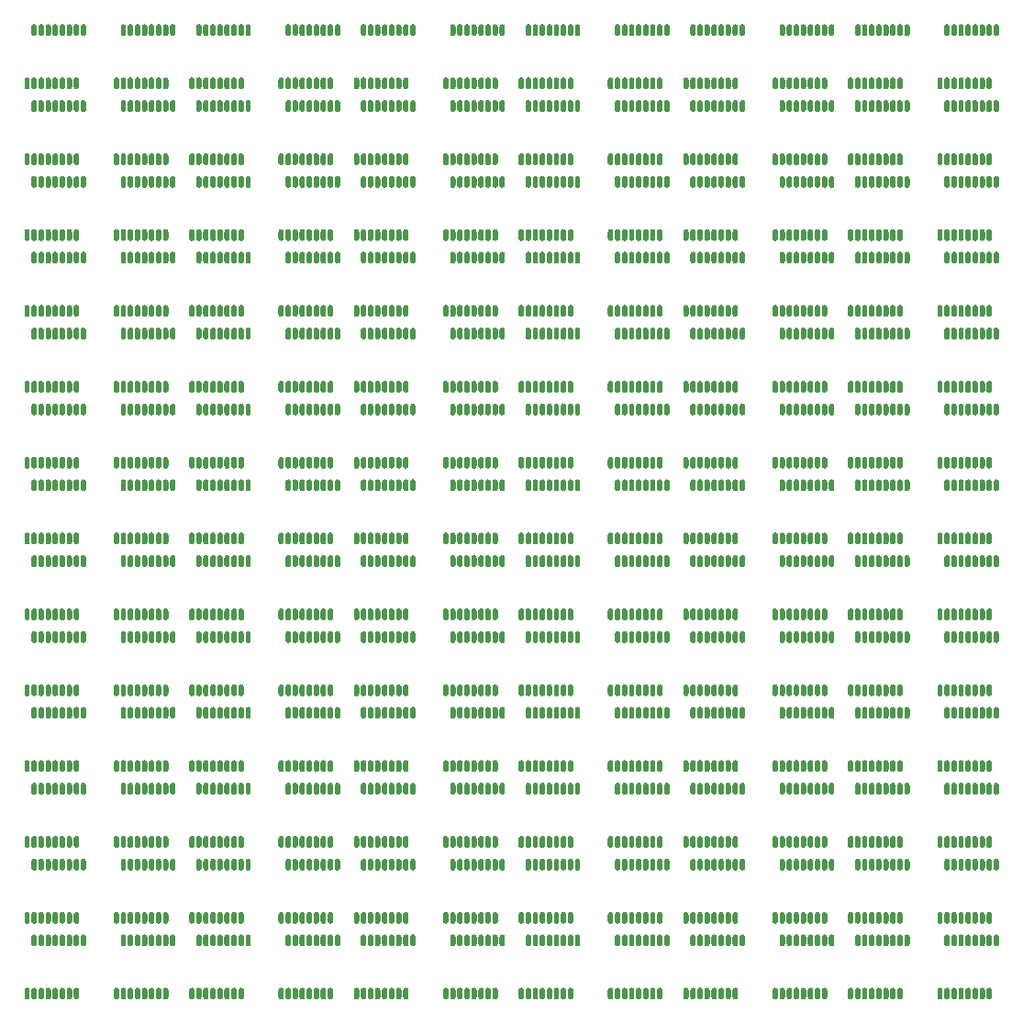
<source format=gbr>
%TF.GenerationSoftware,KiCad,Pcbnew,7.0.7*%
%TF.CreationDate,2023-11-20T22:24:29+01:00*%
%TF.ProjectId,hc245t-bypass-panel,68633234-3574-42d6-9279-706173732d70,rev?*%
%TF.SameCoordinates,Original*%
%TF.FileFunction,Soldermask,Bot*%
%TF.FilePolarity,Negative*%
%FSLAX46Y46*%
G04 Gerber Fmt 4.6, Leading zero omitted, Abs format (unit mm)*
G04 Created by KiCad (PCBNEW 7.0.7) date 2023-11-20 22:24:29*
%MOMM*%
%LPD*%
G01*
G04 APERTURE LIST*
G04 APERTURE END LIST*
G36*
X18804006Y-108907975D02*
G01*
X18823379Y-108907975D01*
X18846727Y-108916472D01*
X18875977Y-108922291D01*
X18891846Y-108932894D01*
X18904912Y-108937650D01*
X18928170Y-108957165D01*
X18957342Y-108976658D01*
X18964924Y-108988006D01*
X18971373Y-108993417D01*
X18989376Y-109024601D01*
X19011709Y-109058023D01*
X19013304Y-109066046D01*
X19014754Y-109068556D01*
X19022172Y-109110624D01*
X19030800Y-109154000D01*
X19030800Y-109754000D01*
X19022170Y-109797383D01*
X19014754Y-109839443D01*
X19013305Y-109841952D01*
X19011709Y-109849977D01*
X18989372Y-109883405D01*
X18971373Y-109914582D01*
X18964926Y-109919991D01*
X18957342Y-109931342D01*
X18928161Y-109950840D01*
X18904911Y-109970349D01*
X18891849Y-109975103D01*
X18875977Y-109985709D01*
X18846724Y-109991527D01*
X18823379Y-110000025D01*
X18804006Y-110000025D01*
X18780000Y-110004800D01*
X18755994Y-110000025D01*
X18736621Y-110000025D01*
X18713274Y-109991527D01*
X18684023Y-109985709D01*
X18668152Y-109975104D01*
X18655087Y-109970349D01*
X18631830Y-109950834D01*
X18602658Y-109931342D01*
X18595074Y-109919993D01*
X18588626Y-109914582D01*
X18570619Y-109883394D01*
X18548291Y-109849977D01*
X18546695Y-109841955D01*
X18545245Y-109839443D01*
X18537824Y-109797359D01*
X18529200Y-109754000D01*
X18529200Y-109154000D01*
X18537823Y-109110648D01*
X18545245Y-109068556D01*
X18546695Y-109066043D01*
X18548291Y-109058023D01*
X18570615Y-109024612D01*
X18588626Y-108993417D01*
X18595076Y-108988004D01*
X18602658Y-108976658D01*
X18631828Y-108957166D01*
X18655088Y-108937650D01*
X18668153Y-108932894D01*
X18684023Y-108922291D01*
X18713272Y-108916472D01*
X18736621Y-108907975D01*
X18755994Y-108907975D01*
X18780000Y-108903200D01*
X18804006Y-108907975D01*
G37*
G36*
X19454006Y-108907975D02*
G01*
X19473379Y-108907975D01*
X19496727Y-108916472D01*
X19525977Y-108922291D01*
X19541846Y-108932894D01*
X19554912Y-108937650D01*
X19578170Y-108957165D01*
X19607342Y-108976658D01*
X19614924Y-108988006D01*
X19621373Y-108993417D01*
X19639376Y-109024601D01*
X19661709Y-109058023D01*
X19663304Y-109066046D01*
X19664754Y-109068556D01*
X19672172Y-109110624D01*
X19680800Y-109154000D01*
X19680800Y-109754000D01*
X19672170Y-109797383D01*
X19664754Y-109839443D01*
X19663305Y-109841952D01*
X19661709Y-109849977D01*
X19639372Y-109883405D01*
X19621373Y-109914582D01*
X19614926Y-109919991D01*
X19607342Y-109931342D01*
X19578161Y-109950840D01*
X19554911Y-109970349D01*
X19541849Y-109975103D01*
X19525977Y-109985709D01*
X19496724Y-109991527D01*
X19473379Y-110000025D01*
X19454006Y-110000025D01*
X19430000Y-110004800D01*
X19405994Y-110000025D01*
X19386621Y-110000025D01*
X19363274Y-109991527D01*
X19334023Y-109985709D01*
X19318152Y-109975104D01*
X19305087Y-109970349D01*
X19281830Y-109950834D01*
X19252658Y-109931342D01*
X19245074Y-109919993D01*
X19238626Y-109914582D01*
X19220619Y-109883394D01*
X19198291Y-109849977D01*
X19196695Y-109841955D01*
X19195245Y-109839443D01*
X19187824Y-109797359D01*
X19179200Y-109754000D01*
X19179200Y-109154000D01*
X19187823Y-109110648D01*
X19195245Y-109068556D01*
X19196695Y-109066043D01*
X19198291Y-109058023D01*
X19220615Y-109024612D01*
X19238626Y-108993417D01*
X19245076Y-108988004D01*
X19252658Y-108976658D01*
X19281828Y-108957166D01*
X19305088Y-108937650D01*
X19318153Y-108932894D01*
X19334023Y-108922291D01*
X19363272Y-108916472D01*
X19386621Y-108907975D01*
X19405994Y-108907975D01*
X19430000Y-108903200D01*
X19454006Y-108907975D01*
G37*
G36*
X20104006Y-108907975D02*
G01*
X20123379Y-108907975D01*
X20146727Y-108916472D01*
X20175977Y-108922291D01*
X20191846Y-108932894D01*
X20204912Y-108937650D01*
X20228170Y-108957165D01*
X20257342Y-108976658D01*
X20264924Y-108988006D01*
X20271373Y-108993417D01*
X20289376Y-109024601D01*
X20311709Y-109058023D01*
X20313304Y-109066046D01*
X20314754Y-109068556D01*
X20322172Y-109110624D01*
X20330800Y-109154000D01*
X20330800Y-109754000D01*
X20322170Y-109797383D01*
X20314754Y-109839443D01*
X20313305Y-109841952D01*
X20311709Y-109849977D01*
X20289372Y-109883405D01*
X20271373Y-109914582D01*
X20264926Y-109919991D01*
X20257342Y-109931342D01*
X20228161Y-109950840D01*
X20204911Y-109970349D01*
X20191849Y-109975103D01*
X20175977Y-109985709D01*
X20146724Y-109991527D01*
X20123379Y-110000025D01*
X20104006Y-110000025D01*
X20080000Y-110004800D01*
X20055994Y-110000025D01*
X20036621Y-110000025D01*
X20013274Y-109991527D01*
X19984023Y-109985709D01*
X19968152Y-109975104D01*
X19955087Y-109970349D01*
X19931830Y-109950834D01*
X19902658Y-109931342D01*
X19895074Y-109919993D01*
X19888626Y-109914582D01*
X19870619Y-109883394D01*
X19848291Y-109849977D01*
X19846695Y-109841955D01*
X19845245Y-109839443D01*
X19837824Y-109797359D01*
X19829200Y-109754000D01*
X19829200Y-109154000D01*
X19837823Y-109110648D01*
X19845245Y-109068556D01*
X19846695Y-109066043D01*
X19848291Y-109058023D01*
X19870615Y-109024612D01*
X19888626Y-108993417D01*
X19895076Y-108988004D01*
X19902658Y-108976658D01*
X19931828Y-108957166D01*
X19955088Y-108937650D01*
X19968153Y-108932894D01*
X19984023Y-108922291D01*
X20013272Y-108916472D01*
X20036621Y-108907975D01*
X20055994Y-108907975D01*
X20080000Y-108903200D01*
X20104006Y-108907975D01*
G37*
G36*
X20754006Y-108907975D02*
G01*
X20773379Y-108907975D01*
X20796727Y-108916472D01*
X20825977Y-108922291D01*
X20841846Y-108932894D01*
X20854912Y-108937650D01*
X20878170Y-108957165D01*
X20907342Y-108976658D01*
X20914924Y-108988006D01*
X20921373Y-108993417D01*
X20939376Y-109024601D01*
X20961709Y-109058023D01*
X20963304Y-109066046D01*
X20964754Y-109068556D01*
X20972172Y-109110624D01*
X20980800Y-109154000D01*
X20980800Y-109754000D01*
X20972170Y-109797383D01*
X20964754Y-109839443D01*
X20963305Y-109841952D01*
X20961709Y-109849977D01*
X20939372Y-109883405D01*
X20921373Y-109914582D01*
X20914926Y-109919991D01*
X20907342Y-109931342D01*
X20878161Y-109950840D01*
X20854911Y-109970349D01*
X20841849Y-109975103D01*
X20825977Y-109985709D01*
X20796724Y-109991527D01*
X20773379Y-110000025D01*
X20754006Y-110000025D01*
X20730000Y-110004800D01*
X20705994Y-110000025D01*
X20686621Y-110000025D01*
X20663274Y-109991527D01*
X20634023Y-109985709D01*
X20618152Y-109975104D01*
X20605087Y-109970349D01*
X20581830Y-109950834D01*
X20552658Y-109931342D01*
X20545074Y-109919993D01*
X20538626Y-109914582D01*
X20520619Y-109883394D01*
X20498291Y-109849977D01*
X20496695Y-109841955D01*
X20495245Y-109839443D01*
X20487824Y-109797359D01*
X20479200Y-109754000D01*
X20479200Y-109154000D01*
X20487823Y-109110648D01*
X20495245Y-109068556D01*
X20496695Y-109066043D01*
X20498291Y-109058023D01*
X20520615Y-109024612D01*
X20538626Y-108993417D01*
X20545076Y-108988004D01*
X20552658Y-108976658D01*
X20581828Y-108957166D01*
X20605088Y-108937650D01*
X20618153Y-108932894D01*
X20634023Y-108922291D01*
X20663272Y-108916472D01*
X20686621Y-108907975D01*
X20705994Y-108907975D01*
X20730000Y-108903200D01*
X20754006Y-108907975D01*
G37*
G36*
X21404006Y-108907975D02*
G01*
X21423379Y-108907975D01*
X21446727Y-108916472D01*
X21475977Y-108922291D01*
X21491846Y-108932894D01*
X21504912Y-108937650D01*
X21528170Y-108957165D01*
X21557342Y-108976658D01*
X21564924Y-108988006D01*
X21571373Y-108993417D01*
X21589376Y-109024601D01*
X21611709Y-109058023D01*
X21613304Y-109066046D01*
X21614754Y-109068556D01*
X21622172Y-109110624D01*
X21630800Y-109154000D01*
X21630800Y-109754000D01*
X21622170Y-109797383D01*
X21614754Y-109839443D01*
X21613305Y-109841952D01*
X21611709Y-109849977D01*
X21589372Y-109883405D01*
X21571373Y-109914582D01*
X21564926Y-109919991D01*
X21557342Y-109931342D01*
X21528161Y-109950840D01*
X21504911Y-109970349D01*
X21491849Y-109975103D01*
X21475977Y-109985709D01*
X21446724Y-109991527D01*
X21423379Y-110000025D01*
X21404006Y-110000025D01*
X21380000Y-110004800D01*
X21355994Y-110000025D01*
X21336621Y-110000025D01*
X21313274Y-109991527D01*
X21284023Y-109985709D01*
X21268152Y-109975104D01*
X21255087Y-109970349D01*
X21231830Y-109950834D01*
X21202658Y-109931342D01*
X21195074Y-109919993D01*
X21188626Y-109914582D01*
X21170619Y-109883394D01*
X21148291Y-109849977D01*
X21146695Y-109841955D01*
X21145245Y-109839443D01*
X21137824Y-109797359D01*
X21129200Y-109754000D01*
X21129200Y-109154000D01*
X21137823Y-109110648D01*
X21145245Y-109068556D01*
X21146695Y-109066043D01*
X21148291Y-109058023D01*
X21170615Y-109024612D01*
X21188626Y-108993417D01*
X21195076Y-108988004D01*
X21202658Y-108976658D01*
X21231828Y-108957166D01*
X21255088Y-108937650D01*
X21268153Y-108932894D01*
X21284023Y-108922291D01*
X21313272Y-108916472D01*
X21336621Y-108907975D01*
X21355994Y-108907975D01*
X21380000Y-108903200D01*
X21404006Y-108907975D01*
G37*
G36*
X22054006Y-108907975D02*
G01*
X22073379Y-108907975D01*
X22096727Y-108916472D01*
X22125977Y-108922291D01*
X22141846Y-108932894D01*
X22154912Y-108937650D01*
X22178170Y-108957165D01*
X22207342Y-108976658D01*
X22214924Y-108988006D01*
X22221373Y-108993417D01*
X22239376Y-109024601D01*
X22261709Y-109058023D01*
X22263304Y-109066046D01*
X22264754Y-109068556D01*
X22272172Y-109110624D01*
X22280800Y-109154000D01*
X22280800Y-109754000D01*
X22272170Y-109797383D01*
X22264754Y-109839443D01*
X22263305Y-109841952D01*
X22261709Y-109849977D01*
X22239372Y-109883405D01*
X22221373Y-109914582D01*
X22214926Y-109919991D01*
X22207342Y-109931342D01*
X22178161Y-109950840D01*
X22154911Y-109970349D01*
X22141849Y-109975103D01*
X22125977Y-109985709D01*
X22096724Y-109991527D01*
X22073379Y-110000025D01*
X22054006Y-110000025D01*
X22030000Y-110004800D01*
X22005994Y-110000025D01*
X21986621Y-110000025D01*
X21963274Y-109991527D01*
X21934023Y-109985709D01*
X21918152Y-109975104D01*
X21905087Y-109970349D01*
X21881830Y-109950834D01*
X21852658Y-109931342D01*
X21845074Y-109919993D01*
X21838626Y-109914582D01*
X21820619Y-109883394D01*
X21798291Y-109849977D01*
X21796695Y-109841955D01*
X21795245Y-109839443D01*
X21787824Y-109797359D01*
X21779200Y-109754000D01*
X21779200Y-109154000D01*
X21787823Y-109110648D01*
X21795245Y-109068556D01*
X21796695Y-109066043D01*
X21798291Y-109058023D01*
X21820615Y-109024612D01*
X21838626Y-108993417D01*
X21845076Y-108988004D01*
X21852658Y-108976658D01*
X21881828Y-108957166D01*
X21905088Y-108937650D01*
X21918153Y-108932894D01*
X21934023Y-108922291D01*
X21963272Y-108916472D01*
X21986621Y-108907975D01*
X22005994Y-108907975D01*
X22030000Y-108903200D01*
X22054006Y-108907975D01*
G37*
G36*
X22704006Y-108907975D02*
G01*
X22723379Y-108907975D01*
X22746727Y-108916472D01*
X22775977Y-108922291D01*
X22791846Y-108932894D01*
X22804912Y-108937650D01*
X22828170Y-108957165D01*
X22857342Y-108976658D01*
X22864924Y-108988006D01*
X22871373Y-108993417D01*
X22889376Y-109024601D01*
X22911709Y-109058023D01*
X22913304Y-109066046D01*
X22914754Y-109068556D01*
X22922172Y-109110624D01*
X22930800Y-109154000D01*
X22930800Y-109754000D01*
X22922170Y-109797383D01*
X22914754Y-109839443D01*
X22913305Y-109841952D01*
X22911709Y-109849977D01*
X22889372Y-109883405D01*
X22871373Y-109914582D01*
X22864926Y-109919991D01*
X22857342Y-109931342D01*
X22828161Y-109950840D01*
X22804911Y-109970349D01*
X22791849Y-109975103D01*
X22775977Y-109985709D01*
X22746724Y-109991527D01*
X22723379Y-110000025D01*
X22704006Y-110000025D01*
X22680000Y-110004800D01*
X22655994Y-110000025D01*
X22636621Y-110000025D01*
X22613274Y-109991527D01*
X22584023Y-109985709D01*
X22568152Y-109975104D01*
X22555087Y-109970349D01*
X22531830Y-109950834D01*
X22502658Y-109931342D01*
X22495074Y-109919993D01*
X22488626Y-109914582D01*
X22470619Y-109883394D01*
X22448291Y-109849977D01*
X22446695Y-109841955D01*
X22445245Y-109839443D01*
X22437824Y-109797359D01*
X22429200Y-109754000D01*
X22429200Y-109154000D01*
X22437823Y-109110648D01*
X22445245Y-109068556D01*
X22446695Y-109066043D01*
X22448291Y-109058023D01*
X22470615Y-109024612D01*
X22488626Y-108993417D01*
X22495076Y-108988004D01*
X22502658Y-108976658D01*
X22531828Y-108957166D01*
X22555088Y-108937650D01*
X22568153Y-108932894D01*
X22584023Y-108922291D01*
X22613272Y-108916472D01*
X22636621Y-108907975D01*
X22655994Y-108907975D01*
X22680000Y-108903200D01*
X22704006Y-108907975D01*
G37*
G36*
X23354006Y-108907975D02*
G01*
X23373379Y-108907975D01*
X23396727Y-108916472D01*
X23425977Y-108922291D01*
X23441846Y-108932894D01*
X23454912Y-108937650D01*
X23478170Y-108957165D01*
X23507342Y-108976658D01*
X23514924Y-108988006D01*
X23521373Y-108993417D01*
X23539376Y-109024601D01*
X23561709Y-109058023D01*
X23563304Y-109066046D01*
X23564754Y-109068556D01*
X23572172Y-109110624D01*
X23580800Y-109154000D01*
X23580800Y-109754000D01*
X23572170Y-109797383D01*
X23564754Y-109839443D01*
X23563305Y-109841952D01*
X23561709Y-109849977D01*
X23539372Y-109883405D01*
X23521373Y-109914582D01*
X23514926Y-109919991D01*
X23507342Y-109931342D01*
X23478161Y-109950840D01*
X23454911Y-109970349D01*
X23441849Y-109975103D01*
X23425977Y-109985709D01*
X23396724Y-109991527D01*
X23373379Y-110000025D01*
X23354006Y-110000025D01*
X23330000Y-110004800D01*
X23305994Y-110000025D01*
X23286621Y-110000025D01*
X23263274Y-109991527D01*
X23234023Y-109985709D01*
X23218152Y-109975104D01*
X23205087Y-109970349D01*
X23181830Y-109950834D01*
X23152658Y-109931342D01*
X23145074Y-109919993D01*
X23138626Y-109914582D01*
X23120619Y-109883394D01*
X23098291Y-109849977D01*
X23096695Y-109841955D01*
X23095245Y-109839443D01*
X23087824Y-109797359D01*
X23079200Y-109754000D01*
X23079200Y-109154000D01*
X23087823Y-109110648D01*
X23095245Y-109068556D01*
X23096695Y-109066043D01*
X23098291Y-109058023D01*
X23120615Y-109024612D01*
X23138626Y-108993417D01*
X23145076Y-108988004D01*
X23152658Y-108976658D01*
X23181828Y-108957166D01*
X23205088Y-108937650D01*
X23218153Y-108932894D01*
X23234023Y-108922291D01*
X23263272Y-108916472D01*
X23286621Y-108907975D01*
X23305994Y-108907975D01*
X23330000Y-108903200D01*
X23354006Y-108907975D01*
G37*
G36*
X27044006Y-108907975D02*
G01*
X27063379Y-108907975D01*
X27086727Y-108916472D01*
X27115977Y-108922291D01*
X27131846Y-108932894D01*
X27144912Y-108937650D01*
X27168170Y-108957165D01*
X27197342Y-108976658D01*
X27204924Y-108988006D01*
X27211373Y-108993417D01*
X27229376Y-109024601D01*
X27251709Y-109058023D01*
X27253304Y-109066046D01*
X27254754Y-109068556D01*
X27262172Y-109110624D01*
X27270800Y-109154000D01*
X27270800Y-109754000D01*
X27262170Y-109797383D01*
X27254754Y-109839443D01*
X27253305Y-109841952D01*
X27251709Y-109849977D01*
X27229372Y-109883405D01*
X27211373Y-109914582D01*
X27204926Y-109919991D01*
X27197342Y-109931342D01*
X27168161Y-109950840D01*
X27144911Y-109970349D01*
X27131849Y-109975103D01*
X27115977Y-109985709D01*
X27086724Y-109991527D01*
X27063379Y-110000025D01*
X27044006Y-110000025D01*
X27020000Y-110004800D01*
X26995994Y-110000025D01*
X26976621Y-110000025D01*
X26953274Y-109991527D01*
X26924023Y-109985709D01*
X26908152Y-109975104D01*
X26895087Y-109970349D01*
X26871830Y-109950834D01*
X26842658Y-109931342D01*
X26835074Y-109919993D01*
X26828626Y-109914582D01*
X26810619Y-109883394D01*
X26788291Y-109849977D01*
X26786695Y-109841955D01*
X26785245Y-109839443D01*
X26777824Y-109797359D01*
X26769200Y-109754000D01*
X26769200Y-109154000D01*
X26777823Y-109110648D01*
X26785245Y-109068556D01*
X26786695Y-109066043D01*
X26788291Y-109058023D01*
X26810615Y-109024612D01*
X26828626Y-108993417D01*
X26835076Y-108988004D01*
X26842658Y-108976658D01*
X26871828Y-108957166D01*
X26895088Y-108937650D01*
X26908153Y-108932894D01*
X26924023Y-108922291D01*
X26953272Y-108916472D01*
X26976621Y-108907975D01*
X26995994Y-108907975D01*
X27020000Y-108903200D01*
X27044006Y-108907975D01*
G37*
G36*
X27694006Y-108907975D02*
G01*
X27713379Y-108907975D01*
X27736727Y-108916472D01*
X27765977Y-108922291D01*
X27781846Y-108932894D01*
X27794912Y-108937650D01*
X27818170Y-108957165D01*
X27847342Y-108976658D01*
X27854924Y-108988006D01*
X27861373Y-108993417D01*
X27879376Y-109024601D01*
X27901709Y-109058023D01*
X27903304Y-109066046D01*
X27904754Y-109068556D01*
X27912172Y-109110624D01*
X27920800Y-109154000D01*
X27920800Y-109754000D01*
X27912170Y-109797383D01*
X27904754Y-109839443D01*
X27903305Y-109841952D01*
X27901709Y-109849977D01*
X27879372Y-109883405D01*
X27861373Y-109914582D01*
X27854926Y-109919991D01*
X27847342Y-109931342D01*
X27818161Y-109950840D01*
X27794911Y-109970349D01*
X27781849Y-109975103D01*
X27765977Y-109985709D01*
X27736724Y-109991527D01*
X27713379Y-110000025D01*
X27694006Y-110000025D01*
X27670000Y-110004800D01*
X27645994Y-110000025D01*
X27626621Y-110000025D01*
X27603274Y-109991527D01*
X27574023Y-109985709D01*
X27558152Y-109975104D01*
X27545087Y-109970349D01*
X27521830Y-109950834D01*
X27492658Y-109931342D01*
X27485074Y-109919993D01*
X27478626Y-109914582D01*
X27460619Y-109883394D01*
X27438291Y-109849977D01*
X27436695Y-109841955D01*
X27435245Y-109839443D01*
X27427824Y-109797359D01*
X27419200Y-109754000D01*
X27419200Y-109154000D01*
X27427823Y-109110648D01*
X27435245Y-109068556D01*
X27436695Y-109066043D01*
X27438291Y-109058023D01*
X27460615Y-109024612D01*
X27478626Y-108993417D01*
X27485076Y-108988004D01*
X27492658Y-108976658D01*
X27521828Y-108957166D01*
X27545088Y-108937650D01*
X27558153Y-108932894D01*
X27574023Y-108922291D01*
X27603272Y-108916472D01*
X27626621Y-108907975D01*
X27645994Y-108907975D01*
X27670000Y-108903200D01*
X27694006Y-108907975D01*
G37*
G36*
X28344006Y-108907975D02*
G01*
X28363379Y-108907975D01*
X28386727Y-108916472D01*
X28415977Y-108922291D01*
X28431846Y-108932894D01*
X28444912Y-108937650D01*
X28468170Y-108957165D01*
X28497342Y-108976658D01*
X28504924Y-108988006D01*
X28511373Y-108993417D01*
X28529376Y-109024601D01*
X28551709Y-109058023D01*
X28553304Y-109066046D01*
X28554754Y-109068556D01*
X28562172Y-109110624D01*
X28570800Y-109154000D01*
X28570800Y-109754000D01*
X28562170Y-109797383D01*
X28554754Y-109839443D01*
X28553305Y-109841952D01*
X28551709Y-109849977D01*
X28529372Y-109883405D01*
X28511373Y-109914582D01*
X28504926Y-109919991D01*
X28497342Y-109931342D01*
X28468161Y-109950840D01*
X28444911Y-109970349D01*
X28431849Y-109975103D01*
X28415977Y-109985709D01*
X28386724Y-109991527D01*
X28363379Y-110000025D01*
X28344006Y-110000025D01*
X28320000Y-110004800D01*
X28295994Y-110000025D01*
X28276621Y-110000025D01*
X28253274Y-109991527D01*
X28224023Y-109985709D01*
X28208152Y-109975104D01*
X28195087Y-109970349D01*
X28171830Y-109950834D01*
X28142658Y-109931342D01*
X28135074Y-109919993D01*
X28128626Y-109914582D01*
X28110619Y-109883394D01*
X28088291Y-109849977D01*
X28086695Y-109841955D01*
X28085245Y-109839443D01*
X28077824Y-109797359D01*
X28069200Y-109754000D01*
X28069200Y-109154000D01*
X28077823Y-109110648D01*
X28085245Y-109068556D01*
X28086695Y-109066043D01*
X28088291Y-109058023D01*
X28110615Y-109024612D01*
X28128626Y-108993417D01*
X28135076Y-108988004D01*
X28142658Y-108976658D01*
X28171828Y-108957166D01*
X28195088Y-108937650D01*
X28208153Y-108932894D01*
X28224023Y-108922291D01*
X28253272Y-108916472D01*
X28276621Y-108907975D01*
X28295994Y-108907975D01*
X28320000Y-108903200D01*
X28344006Y-108907975D01*
G37*
G36*
X28994006Y-108907975D02*
G01*
X29013379Y-108907975D01*
X29036727Y-108916472D01*
X29065977Y-108922291D01*
X29081846Y-108932894D01*
X29094912Y-108937650D01*
X29118170Y-108957165D01*
X29147342Y-108976658D01*
X29154924Y-108988006D01*
X29161373Y-108993417D01*
X29179376Y-109024601D01*
X29201709Y-109058023D01*
X29203304Y-109066046D01*
X29204754Y-109068556D01*
X29212172Y-109110624D01*
X29220800Y-109154000D01*
X29220800Y-109754000D01*
X29212170Y-109797383D01*
X29204754Y-109839443D01*
X29203305Y-109841952D01*
X29201709Y-109849977D01*
X29179372Y-109883405D01*
X29161373Y-109914582D01*
X29154926Y-109919991D01*
X29147342Y-109931342D01*
X29118161Y-109950840D01*
X29094911Y-109970349D01*
X29081849Y-109975103D01*
X29065977Y-109985709D01*
X29036724Y-109991527D01*
X29013379Y-110000025D01*
X28994006Y-110000025D01*
X28970000Y-110004800D01*
X28945994Y-110000025D01*
X28926621Y-110000025D01*
X28903274Y-109991527D01*
X28874023Y-109985709D01*
X28858152Y-109975104D01*
X28845087Y-109970349D01*
X28821830Y-109950834D01*
X28792658Y-109931342D01*
X28785074Y-109919993D01*
X28778626Y-109914582D01*
X28760619Y-109883394D01*
X28738291Y-109849977D01*
X28736695Y-109841955D01*
X28735245Y-109839443D01*
X28727824Y-109797359D01*
X28719200Y-109754000D01*
X28719200Y-109154000D01*
X28727823Y-109110648D01*
X28735245Y-109068556D01*
X28736695Y-109066043D01*
X28738291Y-109058023D01*
X28760615Y-109024612D01*
X28778626Y-108993417D01*
X28785076Y-108988004D01*
X28792658Y-108976658D01*
X28821828Y-108957166D01*
X28845088Y-108937650D01*
X28858153Y-108932894D01*
X28874023Y-108922291D01*
X28903272Y-108916472D01*
X28926621Y-108907975D01*
X28945994Y-108907975D01*
X28970000Y-108903200D01*
X28994006Y-108907975D01*
G37*
G36*
X29644006Y-108907975D02*
G01*
X29663379Y-108907975D01*
X29686727Y-108916472D01*
X29715977Y-108922291D01*
X29731846Y-108932894D01*
X29744912Y-108937650D01*
X29768170Y-108957165D01*
X29797342Y-108976658D01*
X29804924Y-108988006D01*
X29811373Y-108993417D01*
X29829376Y-109024601D01*
X29851709Y-109058023D01*
X29853304Y-109066046D01*
X29854754Y-109068556D01*
X29862172Y-109110624D01*
X29870800Y-109154000D01*
X29870800Y-109754000D01*
X29862170Y-109797383D01*
X29854754Y-109839443D01*
X29853305Y-109841952D01*
X29851709Y-109849977D01*
X29829372Y-109883405D01*
X29811373Y-109914582D01*
X29804926Y-109919991D01*
X29797342Y-109931342D01*
X29768161Y-109950840D01*
X29744911Y-109970349D01*
X29731849Y-109975103D01*
X29715977Y-109985709D01*
X29686724Y-109991527D01*
X29663379Y-110000025D01*
X29644006Y-110000025D01*
X29620000Y-110004800D01*
X29595994Y-110000025D01*
X29576621Y-110000025D01*
X29553274Y-109991527D01*
X29524023Y-109985709D01*
X29508152Y-109975104D01*
X29495087Y-109970349D01*
X29471830Y-109950834D01*
X29442658Y-109931342D01*
X29435074Y-109919993D01*
X29428626Y-109914582D01*
X29410619Y-109883394D01*
X29388291Y-109849977D01*
X29386695Y-109841955D01*
X29385245Y-109839443D01*
X29377824Y-109797359D01*
X29369200Y-109754000D01*
X29369200Y-109154000D01*
X29377823Y-109110648D01*
X29385245Y-109068556D01*
X29386695Y-109066043D01*
X29388291Y-109058023D01*
X29410615Y-109024612D01*
X29428626Y-108993417D01*
X29435076Y-108988004D01*
X29442658Y-108976658D01*
X29471828Y-108957166D01*
X29495088Y-108937650D01*
X29508153Y-108932894D01*
X29524023Y-108922291D01*
X29553272Y-108916472D01*
X29576621Y-108907975D01*
X29595994Y-108907975D01*
X29620000Y-108903200D01*
X29644006Y-108907975D01*
G37*
G36*
X30294006Y-108907975D02*
G01*
X30313379Y-108907975D01*
X30336727Y-108916472D01*
X30365977Y-108922291D01*
X30381846Y-108932894D01*
X30394912Y-108937650D01*
X30418170Y-108957165D01*
X30447342Y-108976658D01*
X30454924Y-108988006D01*
X30461373Y-108993417D01*
X30479376Y-109024601D01*
X30501709Y-109058023D01*
X30503304Y-109066046D01*
X30504754Y-109068556D01*
X30512172Y-109110624D01*
X30520800Y-109154000D01*
X30520800Y-109754000D01*
X30512170Y-109797383D01*
X30504754Y-109839443D01*
X30503305Y-109841952D01*
X30501709Y-109849977D01*
X30479372Y-109883405D01*
X30461373Y-109914582D01*
X30454926Y-109919991D01*
X30447342Y-109931342D01*
X30418161Y-109950840D01*
X30394911Y-109970349D01*
X30381849Y-109975103D01*
X30365977Y-109985709D01*
X30336724Y-109991527D01*
X30313379Y-110000025D01*
X30294006Y-110000025D01*
X30270000Y-110004800D01*
X30245994Y-110000025D01*
X30226621Y-110000025D01*
X30203274Y-109991527D01*
X30174023Y-109985709D01*
X30158152Y-109975104D01*
X30145087Y-109970349D01*
X30121830Y-109950834D01*
X30092658Y-109931342D01*
X30085074Y-109919993D01*
X30078626Y-109914582D01*
X30060619Y-109883394D01*
X30038291Y-109849977D01*
X30036695Y-109841955D01*
X30035245Y-109839443D01*
X30027824Y-109797359D01*
X30019200Y-109754000D01*
X30019200Y-109154000D01*
X30027823Y-109110648D01*
X30035245Y-109068556D01*
X30036695Y-109066043D01*
X30038291Y-109058023D01*
X30060615Y-109024612D01*
X30078626Y-108993417D01*
X30085076Y-108988004D01*
X30092658Y-108976658D01*
X30121828Y-108957166D01*
X30145088Y-108937650D01*
X30158153Y-108932894D01*
X30174023Y-108922291D01*
X30203272Y-108916472D01*
X30226621Y-108907975D01*
X30245994Y-108907975D01*
X30270000Y-108903200D01*
X30294006Y-108907975D01*
G37*
G36*
X30944006Y-108907975D02*
G01*
X30963379Y-108907975D01*
X30986727Y-108916472D01*
X31015977Y-108922291D01*
X31031846Y-108932894D01*
X31044912Y-108937650D01*
X31068170Y-108957165D01*
X31097342Y-108976658D01*
X31104924Y-108988006D01*
X31111373Y-108993417D01*
X31129376Y-109024601D01*
X31151709Y-109058023D01*
X31153304Y-109066046D01*
X31154754Y-109068556D01*
X31162172Y-109110624D01*
X31170800Y-109154000D01*
X31170800Y-109754000D01*
X31162170Y-109797383D01*
X31154754Y-109839443D01*
X31153305Y-109841952D01*
X31151709Y-109849977D01*
X31129372Y-109883405D01*
X31111373Y-109914582D01*
X31104926Y-109919991D01*
X31097342Y-109931342D01*
X31068161Y-109950840D01*
X31044911Y-109970349D01*
X31031849Y-109975103D01*
X31015977Y-109985709D01*
X30986724Y-109991527D01*
X30963379Y-110000025D01*
X30944006Y-110000025D01*
X30920000Y-110004800D01*
X30895994Y-110000025D01*
X30876621Y-110000025D01*
X30853274Y-109991527D01*
X30824023Y-109985709D01*
X30808152Y-109975104D01*
X30795087Y-109970349D01*
X30771830Y-109950834D01*
X30742658Y-109931342D01*
X30735074Y-109919993D01*
X30728626Y-109914582D01*
X30710619Y-109883394D01*
X30688291Y-109849977D01*
X30686695Y-109841955D01*
X30685245Y-109839443D01*
X30677824Y-109797359D01*
X30669200Y-109754000D01*
X30669200Y-109154000D01*
X30677823Y-109110648D01*
X30685245Y-109068556D01*
X30686695Y-109066043D01*
X30688291Y-109058023D01*
X30710615Y-109024612D01*
X30728626Y-108993417D01*
X30735076Y-108988004D01*
X30742658Y-108976658D01*
X30771828Y-108957166D01*
X30795088Y-108937650D01*
X30808153Y-108932894D01*
X30824023Y-108922291D01*
X30853272Y-108916472D01*
X30876621Y-108907975D01*
X30895994Y-108907975D01*
X30920000Y-108903200D01*
X30944006Y-108907975D01*
G37*
G36*
X31594006Y-108907975D02*
G01*
X31613379Y-108907975D01*
X31636727Y-108916472D01*
X31665977Y-108922291D01*
X31681846Y-108932894D01*
X31694912Y-108937650D01*
X31718170Y-108957165D01*
X31747342Y-108976658D01*
X31754924Y-108988006D01*
X31761373Y-108993417D01*
X31779376Y-109024601D01*
X31801709Y-109058023D01*
X31803304Y-109066046D01*
X31804754Y-109068556D01*
X31812172Y-109110624D01*
X31820800Y-109154000D01*
X31820800Y-109754000D01*
X31812170Y-109797383D01*
X31804754Y-109839443D01*
X31803305Y-109841952D01*
X31801709Y-109849977D01*
X31779372Y-109883405D01*
X31761373Y-109914582D01*
X31754926Y-109919991D01*
X31747342Y-109931342D01*
X31718161Y-109950840D01*
X31694911Y-109970349D01*
X31681849Y-109975103D01*
X31665977Y-109985709D01*
X31636724Y-109991527D01*
X31613379Y-110000025D01*
X31594006Y-110000025D01*
X31570000Y-110004800D01*
X31545994Y-110000025D01*
X31526621Y-110000025D01*
X31503274Y-109991527D01*
X31474023Y-109985709D01*
X31458152Y-109975104D01*
X31445087Y-109970349D01*
X31421830Y-109950834D01*
X31392658Y-109931342D01*
X31385074Y-109919993D01*
X31378626Y-109914582D01*
X31360619Y-109883394D01*
X31338291Y-109849977D01*
X31336695Y-109841955D01*
X31335245Y-109839443D01*
X31327824Y-109797359D01*
X31319200Y-109754000D01*
X31319200Y-109154000D01*
X31327823Y-109110648D01*
X31335245Y-109068556D01*
X31336695Y-109066043D01*
X31338291Y-109058023D01*
X31360615Y-109024612D01*
X31378626Y-108993417D01*
X31385076Y-108988004D01*
X31392658Y-108976658D01*
X31421828Y-108957166D01*
X31445088Y-108937650D01*
X31458153Y-108932894D01*
X31474023Y-108922291D01*
X31503272Y-108916472D01*
X31526621Y-108907975D01*
X31545994Y-108907975D01*
X31570000Y-108903200D01*
X31594006Y-108907975D01*
G37*
G36*
X34004006Y-108907975D02*
G01*
X34023379Y-108907975D01*
X34046727Y-108916472D01*
X34075977Y-108922291D01*
X34091846Y-108932894D01*
X34104912Y-108937650D01*
X34128170Y-108957165D01*
X34157342Y-108976658D01*
X34164924Y-108988006D01*
X34171373Y-108993417D01*
X34189376Y-109024601D01*
X34211709Y-109058023D01*
X34213304Y-109066046D01*
X34214754Y-109068556D01*
X34222172Y-109110624D01*
X34230800Y-109154000D01*
X34230800Y-109754000D01*
X34222170Y-109797383D01*
X34214754Y-109839443D01*
X34213305Y-109841952D01*
X34211709Y-109849977D01*
X34189372Y-109883405D01*
X34171373Y-109914582D01*
X34164926Y-109919991D01*
X34157342Y-109931342D01*
X34128161Y-109950840D01*
X34104911Y-109970349D01*
X34091849Y-109975103D01*
X34075977Y-109985709D01*
X34046724Y-109991527D01*
X34023379Y-110000025D01*
X34004006Y-110000025D01*
X33980000Y-110004800D01*
X33955994Y-110000025D01*
X33936621Y-110000025D01*
X33913274Y-109991527D01*
X33884023Y-109985709D01*
X33868152Y-109975104D01*
X33855087Y-109970349D01*
X33831830Y-109950834D01*
X33802658Y-109931342D01*
X33795074Y-109919993D01*
X33788626Y-109914582D01*
X33770619Y-109883394D01*
X33748291Y-109849977D01*
X33746695Y-109841955D01*
X33745245Y-109839443D01*
X33737824Y-109797359D01*
X33729200Y-109754000D01*
X33729200Y-109154000D01*
X33737823Y-109110648D01*
X33745245Y-109068556D01*
X33746695Y-109066043D01*
X33748291Y-109058023D01*
X33770615Y-109024612D01*
X33788626Y-108993417D01*
X33795076Y-108988004D01*
X33802658Y-108976658D01*
X33831828Y-108957166D01*
X33855088Y-108937650D01*
X33868153Y-108932894D01*
X33884023Y-108922291D01*
X33913272Y-108916472D01*
X33936621Y-108907975D01*
X33955994Y-108907975D01*
X33980000Y-108903200D01*
X34004006Y-108907975D01*
G37*
G36*
X34654006Y-108907975D02*
G01*
X34673379Y-108907975D01*
X34696727Y-108916472D01*
X34725977Y-108922291D01*
X34741846Y-108932894D01*
X34754912Y-108937650D01*
X34778170Y-108957165D01*
X34807342Y-108976658D01*
X34814924Y-108988006D01*
X34821373Y-108993417D01*
X34839376Y-109024601D01*
X34861709Y-109058023D01*
X34863304Y-109066046D01*
X34864754Y-109068556D01*
X34872172Y-109110624D01*
X34880800Y-109154000D01*
X34880800Y-109754000D01*
X34872170Y-109797383D01*
X34864754Y-109839443D01*
X34863305Y-109841952D01*
X34861709Y-109849977D01*
X34839372Y-109883405D01*
X34821373Y-109914582D01*
X34814926Y-109919991D01*
X34807342Y-109931342D01*
X34778161Y-109950840D01*
X34754911Y-109970349D01*
X34741849Y-109975103D01*
X34725977Y-109985709D01*
X34696724Y-109991527D01*
X34673379Y-110000025D01*
X34654006Y-110000025D01*
X34630000Y-110004800D01*
X34605994Y-110000025D01*
X34586621Y-110000025D01*
X34563274Y-109991527D01*
X34534023Y-109985709D01*
X34518152Y-109975104D01*
X34505087Y-109970349D01*
X34481830Y-109950834D01*
X34452658Y-109931342D01*
X34445074Y-109919993D01*
X34438626Y-109914582D01*
X34420619Y-109883394D01*
X34398291Y-109849977D01*
X34396695Y-109841955D01*
X34395245Y-109839443D01*
X34387824Y-109797359D01*
X34379200Y-109754000D01*
X34379200Y-109154000D01*
X34387823Y-109110648D01*
X34395245Y-109068556D01*
X34396695Y-109066043D01*
X34398291Y-109058023D01*
X34420615Y-109024612D01*
X34438626Y-108993417D01*
X34445076Y-108988004D01*
X34452658Y-108976658D01*
X34481828Y-108957166D01*
X34505088Y-108937650D01*
X34518153Y-108932894D01*
X34534023Y-108922291D01*
X34563272Y-108916472D01*
X34586621Y-108907975D01*
X34605994Y-108907975D01*
X34630000Y-108903200D01*
X34654006Y-108907975D01*
G37*
G36*
X35304006Y-108907975D02*
G01*
X35323379Y-108907975D01*
X35346727Y-108916472D01*
X35375977Y-108922291D01*
X35391846Y-108932894D01*
X35404912Y-108937650D01*
X35428170Y-108957165D01*
X35457342Y-108976658D01*
X35464924Y-108988006D01*
X35471373Y-108993417D01*
X35489376Y-109024601D01*
X35511709Y-109058023D01*
X35513304Y-109066046D01*
X35514754Y-109068556D01*
X35522172Y-109110624D01*
X35530800Y-109154000D01*
X35530800Y-109754000D01*
X35522170Y-109797383D01*
X35514754Y-109839443D01*
X35513305Y-109841952D01*
X35511709Y-109849977D01*
X35489372Y-109883405D01*
X35471373Y-109914582D01*
X35464926Y-109919991D01*
X35457342Y-109931342D01*
X35428161Y-109950840D01*
X35404911Y-109970349D01*
X35391849Y-109975103D01*
X35375977Y-109985709D01*
X35346724Y-109991527D01*
X35323379Y-110000025D01*
X35304006Y-110000025D01*
X35280000Y-110004800D01*
X35255994Y-110000025D01*
X35236621Y-110000025D01*
X35213274Y-109991527D01*
X35184023Y-109985709D01*
X35168152Y-109975104D01*
X35155087Y-109970349D01*
X35131830Y-109950834D01*
X35102658Y-109931342D01*
X35095074Y-109919993D01*
X35088626Y-109914582D01*
X35070619Y-109883394D01*
X35048291Y-109849977D01*
X35046695Y-109841955D01*
X35045245Y-109839443D01*
X35037824Y-109797359D01*
X35029200Y-109754000D01*
X35029200Y-109154000D01*
X35037823Y-109110648D01*
X35045245Y-109068556D01*
X35046695Y-109066043D01*
X35048291Y-109058023D01*
X35070615Y-109024612D01*
X35088626Y-108993417D01*
X35095076Y-108988004D01*
X35102658Y-108976658D01*
X35131828Y-108957166D01*
X35155088Y-108937650D01*
X35168153Y-108932894D01*
X35184023Y-108922291D01*
X35213272Y-108916472D01*
X35236621Y-108907975D01*
X35255994Y-108907975D01*
X35280000Y-108903200D01*
X35304006Y-108907975D01*
G37*
G36*
X35954006Y-108907975D02*
G01*
X35973379Y-108907975D01*
X35996727Y-108916472D01*
X36025977Y-108922291D01*
X36041846Y-108932894D01*
X36054912Y-108937650D01*
X36078170Y-108957165D01*
X36107342Y-108976658D01*
X36114924Y-108988006D01*
X36121373Y-108993417D01*
X36139376Y-109024601D01*
X36161709Y-109058023D01*
X36163304Y-109066046D01*
X36164754Y-109068556D01*
X36172172Y-109110624D01*
X36180800Y-109154000D01*
X36180800Y-109754000D01*
X36172170Y-109797383D01*
X36164754Y-109839443D01*
X36163305Y-109841952D01*
X36161709Y-109849977D01*
X36139372Y-109883405D01*
X36121373Y-109914582D01*
X36114926Y-109919991D01*
X36107342Y-109931342D01*
X36078161Y-109950840D01*
X36054911Y-109970349D01*
X36041849Y-109975103D01*
X36025977Y-109985709D01*
X35996724Y-109991527D01*
X35973379Y-110000025D01*
X35954006Y-110000025D01*
X35930000Y-110004800D01*
X35905994Y-110000025D01*
X35886621Y-110000025D01*
X35863274Y-109991527D01*
X35834023Y-109985709D01*
X35818152Y-109975104D01*
X35805087Y-109970349D01*
X35781830Y-109950834D01*
X35752658Y-109931342D01*
X35745074Y-109919993D01*
X35738626Y-109914582D01*
X35720619Y-109883394D01*
X35698291Y-109849977D01*
X35696695Y-109841955D01*
X35695245Y-109839443D01*
X35687824Y-109797359D01*
X35679200Y-109754000D01*
X35679200Y-109154000D01*
X35687823Y-109110648D01*
X35695245Y-109068556D01*
X35696695Y-109066043D01*
X35698291Y-109058023D01*
X35720615Y-109024612D01*
X35738626Y-108993417D01*
X35745076Y-108988004D01*
X35752658Y-108976658D01*
X35781828Y-108957166D01*
X35805088Y-108937650D01*
X35818153Y-108932894D01*
X35834023Y-108922291D01*
X35863272Y-108916472D01*
X35886621Y-108907975D01*
X35905994Y-108907975D01*
X35930000Y-108903200D01*
X35954006Y-108907975D01*
G37*
G36*
X36604006Y-108907975D02*
G01*
X36623379Y-108907975D01*
X36646727Y-108916472D01*
X36675977Y-108922291D01*
X36691846Y-108932894D01*
X36704912Y-108937650D01*
X36728170Y-108957165D01*
X36757342Y-108976658D01*
X36764924Y-108988006D01*
X36771373Y-108993417D01*
X36789376Y-109024601D01*
X36811709Y-109058023D01*
X36813304Y-109066046D01*
X36814754Y-109068556D01*
X36822172Y-109110624D01*
X36830800Y-109154000D01*
X36830800Y-109754000D01*
X36822170Y-109797383D01*
X36814754Y-109839443D01*
X36813305Y-109841952D01*
X36811709Y-109849977D01*
X36789372Y-109883405D01*
X36771373Y-109914582D01*
X36764926Y-109919991D01*
X36757342Y-109931342D01*
X36728161Y-109950840D01*
X36704911Y-109970349D01*
X36691849Y-109975103D01*
X36675977Y-109985709D01*
X36646724Y-109991527D01*
X36623379Y-110000025D01*
X36604006Y-110000025D01*
X36580000Y-110004800D01*
X36555994Y-110000025D01*
X36536621Y-110000025D01*
X36513274Y-109991527D01*
X36484023Y-109985709D01*
X36468152Y-109975104D01*
X36455087Y-109970349D01*
X36431830Y-109950834D01*
X36402658Y-109931342D01*
X36395074Y-109919993D01*
X36388626Y-109914582D01*
X36370619Y-109883394D01*
X36348291Y-109849977D01*
X36346695Y-109841955D01*
X36345245Y-109839443D01*
X36337824Y-109797359D01*
X36329200Y-109754000D01*
X36329200Y-109154000D01*
X36337823Y-109110648D01*
X36345245Y-109068556D01*
X36346695Y-109066043D01*
X36348291Y-109058023D01*
X36370615Y-109024612D01*
X36388626Y-108993417D01*
X36395076Y-108988004D01*
X36402658Y-108976658D01*
X36431828Y-108957166D01*
X36455088Y-108937650D01*
X36468153Y-108932894D01*
X36484023Y-108922291D01*
X36513272Y-108916472D01*
X36536621Y-108907975D01*
X36555994Y-108907975D01*
X36580000Y-108903200D01*
X36604006Y-108907975D01*
G37*
G36*
X37254006Y-108907975D02*
G01*
X37273379Y-108907975D01*
X37296727Y-108916472D01*
X37325977Y-108922291D01*
X37341846Y-108932894D01*
X37354912Y-108937650D01*
X37378170Y-108957165D01*
X37407342Y-108976658D01*
X37414924Y-108988006D01*
X37421373Y-108993417D01*
X37439376Y-109024601D01*
X37461709Y-109058023D01*
X37463304Y-109066046D01*
X37464754Y-109068556D01*
X37472172Y-109110624D01*
X37480800Y-109154000D01*
X37480800Y-109754000D01*
X37472170Y-109797383D01*
X37464754Y-109839443D01*
X37463305Y-109841952D01*
X37461709Y-109849977D01*
X37439372Y-109883405D01*
X37421373Y-109914582D01*
X37414926Y-109919991D01*
X37407342Y-109931342D01*
X37378161Y-109950840D01*
X37354911Y-109970349D01*
X37341849Y-109975103D01*
X37325977Y-109985709D01*
X37296724Y-109991527D01*
X37273379Y-110000025D01*
X37254006Y-110000025D01*
X37230000Y-110004800D01*
X37205994Y-110000025D01*
X37186621Y-110000025D01*
X37163274Y-109991527D01*
X37134023Y-109985709D01*
X37118152Y-109975104D01*
X37105087Y-109970349D01*
X37081830Y-109950834D01*
X37052658Y-109931342D01*
X37045074Y-109919993D01*
X37038626Y-109914582D01*
X37020619Y-109883394D01*
X36998291Y-109849977D01*
X36996695Y-109841955D01*
X36995245Y-109839443D01*
X36987824Y-109797359D01*
X36979200Y-109754000D01*
X36979200Y-109154000D01*
X36987823Y-109110648D01*
X36995245Y-109068556D01*
X36996695Y-109066043D01*
X36998291Y-109058023D01*
X37020615Y-109024612D01*
X37038626Y-108993417D01*
X37045076Y-108988004D01*
X37052658Y-108976658D01*
X37081828Y-108957166D01*
X37105088Y-108937650D01*
X37118153Y-108932894D01*
X37134023Y-108922291D01*
X37163272Y-108916472D01*
X37186621Y-108907975D01*
X37205994Y-108907975D01*
X37230000Y-108903200D01*
X37254006Y-108907975D01*
G37*
G36*
X37904006Y-108907975D02*
G01*
X37923379Y-108907975D01*
X37946727Y-108916472D01*
X37975977Y-108922291D01*
X37991846Y-108932894D01*
X38004912Y-108937650D01*
X38028170Y-108957165D01*
X38057342Y-108976658D01*
X38064924Y-108988006D01*
X38071373Y-108993417D01*
X38089376Y-109024601D01*
X38111709Y-109058023D01*
X38113304Y-109066046D01*
X38114754Y-109068556D01*
X38122172Y-109110624D01*
X38130800Y-109154000D01*
X38130800Y-109754000D01*
X38122170Y-109797383D01*
X38114754Y-109839443D01*
X38113305Y-109841952D01*
X38111709Y-109849977D01*
X38089372Y-109883405D01*
X38071373Y-109914582D01*
X38064926Y-109919991D01*
X38057342Y-109931342D01*
X38028161Y-109950840D01*
X38004911Y-109970349D01*
X37991849Y-109975103D01*
X37975977Y-109985709D01*
X37946724Y-109991527D01*
X37923379Y-110000025D01*
X37904006Y-110000025D01*
X37880000Y-110004800D01*
X37855994Y-110000025D01*
X37836621Y-110000025D01*
X37813274Y-109991527D01*
X37784023Y-109985709D01*
X37768152Y-109975104D01*
X37755087Y-109970349D01*
X37731830Y-109950834D01*
X37702658Y-109931342D01*
X37695074Y-109919993D01*
X37688626Y-109914582D01*
X37670619Y-109883394D01*
X37648291Y-109849977D01*
X37646695Y-109841955D01*
X37645245Y-109839443D01*
X37637824Y-109797359D01*
X37629200Y-109754000D01*
X37629200Y-109154000D01*
X37637823Y-109110648D01*
X37645245Y-109068556D01*
X37646695Y-109066043D01*
X37648291Y-109058023D01*
X37670615Y-109024612D01*
X37688626Y-108993417D01*
X37695076Y-108988004D01*
X37702658Y-108976658D01*
X37731828Y-108957166D01*
X37755088Y-108937650D01*
X37768153Y-108932894D01*
X37784023Y-108922291D01*
X37813272Y-108916472D01*
X37836621Y-108907975D01*
X37855994Y-108907975D01*
X37880000Y-108903200D01*
X37904006Y-108907975D01*
G37*
G36*
X38554006Y-108907975D02*
G01*
X38573379Y-108907975D01*
X38596727Y-108916472D01*
X38625977Y-108922291D01*
X38641846Y-108932894D01*
X38654912Y-108937650D01*
X38678170Y-108957165D01*
X38707342Y-108976658D01*
X38714924Y-108988006D01*
X38721373Y-108993417D01*
X38739376Y-109024601D01*
X38761709Y-109058023D01*
X38763304Y-109066046D01*
X38764754Y-109068556D01*
X38772172Y-109110624D01*
X38780800Y-109154000D01*
X38780800Y-109754000D01*
X38772170Y-109797383D01*
X38764754Y-109839443D01*
X38763305Y-109841952D01*
X38761709Y-109849977D01*
X38739372Y-109883405D01*
X38721373Y-109914582D01*
X38714926Y-109919991D01*
X38707342Y-109931342D01*
X38678161Y-109950840D01*
X38654911Y-109970349D01*
X38641849Y-109975103D01*
X38625977Y-109985709D01*
X38596724Y-109991527D01*
X38573379Y-110000025D01*
X38554006Y-110000025D01*
X38530000Y-110004800D01*
X38505994Y-110000025D01*
X38486621Y-110000025D01*
X38463274Y-109991527D01*
X38434023Y-109985709D01*
X38418152Y-109975104D01*
X38405087Y-109970349D01*
X38381830Y-109950834D01*
X38352658Y-109931342D01*
X38345074Y-109919993D01*
X38338626Y-109914582D01*
X38320619Y-109883394D01*
X38298291Y-109849977D01*
X38296695Y-109841955D01*
X38295245Y-109839443D01*
X38287824Y-109797359D01*
X38279200Y-109754000D01*
X38279200Y-109154000D01*
X38287823Y-109110648D01*
X38295245Y-109068556D01*
X38296695Y-109066043D01*
X38298291Y-109058023D01*
X38320615Y-109024612D01*
X38338626Y-108993417D01*
X38345076Y-108988004D01*
X38352658Y-108976658D01*
X38381828Y-108957166D01*
X38405088Y-108937650D01*
X38418153Y-108932894D01*
X38434023Y-108922291D01*
X38463272Y-108916472D01*
X38486621Y-108907975D01*
X38505994Y-108907975D01*
X38530000Y-108903200D01*
X38554006Y-108907975D01*
G37*
G36*
X42244006Y-108907975D02*
G01*
X42263379Y-108907975D01*
X42286727Y-108916472D01*
X42315977Y-108922291D01*
X42331846Y-108932894D01*
X42344912Y-108937650D01*
X42368170Y-108957165D01*
X42397342Y-108976658D01*
X42404924Y-108988006D01*
X42411373Y-108993417D01*
X42429376Y-109024601D01*
X42451709Y-109058023D01*
X42453304Y-109066046D01*
X42454754Y-109068556D01*
X42462172Y-109110624D01*
X42470800Y-109154000D01*
X42470800Y-109754000D01*
X42462170Y-109797383D01*
X42454754Y-109839443D01*
X42453305Y-109841952D01*
X42451709Y-109849977D01*
X42429372Y-109883405D01*
X42411373Y-109914582D01*
X42404926Y-109919991D01*
X42397342Y-109931342D01*
X42368161Y-109950840D01*
X42344911Y-109970349D01*
X42331849Y-109975103D01*
X42315977Y-109985709D01*
X42286724Y-109991527D01*
X42263379Y-110000025D01*
X42244006Y-110000025D01*
X42220000Y-110004800D01*
X42195994Y-110000025D01*
X42176621Y-110000025D01*
X42153274Y-109991527D01*
X42124023Y-109985709D01*
X42108152Y-109975104D01*
X42095087Y-109970349D01*
X42071830Y-109950834D01*
X42042658Y-109931342D01*
X42035074Y-109919993D01*
X42028626Y-109914582D01*
X42010619Y-109883394D01*
X41988291Y-109849977D01*
X41986695Y-109841955D01*
X41985245Y-109839443D01*
X41977824Y-109797359D01*
X41969200Y-109754000D01*
X41969200Y-109154000D01*
X41977823Y-109110648D01*
X41985245Y-109068556D01*
X41986695Y-109066043D01*
X41988291Y-109058023D01*
X42010615Y-109024612D01*
X42028626Y-108993417D01*
X42035076Y-108988004D01*
X42042658Y-108976658D01*
X42071828Y-108957166D01*
X42095088Y-108937650D01*
X42108153Y-108932894D01*
X42124023Y-108922291D01*
X42153272Y-108916472D01*
X42176621Y-108907975D01*
X42195994Y-108907975D01*
X42220000Y-108903200D01*
X42244006Y-108907975D01*
G37*
G36*
X42894006Y-108907975D02*
G01*
X42913379Y-108907975D01*
X42936727Y-108916472D01*
X42965977Y-108922291D01*
X42981846Y-108932894D01*
X42994912Y-108937650D01*
X43018170Y-108957165D01*
X43047342Y-108976658D01*
X43054924Y-108988006D01*
X43061373Y-108993417D01*
X43079376Y-109024601D01*
X43101709Y-109058023D01*
X43103304Y-109066046D01*
X43104754Y-109068556D01*
X43112172Y-109110624D01*
X43120800Y-109154000D01*
X43120800Y-109754000D01*
X43112170Y-109797383D01*
X43104754Y-109839443D01*
X43103305Y-109841952D01*
X43101709Y-109849977D01*
X43079372Y-109883405D01*
X43061373Y-109914582D01*
X43054926Y-109919991D01*
X43047342Y-109931342D01*
X43018161Y-109950840D01*
X42994911Y-109970349D01*
X42981849Y-109975103D01*
X42965977Y-109985709D01*
X42936724Y-109991527D01*
X42913379Y-110000025D01*
X42894006Y-110000025D01*
X42870000Y-110004800D01*
X42845994Y-110000025D01*
X42826621Y-110000025D01*
X42803274Y-109991527D01*
X42774023Y-109985709D01*
X42758152Y-109975104D01*
X42745087Y-109970349D01*
X42721830Y-109950834D01*
X42692658Y-109931342D01*
X42685074Y-109919993D01*
X42678626Y-109914582D01*
X42660619Y-109883394D01*
X42638291Y-109849977D01*
X42636695Y-109841955D01*
X42635245Y-109839443D01*
X42627824Y-109797359D01*
X42619200Y-109754000D01*
X42619200Y-109154000D01*
X42627823Y-109110648D01*
X42635245Y-109068556D01*
X42636695Y-109066043D01*
X42638291Y-109058023D01*
X42660615Y-109024612D01*
X42678626Y-108993417D01*
X42685076Y-108988004D01*
X42692658Y-108976658D01*
X42721828Y-108957166D01*
X42745088Y-108937650D01*
X42758153Y-108932894D01*
X42774023Y-108922291D01*
X42803272Y-108916472D01*
X42826621Y-108907975D01*
X42845994Y-108907975D01*
X42870000Y-108903200D01*
X42894006Y-108907975D01*
G37*
G36*
X43544006Y-108907975D02*
G01*
X43563379Y-108907975D01*
X43586727Y-108916472D01*
X43615977Y-108922291D01*
X43631846Y-108932894D01*
X43644912Y-108937650D01*
X43668170Y-108957165D01*
X43697342Y-108976658D01*
X43704924Y-108988006D01*
X43711373Y-108993417D01*
X43729376Y-109024601D01*
X43751709Y-109058023D01*
X43753304Y-109066046D01*
X43754754Y-109068556D01*
X43762172Y-109110624D01*
X43770800Y-109154000D01*
X43770800Y-109754000D01*
X43762170Y-109797383D01*
X43754754Y-109839443D01*
X43753305Y-109841952D01*
X43751709Y-109849977D01*
X43729372Y-109883405D01*
X43711373Y-109914582D01*
X43704926Y-109919991D01*
X43697342Y-109931342D01*
X43668161Y-109950840D01*
X43644911Y-109970349D01*
X43631849Y-109975103D01*
X43615977Y-109985709D01*
X43586724Y-109991527D01*
X43563379Y-110000025D01*
X43544006Y-110000025D01*
X43520000Y-110004800D01*
X43495994Y-110000025D01*
X43476621Y-110000025D01*
X43453274Y-109991527D01*
X43424023Y-109985709D01*
X43408152Y-109975104D01*
X43395087Y-109970349D01*
X43371830Y-109950834D01*
X43342658Y-109931342D01*
X43335074Y-109919993D01*
X43328626Y-109914582D01*
X43310619Y-109883394D01*
X43288291Y-109849977D01*
X43286695Y-109841955D01*
X43285245Y-109839443D01*
X43277824Y-109797359D01*
X43269200Y-109754000D01*
X43269200Y-109154000D01*
X43277823Y-109110648D01*
X43285245Y-109068556D01*
X43286695Y-109066043D01*
X43288291Y-109058023D01*
X43310615Y-109024612D01*
X43328626Y-108993417D01*
X43335076Y-108988004D01*
X43342658Y-108976658D01*
X43371828Y-108957166D01*
X43395088Y-108937650D01*
X43408153Y-108932894D01*
X43424023Y-108922291D01*
X43453272Y-108916472D01*
X43476621Y-108907975D01*
X43495994Y-108907975D01*
X43520000Y-108903200D01*
X43544006Y-108907975D01*
G37*
G36*
X44194006Y-108907975D02*
G01*
X44213379Y-108907975D01*
X44236727Y-108916472D01*
X44265977Y-108922291D01*
X44281846Y-108932894D01*
X44294912Y-108937650D01*
X44318170Y-108957165D01*
X44347342Y-108976658D01*
X44354924Y-108988006D01*
X44361373Y-108993417D01*
X44379376Y-109024601D01*
X44401709Y-109058023D01*
X44403304Y-109066046D01*
X44404754Y-109068556D01*
X44412172Y-109110624D01*
X44420800Y-109154000D01*
X44420800Y-109754000D01*
X44412170Y-109797383D01*
X44404754Y-109839443D01*
X44403305Y-109841952D01*
X44401709Y-109849977D01*
X44379372Y-109883405D01*
X44361373Y-109914582D01*
X44354926Y-109919991D01*
X44347342Y-109931342D01*
X44318161Y-109950840D01*
X44294911Y-109970349D01*
X44281849Y-109975103D01*
X44265977Y-109985709D01*
X44236724Y-109991527D01*
X44213379Y-110000025D01*
X44194006Y-110000025D01*
X44170000Y-110004800D01*
X44145994Y-110000025D01*
X44126621Y-110000025D01*
X44103274Y-109991527D01*
X44074023Y-109985709D01*
X44058152Y-109975104D01*
X44045087Y-109970349D01*
X44021830Y-109950834D01*
X43992658Y-109931342D01*
X43985074Y-109919993D01*
X43978626Y-109914582D01*
X43960619Y-109883394D01*
X43938291Y-109849977D01*
X43936695Y-109841955D01*
X43935245Y-109839443D01*
X43927824Y-109797359D01*
X43919200Y-109754000D01*
X43919200Y-109154000D01*
X43927823Y-109110648D01*
X43935245Y-109068556D01*
X43936695Y-109066043D01*
X43938291Y-109058023D01*
X43960615Y-109024612D01*
X43978626Y-108993417D01*
X43985076Y-108988004D01*
X43992658Y-108976658D01*
X44021828Y-108957166D01*
X44045088Y-108937650D01*
X44058153Y-108932894D01*
X44074023Y-108922291D01*
X44103272Y-108916472D01*
X44126621Y-108907975D01*
X44145994Y-108907975D01*
X44170000Y-108903200D01*
X44194006Y-108907975D01*
G37*
G36*
X44844006Y-108907975D02*
G01*
X44863379Y-108907975D01*
X44886727Y-108916472D01*
X44915977Y-108922291D01*
X44931846Y-108932894D01*
X44944912Y-108937650D01*
X44968170Y-108957165D01*
X44997342Y-108976658D01*
X45004924Y-108988006D01*
X45011373Y-108993417D01*
X45029376Y-109024601D01*
X45051709Y-109058023D01*
X45053304Y-109066046D01*
X45054754Y-109068556D01*
X45062172Y-109110624D01*
X45070800Y-109154000D01*
X45070800Y-109754000D01*
X45062170Y-109797383D01*
X45054754Y-109839443D01*
X45053305Y-109841952D01*
X45051709Y-109849977D01*
X45029372Y-109883405D01*
X45011373Y-109914582D01*
X45004926Y-109919991D01*
X44997342Y-109931342D01*
X44968161Y-109950840D01*
X44944911Y-109970349D01*
X44931849Y-109975103D01*
X44915977Y-109985709D01*
X44886724Y-109991527D01*
X44863379Y-110000025D01*
X44844006Y-110000025D01*
X44820000Y-110004800D01*
X44795994Y-110000025D01*
X44776621Y-110000025D01*
X44753274Y-109991527D01*
X44724023Y-109985709D01*
X44708152Y-109975104D01*
X44695087Y-109970349D01*
X44671830Y-109950834D01*
X44642658Y-109931342D01*
X44635074Y-109919993D01*
X44628626Y-109914582D01*
X44610619Y-109883394D01*
X44588291Y-109849977D01*
X44586695Y-109841955D01*
X44585245Y-109839443D01*
X44577824Y-109797359D01*
X44569200Y-109754000D01*
X44569200Y-109154000D01*
X44577823Y-109110648D01*
X44585245Y-109068556D01*
X44586695Y-109066043D01*
X44588291Y-109058023D01*
X44610615Y-109024612D01*
X44628626Y-108993417D01*
X44635076Y-108988004D01*
X44642658Y-108976658D01*
X44671828Y-108957166D01*
X44695088Y-108937650D01*
X44708153Y-108932894D01*
X44724023Y-108922291D01*
X44753272Y-108916472D01*
X44776621Y-108907975D01*
X44795994Y-108907975D01*
X44820000Y-108903200D01*
X44844006Y-108907975D01*
G37*
G36*
X45494006Y-108907975D02*
G01*
X45513379Y-108907975D01*
X45536727Y-108916472D01*
X45565977Y-108922291D01*
X45581846Y-108932894D01*
X45594912Y-108937650D01*
X45618170Y-108957165D01*
X45647342Y-108976658D01*
X45654924Y-108988006D01*
X45661373Y-108993417D01*
X45679376Y-109024601D01*
X45701709Y-109058023D01*
X45703304Y-109066046D01*
X45704754Y-109068556D01*
X45712172Y-109110624D01*
X45720800Y-109154000D01*
X45720800Y-109754000D01*
X45712170Y-109797383D01*
X45704754Y-109839443D01*
X45703305Y-109841952D01*
X45701709Y-109849977D01*
X45679372Y-109883405D01*
X45661373Y-109914582D01*
X45654926Y-109919991D01*
X45647342Y-109931342D01*
X45618161Y-109950840D01*
X45594911Y-109970349D01*
X45581849Y-109975103D01*
X45565977Y-109985709D01*
X45536724Y-109991527D01*
X45513379Y-110000025D01*
X45494006Y-110000025D01*
X45470000Y-110004800D01*
X45445994Y-110000025D01*
X45426621Y-110000025D01*
X45403274Y-109991527D01*
X45374023Y-109985709D01*
X45358152Y-109975104D01*
X45345087Y-109970349D01*
X45321830Y-109950834D01*
X45292658Y-109931342D01*
X45285074Y-109919993D01*
X45278626Y-109914582D01*
X45260619Y-109883394D01*
X45238291Y-109849977D01*
X45236695Y-109841955D01*
X45235245Y-109839443D01*
X45227824Y-109797359D01*
X45219200Y-109754000D01*
X45219200Y-109154000D01*
X45227823Y-109110648D01*
X45235245Y-109068556D01*
X45236695Y-109066043D01*
X45238291Y-109058023D01*
X45260615Y-109024612D01*
X45278626Y-108993417D01*
X45285076Y-108988004D01*
X45292658Y-108976658D01*
X45321828Y-108957166D01*
X45345088Y-108937650D01*
X45358153Y-108932894D01*
X45374023Y-108922291D01*
X45403272Y-108916472D01*
X45426621Y-108907975D01*
X45445994Y-108907975D01*
X45470000Y-108903200D01*
X45494006Y-108907975D01*
G37*
G36*
X46144006Y-108907975D02*
G01*
X46163379Y-108907975D01*
X46186727Y-108916472D01*
X46215977Y-108922291D01*
X46231846Y-108932894D01*
X46244912Y-108937650D01*
X46268170Y-108957165D01*
X46297342Y-108976658D01*
X46304924Y-108988006D01*
X46311373Y-108993417D01*
X46329376Y-109024601D01*
X46351709Y-109058023D01*
X46353304Y-109066046D01*
X46354754Y-109068556D01*
X46362172Y-109110624D01*
X46370800Y-109154000D01*
X46370800Y-109754000D01*
X46362170Y-109797383D01*
X46354754Y-109839443D01*
X46353305Y-109841952D01*
X46351709Y-109849977D01*
X46329372Y-109883405D01*
X46311373Y-109914582D01*
X46304926Y-109919991D01*
X46297342Y-109931342D01*
X46268161Y-109950840D01*
X46244911Y-109970349D01*
X46231849Y-109975103D01*
X46215977Y-109985709D01*
X46186724Y-109991527D01*
X46163379Y-110000025D01*
X46144006Y-110000025D01*
X46120000Y-110004800D01*
X46095994Y-110000025D01*
X46076621Y-110000025D01*
X46053274Y-109991527D01*
X46024023Y-109985709D01*
X46008152Y-109975104D01*
X45995087Y-109970349D01*
X45971830Y-109950834D01*
X45942658Y-109931342D01*
X45935074Y-109919993D01*
X45928626Y-109914582D01*
X45910619Y-109883394D01*
X45888291Y-109849977D01*
X45886695Y-109841955D01*
X45885245Y-109839443D01*
X45877824Y-109797359D01*
X45869200Y-109754000D01*
X45869200Y-109154000D01*
X45877823Y-109110648D01*
X45885245Y-109068556D01*
X45886695Y-109066043D01*
X45888291Y-109058023D01*
X45910615Y-109024612D01*
X45928626Y-108993417D01*
X45935076Y-108988004D01*
X45942658Y-108976658D01*
X45971828Y-108957166D01*
X45995088Y-108937650D01*
X46008153Y-108932894D01*
X46024023Y-108922291D01*
X46053272Y-108916472D01*
X46076621Y-108907975D01*
X46095994Y-108907975D01*
X46120000Y-108903200D01*
X46144006Y-108907975D01*
G37*
G36*
X46794006Y-108907975D02*
G01*
X46813379Y-108907975D01*
X46836727Y-108916472D01*
X46865977Y-108922291D01*
X46881846Y-108932894D01*
X46894912Y-108937650D01*
X46918170Y-108957165D01*
X46947342Y-108976658D01*
X46954924Y-108988006D01*
X46961373Y-108993417D01*
X46979376Y-109024601D01*
X47001709Y-109058023D01*
X47003304Y-109066046D01*
X47004754Y-109068556D01*
X47012172Y-109110624D01*
X47020800Y-109154000D01*
X47020800Y-109754000D01*
X47012170Y-109797383D01*
X47004754Y-109839443D01*
X47003305Y-109841952D01*
X47001709Y-109849977D01*
X46979372Y-109883405D01*
X46961373Y-109914582D01*
X46954926Y-109919991D01*
X46947342Y-109931342D01*
X46918161Y-109950840D01*
X46894911Y-109970349D01*
X46881849Y-109975103D01*
X46865977Y-109985709D01*
X46836724Y-109991527D01*
X46813379Y-110000025D01*
X46794006Y-110000025D01*
X46770000Y-110004800D01*
X46745994Y-110000025D01*
X46726621Y-110000025D01*
X46703274Y-109991527D01*
X46674023Y-109985709D01*
X46658152Y-109975104D01*
X46645087Y-109970349D01*
X46621830Y-109950834D01*
X46592658Y-109931342D01*
X46585074Y-109919993D01*
X46578626Y-109914582D01*
X46560619Y-109883394D01*
X46538291Y-109849977D01*
X46536695Y-109841955D01*
X46535245Y-109839443D01*
X46527824Y-109797359D01*
X46519200Y-109754000D01*
X46519200Y-109154000D01*
X46527823Y-109110648D01*
X46535245Y-109068556D01*
X46536695Y-109066043D01*
X46538291Y-109058023D01*
X46560615Y-109024612D01*
X46578626Y-108993417D01*
X46585076Y-108988004D01*
X46592658Y-108976658D01*
X46621828Y-108957166D01*
X46645088Y-108937650D01*
X46658153Y-108932894D01*
X46674023Y-108922291D01*
X46703272Y-108916472D01*
X46726621Y-108907975D01*
X46745994Y-108907975D01*
X46770000Y-108903200D01*
X46794006Y-108907975D01*
G37*
G36*
X49204006Y-108907975D02*
G01*
X49223379Y-108907975D01*
X49246727Y-108916472D01*
X49275977Y-108922291D01*
X49291846Y-108932894D01*
X49304912Y-108937650D01*
X49328170Y-108957165D01*
X49357342Y-108976658D01*
X49364924Y-108988006D01*
X49371373Y-108993417D01*
X49389376Y-109024601D01*
X49411709Y-109058023D01*
X49413304Y-109066046D01*
X49414754Y-109068556D01*
X49422172Y-109110624D01*
X49430800Y-109154000D01*
X49430800Y-109754000D01*
X49422170Y-109797383D01*
X49414754Y-109839443D01*
X49413305Y-109841952D01*
X49411709Y-109849977D01*
X49389372Y-109883405D01*
X49371373Y-109914582D01*
X49364926Y-109919991D01*
X49357342Y-109931342D01*
X49328161Y-109950840D01*
X49304911Y-109970349D01*
X49291849Y-109975103D01*
X49275977Y-109985709D01*
X49246724Y-109991527D01*
X49223379Y-110000025D01*
X49204006Y-110000025D01*
X49180000Y-110004800D01*
X49155994Y-110000025D01*
X49136621Y-110000025D01*
X49113274Y-109991527D01*
X49084023Y-109985709D01*
X49068152Y-109975104D01*
X49055087Y-109970349D01*
X49031830Y-109950834D01*
X49002658Y-109931342D01*
X48995074Y-109919993D01*
X48988626Y-109914582D01*
X48970619Y-109883394D01*
X48948291Y-109849977D01*
X48946695Y-109841955D01*
X48945245Y-109839443D01*
X48937824Y-109797359D01*
X48929200Y-109754000D01*
X48929200Y-109154000D01*
X48937823Y-109110648D01*
X48945245Y-109068556D01*
X48946695Y-109066043D01*
X48948291Y-109058023D01*
X48970615Y-109024612D01*
X48988626Y-108993417D01*
X48995076Y-108988004D01*
X49002658Y-108976658D01*
X49031828Y-108957166D01*
X49055088Y-108937650D01*
X49068153Y-108932894D01*
X49084023Y-108922291D01*
X49113272Y-108916472D01*
X49136621Y-108907975D01*
X49155994Y-108907975D01*
X49180000Y-108903200D01*
X49204006Y-108907975D01*
G37*
G36*
X49854006Y-108907975D02*
G01*
X49873379Y-108907975D01*
X49896727Y-108916472D01*
X49925977Y-108922291D01*
X49941846Y-108932894D01*
X49954912Y-108937650D01*
X49978170Y-108957165D01*
X50007342Y-108976658D01*
X50014924Y-108988006D01*
X50021373Y-108993417D01*
X50039376Y-109024601D01*
X50061709Y-109058023D01*
X50063304Y-109066046D01*
X50064754Y-109068556D01*
X50072172Y-109110624D01*
X50080800Y-109154000D01*
X50080800Y-109754000D01*
X50072170Y-109797383D01*
X50064754Y-109839443D01*
X50063305Y-109841952D01*
X50061709Y-109849977D01*
X50039372Y-109883405D01*
X50021373Y-109914582D01*
X50014926Y-109919991D01*
X50007342Y-109931342D01*
X49978161Y-109950840D01*
X49954911Y-109970349D01*
X49941849Y-109975103D01*
X49925977Y-109985709D01*
X49896724Y-109991527D01*
X49873379Y-110000025D01*
X49854006Y-110000025D01*
X49830000Y-110004800D01*
X49805994Y-110000025D01*
X49786621Y-110000025D01*
X49763274Y-109991527D01*
X49734023Y-109985709D01*
X49718152Y-109975104D01*
X49705087Y-109970349D01*
X49681830Y-109950834D01*
X49652658Y-109931342D01*
X49645074Y-109919993D01*
X49638626Y-109914582D01*
X49620619Y-109883394D01*
X49598291Y-109849977D01*
X49596695Y-109841955D01*
X49595245Y-109839443D01*
X49587824Y-109797359D01*
X49579200Y-109754000D01*
X49579200Y-109154000D01*
X49587823Y-109110648D01*
X49595245Y-109068556D01*
X49596695Y-109066043D01*
X49598291Y-109058023D01*
X49620615Y-109024612D01*
X49638626Y-108993417D01*
X49645076Y-108988004D01*
X49652658Y-108976658D01*
X49681828Y-108957166D01*
X49705088Y-108937650D01*
X49718153Y-108932894D01*
X49734023Y-108922291D01*
X49763272Y-108916472D01*
X49786621Y-108907975D01*
X49805994Y-108907975D01*
X49830000Y-108903200D01*
X49854006Y-108907975D01*
G37*
G36*
X50504006Y-108907975D02*
G01*
X50523379Y-108907975D01*
X50546727Y-108916472D01*
X50575977Y-108922291D01*
X50591846Y-108932894D01*
X50604912Y-108937650D01*
X50628170Y-108957165D01*
X50657342Y-108976658D01*
X50664924Y-108988006D01*
X50671373Y-108993417D01*
X50689376Y-109024601D01*
X50711709Y-109058023D01*
X50713304Y-109066046D01*
X50714754Y-109068556D01*
X50722172Y-109110624D01*
X50730800Y-109154000D01*
X50730800Y-109754000D01*
X50722170Y-109797383D01*
X50714754Y-109839443D01*
X50713305Y-109841952D01*
X50711709Y-109849977D01*
X50689372Y-109883405D01*
X50671373Y-109914582D01*
X50664926Y-109919991D01*
X50657342Y-109931342D01*
X50628161Y-109950840D01*
X50604911Y-109970349D01*
X50591849Y-109975103D01*
X50575977Y-109985709D01*
X50546724Y-109991527D01*
X50523379Y-110000025D01*
X50504006Y-110000025D01*
X50480000Y-110004800D01*
X50455994Y-110000025D01*
X50436621Y-110000025D01*
X50413274Y-109991527D01*
X50384023Y-109985709D01*
X50368152Y-109975104D01*
X50355087Y-109970349D01*
X50331830Y-109950834D01*
X50302658Y-109931342D01*
X50295074Y-109919993D01*
X50288626Y-109914582D01*
X50270619Y-109883394D01*
X50248291Y-109849977D01*
X50246695Y-109841955D01*
X50245245Y-109839443D01*
X50237824Y-109797359D01*
X50229200Y-109754000D01*
X50229200Y-109154000D01*
X50237823Y-109110648D01*
X50245245Y-109068556D01*
X50246695Y-109066043D01*
X50248291Y-109058023D01*
X50270615Y-109024612D01*
X50288626Y-108993417D01*
X50295076Y-108988004D01*
X50302658Y-108976658D01*
X50331828Y-108957166D01*
X50355088Y-108937650D01*
X50368153Y-108932894D01*
X50384023Y-108922291D01*
X50413272Y-108916472D01*
X50436621Y-108907975D01*
X50455994Y-108907975D01*
X50480000Y-108903200D01*
X50504006Y-108907975D01*
G37*
G36*
X51154006Y-108907975D02*
G01*
X51173379Y-108907975D01*
X51196727Y-108916472D01*
X51225977Y-108922291D01*
X51241846Y-108932894D01*
X51254912Y-108937650D01*
X51278170Y-108957165D01*
X51307342Y-108976658D01*
X51314924Y-108988006D01*
X51321373Y-108993417D01*
X51339376Y-109024601D01*
X51361709Y-109058023D01*
X51363304Y-109066046D01*
X51364754Y-109068556D01*
X51372172Y-109110624D01*
X51380800Y-109154000D01*
X51380800Y-109754000D01*
X51372170Y-109797383D01*
X51364754Y-109839443D01*
X51363305Y-109841952D01*
X51361709Y-109849977D01*
X51339372Y-109883405D01*
X51321373Y-109914582D01*
X51314926Y-109919991D01*
X51307342Y-109931342D01*
X51278161Y-109950840D01*
X51254911Y-109970349D01*
X51241849Y-109975103D01*
X51225977Y-109985709D01*
X51196724Y-109991527D01*
X51173379Y-110000025D01*
X51154006Y-110000025D01*
X51130000Y-110004800D01*
X51105994Y-110000025D01*
X51086621Y-110000025D01*
X51063274Y-109991527D01*
X51034023Y-109985709D01*
X51018152Y-109975104D01*
X51005087Y-109970349D01*
X50981830Y-109950834D01*
X50952658Y-109931342D01*
X50945074Y-109919993D01*
X50938626Y-109914582D01*
X50920619Y-109883394D01*
X50898291Y-109849977D01*
X50896695Y-109841955D01*
X50895245Y-109839443D01*
X50887824Y-109797359D01*
X50879200Y-109754000D01*
X50879200Y-109154000D01*
X50887823Y-109110648D01*
X50895245Y-109068556D01*
X50896695Y-109066043D01*
X50898291Y-109058023D01*
X50920615Y-109024612D01*
X50938626Y-108993417D01*
X50945076Y-108988004D01*
X50952658Y-108976658D01*
X50981828Y-108957166D01*
X51005088Y-108937650D01*
X51018153Y-108932894D01*
X51034023Y-108922291D01*
X51063272Y-108916472D01*
X51086621Y-108907975D01*
X51105994Y-108907975D01*
X51130000Y-108903200D01*
X51154006Y-108907975D01*
G37*
G36*
X51804006Y-108907975D02*
G01*
X51823379Y-108907975D01*
X51846727Y-108916472D01*
X51875977Y-108922291D01*
X51891846Y-108932894D01*
X51904912Y-108937650D01*
X51928170Y-108957165D01*
X51957342Y-108976658D01*
X51964924Y-108988006D01*
X51971373Y-108993417D01*
X51989376Y-109024601D01*
X52011709Y-109058023D01*
X52013304Y-109066046D01*
X52014754Y-109068556D01*
X52022172Y-109110624D01*
X52030800Y-109154000D01*
X52030800Y-109754000D01*
X52022170Y-109797383D01*
X52014754Y-109839443D01*
X52013305Y-109841952D01*
X52011709Y-109849977D01*
X51989372Y-109883405D01*
X51971373Y-109914582D01*
X51964926Y-109919991D01*
X51957342Y-109931342D01*
X51928161Y-109950840D01*
X51904911Y-109970349D01*
X51891849Y-109975103D01*
X51875977Y-109985709D01*
X51846724Y-109991527D01*
X51823379Y-110000025D01*
X51804006Y-110000025D01*
X51780000Y-110004800D01*
X51755994Y-110000025D01*
X51736621Y-110000025D01*
X51713274Y-109991527D01*
X51684023Y-109985709D01*
X51668152Y-109975104D01*
X51655087Y-109970349D01*
X51631830Y-109950834D01*
X51602658Y-109931342D01*
X51595074Y-109919993D01*
X51588626Y-109914582D01*
X51570619Y-109883394D01*
X51548291Y-109849977D01*
X51546695Y-109841955D01*
X51545245Y-109839443D01*
X51537824Y-109797359D01*
X51529200Y-109754000D01*
X51529200Y-109154000D01*
X51537823Y-109110648D01*
X51545245Y-109068556D01*
X51546695Y-109066043D01*
X51548291Y-109058023D01*
X51570615Y-109024612D01*
X51588626Y-108993417D01*
X51595076Y-108988004D01*
X51602658Y-108976658D01*
X51631828Y-108957166D01*
X51655088Y-108937650D01*
X51668153Y-108932894D01*
X51684023Y-108922291D01*
X51713272Y-108916472D01*
X51736621Y-108907975D01*
X51755994Y-108907975D01*
X51780000Y-108903200D01*
X51804006Y-108907975D01*
G37*
G36*
X52454006Y-108907975D02*
G01*
X52473379Y-108907975D01*
X52496727Y-108916472D01*
X52525977Y-108922291D01*
X52541846Y-108932894D01*
X52554912Y-108937650D01*
X52578170Y-108957165D01*
X52607342Y-108976658D01*
X52614924Y-108988006D01*
X52621373Y-108993417D01*
X52639376Y-109024601D01*
X52661709Y-109058023D01*
X52663304Y-109066046D01*
X52664754Y-109068556D01*
X52672172Y-109110624D01*
X52680800Y-109154000D01*
X52680800Y-109754000D01*
X52672170Y-109797383D01*
X52664754Y-109839443D01*
X52663305Y-109841952D01*
X52661709Y-109849977D01*
X52639372Y-109883405D01*
X52621373Y-109914582D01*
X52614926Y-109919991D01*
X52607342Y-109931342D01*
X52578161Y-109950840D01*
X52554911Y-109970349D01*
X52541849Y-109975103D01*
X52525977Y-109985709D01*
X52496724Y-109991527D01*
X52473379Y-110000025D01*
X52454006Y-110000025D01*
X52430000Y-110004800D01*
X52405994Y-110000025D01*
X52386621Y-110000025D01*
X52363274Y-109991527D01*
X52334023Y-109985709D01*
X52318152Y-109975104D01*
X52305087Y-109970349D01*
X52281830Y-109950834D01*
X52252658Y-109931342D01*
X52245074Y-109919993D01*
X52238626Y-109914582D01*
X52220619Y-109883394D01*
X52198291Y-109849977D01*
X52196695Y-109841955D01*
X52195245Y-109839443D01*
X52187824Y-109797359D01*
X52179200Y-109754000D01*
X52179200Y-109154000D01*
X52187823Y-109110648D01*
X52195245Y-109068556D01*
X52196695Y-109066043D01*
X52198291Y-109058023D01*
X52220615Y-109024612D01*
X52238626Y-108993417D01*
X52245076Y-108988004D01*
X52252658Y-108976658D01*
X52281828Y-108957166D01*
X52305088Y-108937650D01*
X52318153Y-108932894D01*
X52334023Y-108922291D01*
X52363272Y-108916472D01*
X52386621Y-108907975D01*
X52405994Y-108907975D01*
X52430000Y-108903200D01*
X52454006Y-108907975D01*
G37*
G36*
X53104006Y-108907975D02*
G01*
X53123379Y-108907975D01*
X53146727Y-108916472D01*
X53175977Y-108922291D01*
X53191846Y-108932894D01*
X53204912Y-108937650D01*
X53228170Y-108957165D01*
X53257342Y-108976658D01*
X53264924Y-108988006D01*
X53271373Y-108993417D01*
X53289376Y-109024601D01*
X53311709Y-109058023D01*
X53313304Y-109066046D01*
X53314754Y-109068556D01*
X53322172Y-109110624D01*
X53330800Y-109154000D01*
X53330800Y-109754000D01*
X53322170Y-109797383D01*
X53314754Y-109839443D01*
X53313305Y-109841952D01*
X53311709Y-109849977D01*
X53289372Y-109883405D01*
X53271373Y-109914582D01*
X53264926Y-109919991D01*
X53257342Y-109931342D01*
X53228161Y-109950840D01*
X53204911Y-109970349D01*
X53191849Y-109975103D01*
X53175977Y-109985709D01*
X53146724Y-109991527D01*
X53123379Y-110000025D01*
X53104006Y-110000025D01*
X53080000Y-110004800D01*
X53055994Y-110000025D01*
X53036621Y-110000025D01*
X53013274Y-109991527D01*
X52984023Y-109985709D01*
X52968152Y-109975104D01*
X52955087Y-109970349D01*
X52931830Y-109950834D01*
X52902658Y-109931342D01*
X52895074Y-109919993D01*
X52888626Y-109914582D01*
X52870619Y-109883394D01*
X52848291Y-109849977D01*
X52846695Y-109841955D01*
X52845245Y-109839443D01*
X52837824Y-109797359D01*
X52829200Y-109754000D01*
X52829200Y-109154000D01*
X52837823Y-109110648D01*
X52845245Y-109068556D01*
X52846695Y-109066043D01*
X52848291Y-109058023D01*
X52870615Y-109024612D01*
X52888626Y-108993417D01*
X52895076Y-108988004D01*
X52902658Y-108976658D01*
X52931828Y-108957166D01*
X52955088Y-108937650D01*
X52968153Y-108932894D01*
X52984023Y-108922291D01*
X53013272Y-108916472D01*
X53036621Y-108907975D01*
X53055994Y-108907975D01*
X53080000Y-108903200D01*
X53104006Y-108907975D01*
G37*
G36*
X53754006Y-108907975D02*
G01*
X53773379Y-108907975D01*
X53796727Y-108916472D01*
X53825977Y-108922291D01*
X53841846Y-108932894D01*
X53854912Y-108937650D01*
X53878170Y-108957165D01*
X53907342Y-108976658D01*
X53914924Y-108988006D01*
X53921373Y-108993417D01*
X53939376Y-109024601D01*
X53961709Y-109058023D01*
X53963304Y-109066046D01*
X53964754Y-109068556D01*
X53972172Y-109110624D01*
X53980800Y-109154000D01*
X53980800Y-109754000D01*
X53972170Y-109797383D01*
X53964754Y-109839443D01*
X53963305Y-109841952D01*
X53961709Y-109849977D01*
X53939372Y-109883405D01*
X53921373Y-109914582D01*
X53914926Y-109919991D01*
X53907342Y-109931342D01*
X53878161Y-109950840D01*
X53854911Y-109970349D01*
X53841849Y-109975103D01*
X53825977Y-109985709D01*
X53796724Y-109991527D01*
X53773379Y-110000025D01*
X53754006Y-110000025D01*
X53730000Y-110004800D01*
X53705994Y-110000025D01*
X53686621Y-110000025D01*
X53663274Y-109991527D01*
X53634023Y-109985709D01*
X53618152Y-109975104D01*
X53605087Y-109970349D01*
X53581830Y-109950834D01*
X53552658Y-109931342D01*
X53545074Y-109919993D01*
X53538626Y-109914582D01*
X53520619Y-109883394D01*
X53498291Y-109849977D01*
X53496695Y-109841955D01*
X53495245Y-109839443D01*
X53487824Y-109797359D01*
X53479200Y-109754000D01*
X53479200Y-109154000D01*
X53487823Y-109110648D01*
X53495245Y-109068556D01*
X53496695Y-109066043D01*
X53498291Y-109058023D01*
X53520615Y-109024612D01*
X53538626Y-108993417D01*
X53545076Y-108988004D01*
X53552658Y-108976658D01*
X53581828Y-108957166D01*
X53605088Y-108937650D01*
X53618153Y-108932894D01*
X53634023Y-108922291D01*
X53663272Y-108916472D01*
X53686621Y-108907975D01*
X53705994Y-108907975D01*
X53730000Y-108903200D01*
X53754006Y-108907975D01*
G37*
G36*
X57444006Y-108907975D02*
G01*
X57463379Y-108907975D01*
X57486727Y-108916472D01*
X57515977Y-108922291D01*
X57531846Y-108932894D01*
X57544912Y-108937650D01*
X57568170Y-108957165D01*
X57597342Y-108976658D01*
X57604924Y-108988006D01*
X57611373Y-108993417D01*
X57629376Y-109024601D01*
X57651709Y-109058023D01*
X57653304Y-109066046D01*
X57654754Y-109068556D01*
X57662172Y-109110624D01*
X57670800Y-109154000D01*
X57670800Y-109754000D01*
X57662170Y-109797383D01*
X57654754Y-109839443D01*
X57653305Y-109841952D01*
X57651709Y-109849977D01*
X57629372Y-109883405D01*
X57611373Y-109914582D01*
X57604926Y-109919991D01*
X57597342Y-109931342D01*
X57568161Y-109950840D01*
X57544911Y-109970349D01*
X57531849Y-109975103D01*
X57515977Y-109985709D01*
X57486724Y-109991527D01*
X57463379Y-110000025D01*
X57444006Y-110000025D01*
X57420000Y-110004800D01*
X57395994Y-110000025D01*
X57376621Y-110000025D01*
X57353274Y-109991527D01*
X57324023Y-109985709D01*
X57308152Y-109975104D01*
X57295087Y-109970349D01*
X57271830Y-109950834D01*
X57242658Y-109931342D01*
X57235074Y-109919993D01*
X57228626Y-109914582D01*
X57210619Y-109883394D01*
X57188291Y-109849977D01*
X57186695Y-109841955D01*
X57185245Y-109839443D01*
X57177824Y-109797359D01*
X57169200Y-109754000D01*
X57169200Y-109154000D01*
X57177823Y-109110648D01*
X57185245Y-109068556D01*
X57186695Y-109066043D01*
X57188291Y-109058023D01*
X57210615Y-109024612D01*
X57228626Y-108993417D01*
X57235076Y-108988004D01*
X57242658Y-108976658D01*
X57271828Y-108957166D01*
X57295088Y-108937650D01*
X57308153Y-108932894D01*
X57324023Y-108922291D01*
X57353272Y-108916472D01*
X57376621Y-108907975D01*
X57395994Y-108907975D01*
X57420000Y-108903200D01*
X57444006Y-108907975D01*
G37*
G36*
X58094006Y-108907975D02*
G01*
X58113379Y-108907975D01*
X58136727Y-108916472D01*
X58165977Y-108922291D01*
X58181846Y-108932894D01*
X58194912Y-108937650D01*
X58218170Y-108957165D01*
X58247342Y-108976658D01*
X58254924Y-108988006D01*
X58261373Y-108993417D01*
X58279376Y-109024601D01*
X58301709Y-109058023D01*
X58303304Y-109066046D01*
X58304754Y-109068556D01*
X58312172Y-109110624D01*
X58320800Y-109154000D01*
X58320800Y-109754000D01*
X58312170Y-109797383D01*
X58304754Y-109839443D01*
X58303305Y-109841952D01*
X58301709Y-109849977D01*
X58279372Y-109883405D01*
X58261373Y-109914582D01*
X58254926Y-109919991D01*
X58247342Y-109931342D01*
X58218161Y-109950840D01*
X58194911Y-109970349D01*
X58181849Y-109975103D01*
X58165977Y-109985709D01*
X58136724Y-109991527D01*
X58113379Y-110000025D01*
X58094006Y-110000025D01*
X58070000Y-110004800D01*
X58045994Y-110000025D01*
X58026621Y-110000025D01*
X58003274Y-109991527D01*
X57974023Y-109985709D01*
X57958152Y-109975104D01*
X57945087Y-109970349D01*
X57921830Y-109950834D01*
X57892658Y-109931342D01*
X57885074Y-109919993D01*
X57878626Y-109914582D01*
X57860619Y-109883394D01*
X57838291Y-109849977D01*
X57836695Y-109841955D01*
X57835245Y-109839443D01*
X57827824Y-109797359D01*
X57819200Y-109754000D01*
X57819200Y-109154000D01*
X57827823Y-109110648D01*
X57835245Y-109068556D01*
X57836695Y-109066043D01*
X57838291Y-109058023D01*
X57860615Y-109024612D01*
X57878626Y-108993417D01*
X57885076Y-108988004D01*
X57892658Y-108976658D01*
X57921828Y-108957166D01*
X57945088Y-108937650D01*
X57958153Y-108932894D01*
X57974023Y-108922291D01*
X58003272Y-108916472D01*
X58026621Y-108907975D01*
X58045994Y-108907975D01*
X58070000Y-108903200D01*
X58094006Y-108907975D01*
G37*
G36*
X58744006Y-108907975D02*
G01*
X58763379Y-108907975D01*
X58786727Y-108916472D01*
X58815977Y-108922291D01*
X58831846Y-108932894D01*
X58844912Y-108937650D01*
X58868170Y-108957165D01*
X58897342Y-108976658D01*
X58904924Y-108988006D01*
X58911373Y-108993417D01*
X58929376Y-109024601D01*
X58951709Y-109058023D01*
X58953304Y-109066046D01*
X58954754Y-109068556D01*
X58962172Y-109110624D01*
X58970800Y-109154000D01*
X58970800Y-109754000D01*
X58962170Y-109797383D01*
X58954754Y-109839443D01*
X58953305Y-109841952D01*
X58951709Y-109849977D01*
X58929372Y-109883405D01*
X58911373Y-109914582D01*
X58904926Y-109919991D01*
X58897342Y-109931342D01*
X58868161Y-109950840D01*
X58844911Y-109970349D01*
X58831849Y-109975103D01*
X58815977Y-109985709D01*
X58786724Y-109991527D01*
X58763379Y-110000025D01*
X58744006Y-110000025D01*
X58720000Y-110004800D01*
X58695994Y-110000025D01*
X58676621Y-110000025D01*
X58653274Y-109991527D01*
X58624023Y-109985709D01*
X58608152Y-109975104D01*
X58595087Y-109970349D01*
X58571830Y-109950834D01*
X58542658Y-109931342D01*
X58535074Y-109919993D01*
X58528626Y-109914582D01*
X58510619Y-109883394D01*
X58488291Y-109849977D01*
X58486695Y-109841955D01*
X58485245Y-109839443D01*
X58477824Y-109797359D01*
X58469200Y-109754000D01*
X58469200Y-109154000D01*
X58477823Y-109110648D01*
X58485245Y-109068556D01*
X58486695Y-109066043D01*
X58488291Y-109058023D01*
X58510615Y-109024612D01*
X58528626Y-108993417D01*
X58535076Y-108988004D01*
X58542658Y-108976658D01*
X58571828Y-108957166D01*
X58595088Y-108937650D01*
X58608153Y-108932894D01*
X58624023Y-108922291D01*
X58653272Y-108916472D01*
X58676621Y-108907975D01*
X58695994Y-108907975D01*
X58720000Y-108903200D01*
X58744006Y-108907975D01*
G37*
G36*
X59394006Y-108907975D02*
G01*
X59413379Y-108907975D01*
X59436727Y-108916472D01*
X59465977Y-108922291D01*
X59481846Y-108932894D01*
X59494912Y-108937650D01*
X59518170Y-108957165D01*
X59547342Y-108976658D01*
X59554924Y-108988006D01*
X59561373Y-108993417D01*
X59579376Y-109024601D01*
X59601709Y-109058023D01*
X59603304Y-109066046D01*
X59604754Y-109068556D01*
X59612172Y-109110624D01*
X59620800Y-109154000D01*
X59620800Y-109754000D01*
X59612170Y-109797383D01*
X59604754Y-109839443D01*
X59603305Y-109841952D01*
X59601709Y-109849977D01*
X59579372Y-109883405D01*
X59561373Y-109914582D01*
X59554926Y-109919991D01*
X59547342Y-109931342D01*
X59518161Y-109950840D01*
X59494911Y-109970349D01*
X59481849Y-109975103D01*
X59465977Y-109985709D01*
X59436724Y-109991527D01*
X59413379Y-110000025D01*
X59394006Y-110000025D01*
X59370000Y-110004800D01*
X59345994Y-110000025D01*
X59326621Y-110000025D01*
X59303274Y-109991527D01*
X59274023Y-109985709D01*
X59258152Y-109975104D01*
X59245087Y-109970349D01*
X59221830Y-109950834D01*
X59192658Y-109931342D01*
X59185074Y-109919993D01*
X59178626Y-109914582D01*
X59160619Y-109883394D01*
X59138291Y-109849977D01*
X59136695Y-109841955D01*
X59135245Y-109839443D01*
X59127824Y-109797359D01*
X59119200Y-109754000D01*
X59119200Y-109154000D01*
X59127823Y-109110648D01*
X59135245Y-109068556D01*
X59136695Y-109066043D01*
X59138291Y-109058023D01*
X59160615Y-109024612D01*
X59178626Y-108993417D01*
X59185076Y-108988004D01*
X59192658Y-108976658D01*
X59221828Y-108957166D01*
X59245088Y-108937650D01*
X59258153Y-108932894D01*
X59274023Y-108922291D01*
X59303272Y-108916472D01*
X59326621Y-108907975D01*
X59345994Y-108907975D01*
X59370000Y-108903200D01*
X59394006Y-108907975D01*
G37*
G36*
X60044006Y-108907975D02*
G01*
X60063379Y-108907975D01*
X60086727Y-108916472D01*
X60115977Y-108922291D01*
X60131846Y-108932894D01*
X60144912Y-108937650D01*
X60168170Y-108957165D01*
X60197342Y-108976658D01*
X60204924Y-108988006D01*
X60211373Y-108993417D01*
X60229376Y-109024601D01*
X60251709Y-109058023D01*
X60253304Y-109066046D01*
X60254754Y-109068556D01*
X60262172Y-109110624D01*
X60270800Y-109154000D01*
X60270800Y-109754000D01*
X60262170Y-109797383D01*
X60254754Y-109839443D01*
X60253305Y-109841952D01*
X60251709Y-109849977D01*
X60229372Y-109883405D01*
X60211373Y-109914582D01*
X60204926Y-109919991D01*
X60197342Y-109931342D01*
X60168161Y-109950840D01*
X60144911Y-109970349D01*
X60131849Y-109975103D01*
X60115977Y-109985709D01*
X60086724Y-109991527D01*
X60063379Y-110000025D01*
X60044006Y-110000025D01*
X60020000Y-110004800D01*
X59995994Y-110000025D01*
X59976621Y-110000025D01*
X59953274Y-109991527D01*
X59924023Y-109985709D01*
X59908152Y-109975104D01*
X59895087Y-109970349D01*
X59871830Y-109950834D01*
X59842658Y-109931342D01*
X59835074Y-109919993D01*
X59828626Y-109914582D01*
X59810619Y-109883394D01*
X59788291Y-109849977D01*
X59786695Y-109841955D01*
X59785245Y-109839443D01*
X59777824Y-109797359D01*
X59769200Y-109754000D01*
X59769200Y-109154000D01*
X59777823Y-109110648D01*
X59785245Y-109068556D01*
X59786695Y-109066043D01*
X59788291Y-109058023D01*
X59810615Y-109024612D01*
X59828626Y-108993417D01*
X59835076Y-108988004D01*
X59842658Y-108976658D01*
X59871828Y-108957166D01*
X59895088Y-108937650D01*
X59908153Y-108932894D01*
X59924023Y-108922291D01*
X59953272Y-108916472D01*
X59976621Y-108907975D01*
X59995994Y-108907975D01*
X60020000Y-108903200D01*
X60044006Y-108907975D01*
G37*
G36*
X60694006Y-108907975D02*
G01*
X60713379Y-108907975D01*
X60736727Y-108916472D01*
X60765977Y-108922291D01*
X60781846Y-108932894D01*
X60794912Y-108937650D01*
X60818170Y-108957165D01*
X60847342Y-108976658D01*
X60854924Y-108988006D01*
X60861373Y-108993417D01*
X60879376Y-109024601D01*
X60901709Y-109058023D01*
X60903304Y-109066046D01*
X60904754Y-109068556D01*
X60912172Y-109110624D01*
X60920800Y-109154000D01*
X60920800Y-109754000D01*
X60912170Y-109797383D01*
X60904754Y-109839443D01*
X60903305Y-109841952D01*
X60901709Y-109849977D01*
X60879372Y-109883405D01*
X60861373Y-109914582D01*
X60854926Y-109919991D01*
X60847342Y-109931342D01*
X60818161Y-109950840D01*
X60794911Y-109970349D01*
X60781849Y-109975103D01*
X60765977Y-109985709D01*
X60736724Y-109991527D01*
X60713379Y-110000025D01*
X60694006Y-110000025D01*
X60670000Y-110004800D01*
X60645994Y-110000025D01*
X60626621Y-110000025D01*
X60603274Y-109991527D01*
X60574023Y-109985709D01*
X60558152Y-109975104D01*
X60545087Y-109970349D01*
X60521830Y-109950834D01*
X60492658Y-109931342D01*
X60485074Y-109919993D01*
X60478626Y-109914582D01*
X60460619Y-109883394D01*
X60438291Y-109849977D01*
X60436695Y-109841955D01*
X60435245Y-109839443D01*
X60427824Y-109797359D01*
X60419200Y-109754000D01*
X60419200Y-109154000D01*
X60427823Y-109110648D01*
X60435245Y-109068556D01*
X60436695Y-109066043D01*
X60438291Y-109058023D01*
X60460615Y-109024612D01*
X60478626Y-108993417D01*
X60485076Y-108988004D01*
X60492658Y-108976658D01*
X60521828Y-108957166D01*
X60545088Y-108937650D01*
X60558153Y-108932894D01*
X60574023Y-108922291D01*
X60603272Y-108916472D01*
X60626621Y-108907975D01*
X60645994Y-108907975D01*
X60670000Y-108903200D01*
X60694006Y-108907975D01*
G37*
G36*
X61344006Y-108907975D02*
G01*
X61363379Y-108907975D01*
X61386727Y-108916472D01*
X61415977Y-108922291D01*
X61431846Y-108932894D01*
X61444912Y-108937650D01*
X61468170Y-108957165D01*
X61497342Y-108976658D01*
X61504924Y-108988006D01*
X61511373Y-108993417D01*
X61529376Y-109024601D01*
X61551709Y-109058023D01*
X61553304Y-109066046D01*
X61554754Y-109068556D01*
X61562172Y-109110624D01*
X61570800Y-109154000D01*
X61570800Y-109754000D01*
X61562170Y-109797383D01*
X61554754Y-109839443D01*
X61553305Y-109841952D01*
X61551709Y-109849977D01*
X61529372Y-109883405D01*
X61511373Y-109914582D01*
X61504926Y-109919991D01*
X61497342Y-109931342D01*
X61468161Y-109950840D01*
X61444911Y-109970349D01*
X61431849Y-109975103D01*
X61415977Y-109985709D01*
X61386724Y-109991527D01*
X61363379Y-110000025D01*
X61344006Y-110000025D01*
X61320000Y-110004800D01*
X61295994Y-110000025D01*
X61276621Y-110000025D01*
X61253274Y-109991527D01*
X61224023Y-109985709D01*
X61208152Y-109975104D01*
X61195087Y-109970349D01*
X61171830Y-109950834D01*
X61142658Y-109931342D01*
X61135074Y-109919993D01*
X61128626Y-109914582D01*
X61110619Y-109883394D01*
X61088291Y-109849977D01*
X61086695Y-109841955D01*
X61085245Y-109839443D01*
X61077824Y-109797359D01*
X61069200Y-109754000D01*
X61069200Y-109154000D01*
X61077823Y-109110648D01*
X61085245Y-109068556D01*
X61086695Y-109066043D01*
X61088291Y-109058023D01*
X61110615Y-109024612D01*
X61128626Y-108993417D01*
X61135076Y-108988004D01*
X61142658Y-108976658D01*
X61171828Y-108957166D01*
X61195088Y-108937650D01*
X61208153Y-108932894D01*
X61224023Y-108922291D01*
X61253272Y-108916472D01*
X61276621Y-108907975D01*
X61295994Y-108907975D01*
X61320000Y-108903200D01*
X61344006Y-108907975D01*
G37*
G36*
X61994006Y-108907975D02*
G01*
X62013379Y-108907975D01*
X62036727Y-108916472D01*
X62065977Y-108922291D01*
X62081846Y-108932894D01*
X62094912Y-108937650D01*
X62118170Y-108957165D01*
X62147342Y-108976658D01*
X62154924Y-108988006D01*
X62161373Y-108993417D01*
X62179376Y-109024601D01*
X62201709Y-109058023D01*
X62203304Y-109066046D01*
X62204754Y-109068556D01*
X62212172Y-109110624D01*
X62220800Y-109154000D01*
X62220800Y-109754000D01*
X62212170Y-109797383D01*
X62204754Y-109839443D01*
X62203305Y-109841952D01*
X62201709Y-109849977D01*
X62179372Y-109883405D01*
X62161373Y-109914582D01*
X62154926Y-109919991D01*
X62147342Y-109931342D01*
X62118161Y-109950840D01*
X62094911Y-109970349D01*
X62081849Y-109975103D01*
X62065977Y-109985709D01*
X62036724Y-109991527D01*
X62013379Y-110000025D01*
X61994006Y-110000025D01*
X61970000Y-110004800D01*
X61945994Y-110000025D01*
X61926621Y-110000025D01*
X61903274Y-109991527D01*
X61874023Y-109985709D01*
X61858152Y-109975104D01*
X61845087Y-109970349D01*
X61821830Y-109950834D01*
X61792658Y-109931342D01*
X61785074Y-109919993D01*
X61778626Y-109914582D01*
X61760619Y-109883394D01*
X61738291Y-109849977D01*
X61736695Y-109841955D01*
X61735245Y-109839443D01*
X61727824Y-109797359D01*
X61719200Y-109754000D01*
X61719200Y-109154000D01*
X61727823Y-109110648D01*
X61735245Y-109068556D01*
X61736695Y-109066043D01*
X61738291Y-109058023D01*
X61760615Y-109024612D01*
X61778626Y-108993417D01*
X61785076Y-108988004D01*
X61792658Y-108976658D01*
X61821828Y-108957166D01*
X61845088Y-108937650D01*
X61858153Y-108932894D01*
X61874023Y-108922291D01*
X61903272Y-108916472D01*
X61926621Y-108907975D01*
X61945994Y-108907975D01*
X61970000Y-108903200D01*
X61994006Y-108907975D01*
G37*
G36*
X64404006Y-108907975D02*
G01*
X64423379Y-108907975D01*
X64446727Y-108916472D01*
X64475977Y-108922291D01*
X64491846Y-108932894D01*
X64504912Y-108937650D01*
X64528170Y-108957165D01*
X64557342Y-108976658D01*
X64564924Y-108988006D01*
X64571373Y-108993417D01*
X64589376Y-109024601D01*
X64611709Y-109058023D01*
X64613304Y-109066046D01*
X64614754Y-109068556D01*
X64622172Y-109110624D01*
X64630800Y-109154000D01*
X64630800Y-109754000D01*
X64622170Y-109797383D01*
X64614754Y-109839443D01*
X64613305Y-109841952D01*
X64611709Y-109849977D01*
X64589372Y-109883405D01*
X64571373Y-109914582D01*
X64564926Y-109919991D01*
X64557342Y-109931342D01*
X64528161Y-109950840D01*
X64504911Y-109970349D01*
X64491849Y-109975103D01*
X64475977Y-109985709D01*
X64446724Y-109991527D01*
X64423379Y-110000025D01*
X64404006Y-110000025D01*
X64380000Y-110004800D01*
X64355994Y-110000025D01*
X64336621Y-110000025D01*
X64313274Y-109991527D01*
X64284023Y-109985709D01*
X64268152Y-109975104D01*
X64255087Y-109970349D01*
X64231830Y-109950834D01*
X64202658Y-109931342D01*
X64195074Y-109919993D01*
X64188626Y-109914582D01*
X64170619Y-109883394D01*
X64148291Y-109849977D01*
X64146695Y-109841955D01*
X64145245Y-109839443D01*
X64137824Y-109797359D01*
X64129200Y-109754000D01*
X64129200Y-109154000D01*
X64137823Y-109110648D01*
X64145245Y-109068556D01*
X64146695Y-109066043D01*
X64148291Y-109058023D01*
X64170615Y-109024612D01*
X64188626Y-108993417D01*
X64195076Y-108988004D01*
X64202658Y-108976658D01*
X64231828Y-108957166D01*
X64255088Y-108937650D01*
X64268153Y-108932894D01*
X64284023Y-108922291D01*
X64313272Y-108916472D01*
X64336621Y-108907975D01*
X64355994Y-108907975D01*
X64380000Y-108903200D01*
X64404006Y-108907975D01*
G37*
G36*
X65054006Y-108907975D02*
G01*
X65073379Y-108907975D01*
X65096727Y-108916472D01*
X65125977Y-108922291D01*
X65141846Y-108932894D01*
X65154912Y-108937650D01*
X65178170Y-108957165D01*
X65207342Y-108976658D01*
X65214924Y-108988006D01*
X65221373Y-108993417D01*
X65239376Y-109024601D01*
X65261709Y-109058023D01*
X65263304Y-109066046D01*
X65264754Y-109068556D01*
X65272172Y-109110624D01*
X65280800Y-109154000D01*
X65280800Y-109754000D01*
X65272170Y-109797383D01*
X65264754Y-109839443D01*
X65263305Y-109841952D01*
X65261709Y-109849977D01*
X65239372Y-109883405D01*
X65221373Y-109914582D01*
X65214926Y-109919991D01*
X65207342Y-109931342D01*
X65178161Y-109950840D01*
X65154911Y-109970349D01*
X65141849Y-109975103D01*
X65125977Y-109985709D01*
X65096724Y-109991527D01*
X65073379Y-110000025D01*
X65054006Y-110000025D01*
X65030000Y-110004800D01*
X65005994Y-110000025D01*
X64986621Y-110000025D01*
X64963274Y-109991527D01*
X64934023Y-109985709D01*
X64918152Y-109975104D01*
X64905087Y-109970349D01*
X64881830Y-109950834D01*
X64852658Y-109931342D01*
X64845074Y-109919993D01*
X64838626Y-109914582D01*
X64820619Y-109883394D01*
X64798291Y-109849977D01*
X64796695Y-109841955D01*
X64795245Y-109839443D01*
X64787824Y-109797359D01*
X64779200Y-109754000D01*
X64779200Y-109154000D01*
X64787823Y-109110648D01*
X64795245Y-109068556D01*
X64796695Y-109066043D01*
X64798291Y-109058023D01*
X64820615Y-109024612D01*
X64838626Y-108993417D01*
X64845076Y-108988004D01*
X64852658Y-108976658D01*
X64881828Y-108957166D01*
X64905088Y-108937650D01*
X64918153Y-108932894D01*
X64934023Y-108922291D01*
X64963272Y-108916472D01*
X64986621Y-108907975D01*
X65005994Y-108907975D01*
X65030000Y-108903200D01*
X65054006Y-108907975D01*
G37*
G36*
X65704006Y-108907975D02*
G01*
X65723379Y-108907975D01*
X65746727Y-108916472D01*
X65775977Y-108922291D01*
X65791846Y-108932894D01*
X65804912Y-108937650D01*
X65828170Y-108957165D01*
X65857342Y-108976658D01*
X65864924Y-108988006D01*
X65871373Y-108993417D01*
X65889376Y-109024601D01*
X65911709Y-109058023D01*
X65913304Y-109066046D01*
X65914754Y-109068556D01*
X65922172Y-109110624D01*
X65930800Y-109154000D01*
X65930800Y-109754000D01*
X65922170Y-109797383D01*
X65914754Y-109839443D01*
X65913305Y-109841952D01*
X65911709Y-109849977D01*
X65889372Y-109883405D01*
X65871373Y-109914582D01*
X65864926Y-109919991D01*
X65857342Y-109931342D01*
X65828161Y-109950840D01*
X65804911Y-109970349D01*
X65791849Y-109975103D01*
X65775977Y-109985709D01*
X65746724Y-109991527D01*
X65723379Y-110000025D01*
X65704006Y-110000025D01*
X65680000Y-110004800D01*
X65655994Y-110000025D01*
X65636621Y-110000025D01*
X65613274Y-109991527D01*
X65584023Y-109985709D01*
X65568152Y-109975104D01*
X65555087Y-109970349D01*
X65531830Y-109950834D01*
X65502658Y-109931342D01*
X65495074Y-109919993D01*
X65488626Y-109914582D01*
X65470619Y-109883394D01*
X65448291Y-109849977D01*
X65446695Y-109841955D01*
X65445245Y-109839443D01*
X65437824Y-109797359D01*
X65429200Y-109754000D01*
X65429200Y-109154000D01*
X65437823Y-109110648D01*
X65445245Y-109068556D01*
X65446695Y-109066043D01*
X65448291Y-109058023D01*
X65470615Y-109024612D01*
X65488626Y-108993417D01*
X65495076Y-108988004D01*
X65502658Y-108976658D01*
X65531828Y-108957166D01*
X65555088Y-108937650D01*
X65568153Y-108932894D01*
X65584023Y-108922291D01*
X65613272Y-108916472D01*
X65636621Y-108907975D01*
X65655994Y-108907975D01*
X65680000Y-108903200D01*
X65704006Y-108907975D01*
G37*
G36*
X66354006Y-108907975D02*
G01*
X66373379Y-108907975D01*
X66396727Y-108916472D01*
X66425977Y-108922291D01*
X66441846Y-108932894D01*
X66454912Y-108937650D01*
X66478170Y-108957165D01*
X66507342Y-108976658D01*
X66514924Y-108988006D01*
X66521373Y-108993417D01*
X66539376Y-109024601D01*
X66561709Y-109058023D01*
X66563304Y-109066046D01*
X66564754Y-109068556D01*
X66572172Y-109110624D01*
X66580800Y-109154000D01*
X66580800Y-109754000D01*
X66572170Y-109797383D01*
X66564754Y-109839443D01*
X66563305Y-109841952D01*
X66561709Y-109849977D01*
X66539372Y-109883405D01*
X66521373Y-109914582D01*
X66514926Y-109919991D01*
X66507342Y-109931342D01*
X66478161Y-109950840D01*
X66454911Y-109970349D01*
X66441849Y-109975103D01*
X66425977Y-109985709D01*
X66396724Y-109991527D01*
X66373379Y-110000025D01*
X66354006Y-110000025D01*
X66330000Y-110004800D01*
X66305994Y-110000025D01*
X66286621Y-110000025D01*
X66263274Y-109991527D01*
X66234023Y-109985709D01*
X66218152Y-109975104D01*
X66205087Y-109970349D01*
X66181830Y-109950834D01*
X66152658Y-109931342D01*
X66145074Y-109919993D01*
X66138626Y-109914582D01*
X66120619Y-109883394D01*
X66098291Y-109849977D01*
X66096695Y-109841955D01*
X66095245Y-109839443D01*
X66087824Y-109797359D01*
X66079200Y-109754000D01*
X66079200Y-109154000D01*
X66087823Y-109110648D01*
X66095245Y-109068556D01*
X66096695Y-109066043D01*
X66098291Y-109058023D01*
X66120615Y-109024612D01*
X66138626Y-108993417D01*
X66145076Y-108988004D01*
X66152658Y-108976658D01*
X66181828Y-108957166D01*
X66205088Y-108937650D01*
X66218153Y-108932894D01*
X66234023Y-108922291D01*
X66263272Y-108916472D01*
X66286621Y-108907975D01*
X66305994Y-108907975D01*
X66330000Y-108903200D01*
X66354006Y-108907975D01*
G37*
G36*
X67004006Y-108907975D02*
G01*
X67023379Y-108907975D01*
X67046727Y-108916472D01*
X67075977Y-108922291D01*
X67091846Y-108932894D01*
X67104912Y-108937650D01*
X67128170Y-108957165D01*
X67157342Y-108976658D01*
X67164924Y-108988006D01*
X67171373Y-108993417D01*
X67189376Y-109024601D01*
X67211709Y-109058023D01*
X67213304Y-109066046D01*
X67214754Y-109068556D01*
X67222172Y-109110624D01*
X67230800Y-109154000D01*
X67230800Y-109754000D01*
X67222170Y-109797383D01*
X67214754Y-109839443D01*
X67213305Y-109841952D01*
X67211709Y-109849977D01*
X67189372Y-109883405D01*
X67171373Y-109914582D01*
X67164926Y-109919991D01*
X67157342Y-109931342D01*
X67128161Y-109950840D01*
X67104911Y-109970349D01*
X67091849Y-109975103D01*
X67075977Y-109985709D01*
X67046724Y-109991527D01*
X67023379Y-110000025D01*
X67004006Y-110000025D01*
X66980000Y-110004800D01*
X66955994Y-110000025D01*
X66936621Y-110000025D01*
X66913274Y-109991527D01*
X66884023Y-109985709D01*
X66868152Y-109975104D01*
X66855087Y-109970349D01*
X66831830Y-109950834D01*
X66802658Y-109931342D01*
X66795074Y-109919993D01*
X66788626Y-109914582D01*
X66770619Y-109883394D01*
X66748291Y-109849977D01*
X66746695Y-109841955D01*
X66745245Y-109839443D01*
X66737824Y-109797359D01*
X66729200Y-109754000D01*
X66729200Y-109154000D01*
X66737823Y-109110648D01*
X66745245Y-109068556D01*
X66746695Y-109066043D01*
X66748291Y-109058023D01*
X66770615Y-109024612D01*
X66788626Y-108993417D01*
X66795076Y-108988004D01*
X66802658Y-108976658D01*
X66831828Y-108957166D01*
X66855088Y-108937650D01*
X66868153Y-108932894D01*
X66884023Y-108922291D01*
X66913272Y-108916472D01*
X66936621Y-108907975D01*
X66955994Y-108907975D01*
X66980000Y-108903200D01*
X67004006Y-108907975D01*
G37*
G36*
X67654006Y-108907975D02*
G01*
X67673379Y-108907975D01*
X67696727Y-108916472D01*
X67725977Y-108922291D01*
X67741846Y-108932894D01*
X67754912Y-108937650D01*
X67778170Y-108957165D01*
X67807342Y-108976658D01*
X67814924Y-108988006D01*
X67821373Y-108993417D01*
X67839376Y-109024601D01*
X67861709Y-109058023D01*
X67863304Y-109066046D01*
X67864754Y-109068556D01*
X67872172Y-109110624D01*
X67880800Y-109154000D01*
X67880800Y-109754000D01*
X67872170Y-109797383D01*
X67864754Y-109839443D01*
X67863305Y-109841952D01*
X67861709Y-109849977D01*
X67839372Y-109883405D01*
X67821373Y-109914582D01*
X67814926Y-109919991D01*
X67807342Y-109931342D01*
X67778161Y-109950840D01*
X67754911Y-109970349D01*
X67741849Y-109975103D01*
X67725977Y-109985709D01*
X67696724Y-109991527D01*
X67673379Y-110000025D01*
X67654006Y-110000025D01*
X67630000Y-110004800D01*
X67605994Y-110000025D01*
X67586621Y-110000025D01*
X67563274Y-109991527D01*
X67534023Y-109985709D01*
X67518152Y-109975104D01*
X67505087Y-109970349D01*
X67481830Y-109950834D01*
X67452658Y-109931342D01*
X67445074Y-109919993D01*
X67438626Y-109914582D01*
X67420619Y-109883394D01*
X67398291Y-109849977D01*
X67396695Y-109841955D01*
X67395245Y-109839443D01*
X67387824Y-109797359D01*
X67379200Y-109754000D01*
X67379200Y-109154000D01*
X67387823Y-109110648D01*
X67395245Y-109068556D01*
X67396695Y-109066043D01*
X67398291Y-109058023D01*
X67420615Y-109024612D01*
X67438626Y-108993417D01*
X67445076Y-108988004D01*
X67452658Y-108976658D01*
X67481828Y-108957166D01*
X67505088Y-108937650D01*
X67518153Y-108932894D01*
X67534023Y-108922291D01*
X67563272Y-108916472D01*
X67586621Y-108907975D01*
X67605994Y-108907975D01*
X67630000Y-108903200D01*
X67654006Y-108907975D01*
G37*
G36*
X68304006Y-108907975D02*
G01*
X68323379Y-108907975D01*
X68346727Y-108916472D01*
X68375977Y-108922291D01*
X68391846Y-108932894D01*
X68404912Y-108937650D01*
X68428170Y-108957165D01*
X68457342Y-108976658D01*
X68464924Y-108988006D01*
X68471373Y-108993417D01*
X68489376Y-109024601D01*
X68511709Y-109058023D01*
X68513304Y-109066046D01*
X68514754Y-109068556D01*
X68522172Y-109110624D01*
X68530800Y-109154000D01*
X68530800Y-109754000D01*
X68522170Y-109797383D01*
X68514754Y-109839443D01*
X68513305Y-109841952D01*
X68511709Y-109849977D01*
X68489372Y-109883405D01*
X68471373Y-109914582D01*
X68464926Y-109919991D01*
X68457342Y-109931342D01*
X68428161Y-109950840D01*
X68404911Y-109970349D01*
X68391849Y-109975103D01*
X68375977Y-109985709D01*
X68346724Y-109991527D01*
X68323379Y-110000025D01*
X68304006Y-110000025D01*
X68280000Y-110004800D01*
X68255994Y-110000025D01*
X68236621Y-110000025D01*
X68213274Y-109991527D01*
X68184023Y-109985709D01*
X68168152Y-109975104D01*
X68155087Y-109970349D01*
X68131830Y-109950834D01*
X68102658Y-109931342D01*
X68095074Y-109919993D01*
X68088626Y-109914582D01*
X68070619Y-109883394D01*
X68048291Y-109849977D01*
X68046695Y-109841955D01*
X68045245Y-109839443D01*
X68037824Y-109797359D01*
X68029200Y-109754000D01*
X68029200Y-109154000D01*
X68037823Y-109110648D01*
X68045245Y-109068556D01*
X68046695Y-109066043D01*
X68048291Y-109058023D01*
X68070615Y-109024612D01*
X68088626Y-108993417D01*
X68095076Y-108988004D01*
X68102658Y-108976658D01*
X68131828Y-108957166D01*
X68155088Y-108937650D01*
X68168153Y-108932894D01*
X68184023Y-108922291D01*
X68213272Y-108916472D01*
X68236621Y-108907975D01*
X68255994Y-108907975D01*
X68280000Y-108903200D01*
X68304006Y-108907975D01*
G37*
G36*
X68954006Y-108907975D02*
G01*
X68973379Y-108907975D01*
X68996727Y-108916472D01*
X69025977Y-108922291D01*
X69041846Y-108932894D01*
X69054912Y-108937650D01*
X69078170Y-108957165D01*
X69107342Y-108976658D01*
X69114924Y-108988006D01*
X69121373Y-108993417D01*
X69139376Y-109024601D01*
X69161709Y-109058023D01*
X69163304Y-109066046D01*
X69164754Y-109068556D01*
X69172172Y-109110624D01*
X69180800Y-109154000D01*
X69180800Y-109754000D01*
X69172170Y-109797383D01*
X69164754Y-109839443D01*
X69163305Y-109841952D01*
X69161709Y-109849977D01*
X69139372Y-109883405D01*
X69121373Y-109914582D01*
X69114926Y-109919991D01*
X69107342Y-109931342D01*
X69078161Y-109950840D01*
X69054911Y-109970349D01*
X69041849Y-109975103D01*
X69025977Y-109985709D01*
X68996724Y-109991527D01*
X68973379Y-110000025D01*
X68954006Y-110000025D01*
X68930000Y-110004800D01*
X68905994Y-110000025D01*
X68886621Y-110000025D01*
X68863274Y-109991527D01*
X68834023Y-109985709D01*
X68818152Y-109975104D01*
X68805087Y-109970349D01*
X68781830Y-109950834D01*
X68752658Y-109931342D01*
X68745074Y-109919993D01*
X68738626Y-109914582D01*
X68720619Y-109883394D01*
X68698291Y-109849977D01*
X68696695Y-109841955D01*
X68695245Y-109839443D01*
X68687824Y-109797359D01*
X68679200Y-109754000D01*
X68679200Y-109154000D01*
X68687823Y-109110648D01*
X68695245Y-109068556D01*
X68696695Y-109066043D01*
X68698291Y-109058023D01*
X68720615Y-109024612D01*
X68738626Y-108993417D01*
X68745076Y-108988004D01*
X68752658Y-108976658D01*
X68781828Y-108957166D01*
X68805088Y-108937650D01*
X68818153Y-108932894D01*
X68834023Y-108922291D01*
X68863272Y-108916472D01*
X68886621Y-108907975D01*
X68905994Y-108907975D01*
X68930000Y-108903200D01*
X68954006Y-108907975D01*
G37*
G36*
X72644006Y-108907975D02*
G01*
X72663379Y-108907975D01*
X72686727Y-108916472D01*
X72715977Y-108922291D01*
X72731846Y-108932894D01*
X72744912Y-108937650D01*
X72768170Y-108957165D01*
X72797342Y-108976658D01*
X72804924Y-108988006D01*
X72811373Y-108993417D01*
X72829376Y-109024601D01*
X72851709Y-109058023D01*
X72853304Y-109066046D01*
X72854754Y-109068556D01*
X72862172Y-109110624D01*
X72870800Y-109154000D01*
X72870800Y-109754000D01*
X72862170Y-109797383D01*
X72854754Y-109839443D01*
X72853305Y-109841952D01*
X72851709Y-109849977D01*
X72829372Y-109883405D01*
X72811373Y-109914582D01*
X72804926Y-109919991D01*
X72797342Y-109931342D01*
X72768161Y-109950840D01*
X72744911Y-109970349D01*
X72731849Y-109975103D01*
X72715977Y-109985709D01*
X72686724Y-109991527D01*
X72663379Y-110000025D01*
X72644006Y-110000025D01*
X72620000Y-110004800D01*
X72595994Y-110000025D01*
X72576621Y-110000025D01*
X72553274Y-109991527D01*
X72524023Y-109985709D01*
X72508152Y-109975104D01*
X72495087Y-109970349D01*
X72471830Y-109950834D01*
X72442658Y-109931342D01*
X72435074Y-109919993D01*
X72428626Y-109914582D01*
X72410619Y-109883394D01*
X72388291Y-109849977D01*
X72386695Y-109841955D01*
X72385245Y-109839443D01*
X72377824Y-109797359D01*
X72369200Y-109754000D01*
X72369200Y-109154000D01*
X72377823Y-109110648D01*
X72385245Y-109068556D01*
X72386695Y-109066043D01*
X72388291Y-109058023D01*
X72410615Y-109024612D01*
X72428626Y-108993417D01*
X72435076Y-108988004D01*
X72442658Y-108976658D01*
X72471828Y-108957166D01*
X72495088Y-108937650D01*
X72508153Y-108932894D01*
X72524023Y-108922291D01*
X72553272Y-108916472D01*
X72576621Y-108907975D01*
X72595994Y-108907975D01*
X72620000Y-108903200D01*
X72644006Y-108907975D01*
G37*
G36*
X73294006Y-108907975D02*
G01*
X73313379Y-108907975D01*
X73336727Y-108916472D01*
X73365977Y-108922291D01*
X73381846Y-108932894D01*
X73394912Y-108937650D01*
X73418170Y-108957165D01*
X73447342Y-108976658D01*
X73454924Y-108988006D01*
X73461373Y-108993417D01*
X73479376Y-109024601D01*
X73501709Y-109058023D01*
X73503304Y-109066046D01*
X73504754Y-109068556D01*
X73512172Y-109110624D01*
X73520800Y-109154000D01*
X73520800Y-109754000D01*
X73512170Y-109797383D01*
X73504754Y-109839443D01*
X73503305Y-109841952D01*
X73501709Y-109849977D01*
X73479372Y-109883405D01*
X73461373Y-109914582D01*
X73454926Y-109919991D01*
X73447342Y-109931342D01*
X73418161Y-109950840D01*
X73394911Y-109970349D01*
X73381849Y-109975103D01*
X73365977Y-109985709D01*
X73336724Y-109991527D01*
X73313379Y-110000025D01*
X73294006Y-110000025D01*
X73270000Y-110004800D01*
X73245994Y-110000025D01*
X73226621Y-110000025D01*
X73203274Y-109991527D01*
X73174023Y-109985709D01*
X73158152Y-109975104D01*
X73145087Y-109970349D01*
X73121830Y-109950834D01*
X73092658Y-109931342D01*
X73085074Y-109919993D01*
X73078626Y-109914582D01*
X73060619Y-109883394D01*
X73038291Y-109849977D01*
X73036695Y-109841955D01*
X73035245Y-109839443D01*
X73027824Y-109797359D01*
X73019200Y-109754000D01*
X73019200Y-109154000D01*
X73027823Y-109110648D01*
X73035245Y-109068556D01*
X73036695Y-109066043D01*
X73038291Y-109058023D01*
X73060615Y-109024612D01*
X73078626Y-108993417D01*
X73085076Y-108988004D01*
X73092658Y-108976658D01*
X73121828Y-108957166D01*
X73145088Y-108937650D01*
X73158153Y-108932894D01*
X73174023Y-108922291D01*
X73203272Y-108916472D01*
X73226621Y-108907975D01*
X73245994Y-108907975D01*
X73270000Y-108903200D01*
X73294006Y-108907975D01*
G37*
G36*
X73944006Y-108907975D02*
G01*
X73963379Y-108907975D01*
X73986727Y-108916472D01*
X74015977Y-108922291D01*
X74031846Y-108932894D01*
X74044912Y-108937650D01*
X74068170Y-108957165D01*
X74097342Y-108976658D01*
X74104924Y-108988006D01*
X74111373Y-108993417D01*
X74129376Y-109024601D01*
X74151709Y-109058023D01*
X74153304Y-109066046D01*
X74154754Y-109068556D01*
X74162172Y-109110624D01*
X74170800Y-109154000D01*
X74170800Y-109754000D01*
X74162170Y-109797383D01*
X74154754Y-109839443D01*
X74153305Y-109841952D01*
X74151709Y-109849977D01*
X74129372Y-109883405D01*
X74111373Y-109914582D01*
X74104926Y-109919991D01*
X74097342Y-109931342D01*
X74068161Y-109950840D01*
X74044911Y-109970349D01*
X74031849Y-109975103D01*
X74015977Y-109985709D01*
X73986724Y-109991527D01*
X73963379Y-110000025D01*
X73944006Y-110000025D01*
X73920000Y-110004800D01*
X73895994Y-110000025D01*
X73876621Y-110000025D01*
X73853274Y-109991527D01*
X73824023Y-109985709D01*
X73808152Y-109975104D01*
X73795087Y-109970349D01*
X73771830Y-109950834D01*
X73742658Y-109931342D01*
X73735074Y-109919993D01*
X73728626Y-109914582D01*
X73710619Y-109883394D01*
X73688291Y-109849977D01*
X73686695Y-109841955D01*
X73685245Y-109839443D01*
X73677824Y-109797359D01*
X73669200Y-109754000D01*
X73669200Y-109154000D01*
X73677823Y-109110648D01*
X73685245Y-109068556D01*
X73686695Y-109066043D01*
X73688291Y-109058023D01*
X73710615Y-109024612D01*
X73728626Y-108993417D01*
X73735076Y-108988004D01*
X73742658Y-108976658D01*
X73771828Y-108957166D01*
X73795088Y-108937650D01*
X73808153Y-108932894D01*
X73824023Y-108922291D01*
X73853272Y-108916472D01*
X73876621Y-108907975D01*
X73895994Y-108907975D01*
X73920000Y-108903200D01*
X73944006Y-108907975D01*
G37*
G36*
X74594006Y-108907975D02*
G01*
X74613379Y-108907975D01*
X74636727Y-108916472D01*
X74665977Y-108922291D01*
X74681846Y-108932894D01*
X74694912Y-108937650D01*
X74718170Y-108957165D01*
X74747342Y-108976658D01*
X74754924Y-108988006D01*
X74761373Y-108993417D01*
X74779376Y-109024601D01*
X74801709Y-109058023D01*
X74803304Y-109066046D01*
X74804754Y-109068556D01*
X74812172Y-109110624D01*
X74820800Y-109154000D01*
X74820800Y-109754000D01*
X74812170Y-109797383D01*
X74804754Y-109839443D01*
X74803305Y-109841952D01*
X74801709Y-109849977D01*
X74779372Y-109883405D01*
X74761373Y-109914582D01*
X74754926Y-109919991D01*
X74747342Y-109931342D01*
X74718161Y-109950840D01*
X74694911Y-109970349D01*
X74681849Y-109975103D01*
X74665977Y-109985709D01*
X74636724Y-109991527D01*
X74613379Y-110000025D01*
X74594006Y-110000025D01*
X74570000Y-110004800D01*
X74545994Y-110000025D01*
X74526621Y-110000025D01*
X74503274Y-109991527D01*
X74474023Y-109985709D01*
X74458152Y-109975104D01*
X74445087Y-109970349D01*
X74421830Y-109950834D01*
X74392658Y-109931342D01*
X74385074Y-109919993D01*
X74378626Y-109914582D01*
X74360619Y-109883394D01*
X74338291Y-109849977D01*
X74336695Y-109841955D01*
X74335245Y-109839443D01*
X74327824Y-109797359D01*
X74319200Y-109754000D01*
X74319200Y-109154000D01*
X74327823Y-109110648D01*
X74335245Y-109068556D01*
X74336695Y-109066043D01*
X74338291Y-109058023D01*
X74360615Y-109024612D01*
X74378626Y-108993417D01*
X74385076Y-108988004D01*
X74392658Y-108976658D01*
X74421828Y-108957166D01*
X74445088Y-108937650D01*
X74458153Y-108932894D01*
X74474023Y-108922291D01*
X74503272Y-108916472D01*
X74526621Y-108907975D01*
X74545994Y-108907975D01*
X74570000Y-108903200D01*
X74594006Y-108907975D01*
G37*
G36*
X75244006Y-108907975D02*
G01*
X75263379Y-108907975D01*
X75286727Y-108916472D01*
X75315977Y-108922291D01*
X75331846Y-108932894D01*
X75344912Y-108937650D01*
X75368170Y-108957165D01*
X75397342Y-108976658D01*
X75404924Y-108988006D01*
X75411373Y-108993417D01*
X75429376Y-109024601D01*
X75451709Y-109058023D01*
X75453304Y-109066046D01*
X75454754Y-109068556D01*
X75462172Y-109110624D01*
X75470800Y-109154000D01*
X75470800Y-109754000D01*
X75462170Y-109797383D01*
X75454754Y-109839443D01*
X75453305Y-109841952D01*
X75451709Y-109849977D01*
X75429372Y-109883405D01*
X75411373Y-109914582D01*
X75404926Y-109919991D01*
X75397342Y-109931342D01*
X75368161Y-109950840D01*
X75344911Y-109970349D01*
X75331849Y-109975103D01*
X75315977Y-109985709D01*
X75286724Y-109991527D01*
X75263379Y-110000025D01*
X75244006Y-110000025D01*
X75220000Y-110004800D01*
X75195994Y-110000025D01*
X75176621Y-110000025D01*
X75153274Y-109991527D01*
X75124023Y-109985709D01*
X75108152Y-109975104D01*
X75095087Y-109970349D01*
X75071830Y-109950834D01*
X75042658Y-109931342D01*
X75035074Y-109919993D01*
X75028626Y-109914582D01*
X75010619Y-109883394D01*
X74988291Y-109849977D01*
X74986695Y-109841955D01*
X74985245Y-109839443D01*
X74977824Y-109797359D01*
X74969200Y-109754000D01*
X74969200Y-109154000D01*
X74977823Y-109110648D01*
X74985245Y-109068556D01*
X74986695Y-109066043D01*
X74988291Y-109058023D01*
X75010615Y-109024612D01*
X75028626Y-108993417D01*
X75035076Y-108988004D01*
X75042658Y-108976658D01*
X75071828Y-108957166D01*
X75095088Y-108937650D01*
X75108153Y-108932894D01*
X75124023Y-108922291D01*
X75153272Y-108916472D01*
X75176621Y-108907975D01*
X75195994Y-108907975D01*
X75220000Y-108903200D01*
X75244006Y-108907975D01*
G37*
G36*
X75894006Y-108907975D02*
G01*
X75913379Y-108907975D01*
X75936727Y-108916472D01*
X75965977Y-108922291D01*
X75981846Y-108932894D01*
X75994912Y-108937650D01*
X76018170Y-108957165D01*
X76047342Y-108976658D01*
X76054924Y-108988006D01*
X76061373Y-108993417D01*
X76079376Y-109024601D01*
X76101709Y-109058023D01*
X76103304Y-109066046D01*
X76104754Y-109068556D01*
X76112172Y-109110624D01*
X76120800Y-109154000D01*
X76120800Y-109754000D01*
X76112170Y-109797383D01*
X76104754Y-109839443D01*
X76103305Y-109841952D01*
X76101709Y-109849977D01*
X76079372Y-109883405D01*
X76061373Y-109914582D01*
X76054926Y-109919991D01*
X76047342Y-109931342D01*
X76018161Y-109950840D01*
X75994911Y-109970349D01*
X75981849Y-109975103D01*
X75965977Y-109985709D01*
X75936724Y-109991527D01*
X75913379Y-110000025D01*
X75894006Y-110000025D01*
X75870000Y-110004800D01*
X75845994Y-110000025D01*
X75826621Y-110000025D01*
X75803274Y-109991527D01*
X75774023Y-109985709D01*
X75758152Y-109975104D01*
X75745087Y-109970349D01*
X75721830Y-109950834D01*
X75692658Y-109931342D01*
X75685074Y-109919993D01*
X75678626Y-109914582D01*
X75660619Y-109883394D01*
X75638291Y-109849977D01*
X75636695Y-109841955D01*
X75635245Y-109839443D01*
X75627824Y-109797359D01*
X75619200Y-109754000D01*
X75619200Y-109154000D01*
X75627823Y-109110648D01*
X75635245Y-109068556D01*
X75636695Y-109066043D01*
X75638291Y-109058023D01*
X75660615Y-109024612D01*
X75678626Y-108993417D01*
X75685076Y-108988004D01*
X75692658Y-108976658D01*
X75721828Y-108957166D01*
X75745088Y-108937650D01*
X75758153Y-108932894D01*
X75774023Y-108922291D01*
X75803272Y-108916472D01*
X75826621Y-108907975D01*
X75845994Y-108907975D01*
X75870000Y-108903200D01*
X75894006Y-108907975D01*
G37*
G36*
X76544006Y-108907975D02*
G01*
X76563379Y-108907975D01*
X76586727Y-108916472D01*
X76615977Y-108922291D01*
X76631846Y-108932894D01*
X76644912Y-108937650D01*
X76668170Y-108957165D01*
X76697342Y-108976658D01*
X76704924Y-108988006D01*
X76711373Y-108993417D01*
X76729376Y-109024601D01*
X76751709Y-109058023D01*
X76753304Y-109066046D01*
X76754754Y-109068556D01*
X76762172Y-109110624D01*
X76770800Y-109154000D01*
X76770800Y-109754000D01*
X76762170Y-109797383D01*
X76754754Y-109839443D01*
X76753305Y-109841952D01*
X76751709Y-109849977D01*
X76729372Y-109883405D01*
X76711373Y-109914582D01*
X76704926Y-109919991D01*
X76697342Y-109931342D01*
X76668161Y-109950840D01*
X76644911Y-109970349D01*
X76631849Y-109975103D01*
X76615977Y-109985709D01*
X76586724Y-109991527D01*
X76563379Y-110000025D01*
X76544006Y-110000025D01*
X76520000Y-110004800D01*
X76495994Y-110000025D01*
X76476621Y-110000025D01*
X76453274Y-109991527D01*
X76424023Y-109985709D01*
X76408152Y-109975104D01*
X76395087Y-109970349D01*
X76371830Y-109950834D01*
X76342658Y-109931342D01*
X76335074Y-109919993D01*
X76328626Y-109914582D01*
X76310619Y-109883394D01*
X76288291Y-109849977D01*
X76286695Y-109841955D01*
X76285245Y-109839443D01*
X76277824Y-109797359D01*
X76269200Y-109754000D01*
X76269200Y-109154000D01*
X76277823Y-109110648D01*
X76285245Y-109068556D01*
X76286695Y-109066043D01*
X76288291Y-109058023D01*
X76310615Y-109024612D01*
X76328626Y-108993417D01*
X76335076Y-108988004D01*
X76342658Y-108976658D01*
X76371828Y-108957166D01*
X76395088Y-108937650D01*
X76408153Y-108932894D01*
X76424023Y-108922291D01*
X76453272Y-108916472D01*
X76476621Y-108907975D01*
X76495994Y-108907975D01*
X76520000Y-108903200D01*
X76544006Y-108907975D01*
G37*
G36*
X77194006Y-108907975D02*
G01*
X77213379Y-108907975D01*
X77236727Y-108916472D01*
X77265977Y-108922291D01*
X77281846Y-108932894D01*
X77294912Y-108937650D01*
X77318170Y-108957165D01*
X77347342Y-108976658D01*
X77354924Y-108988006D01*
X77361373Y-108993417D01*
X77379376Y-109024601D01*
X77401709Y-109058023D01*
X77403304Y-109066046D01*
X77404754Y-109068556D01*
X77412172Y-109110624D01*
X77420800Y-109154000D01*
X77420800Y-109754000D01*
X77412170Y-109797383D01*
X77404754Y-109839443D01*
X77403305Y-109841952D01*
X77401709Y-109849977D01*
X77379372Y-109883405D01*
X77361373Y-109914582D01*
X77354926Y-109919991D01*
X77347342Y-109931342D01*
X77318161Y-109950840D01*
X77294911Y-109970349D01*
X77281849Y-109975103D01*
X77265977Y-109985709D01*
X77236724Y-109991527D01*
X77213379Y-110000025D01*
X77194006Y-110000025D01*
X77170000Y-110004800D01*
X77145994Y-110000025D01*
X77126621Y-110000025D01*
X77103274Y-109991527D01*
X77074023Y-109985709D01*
X77058152Y-109975104D01*
X77045087Y-109970349D01*
X77021830Y-109950834D01*
X76992658Y-109931342D01*
X76985074Y-109919993D01*
X76978626Y-109914582D01*
X76960619Y-109883394D01*
X76938291Y-109849977D01*
X76936695Y-109841955D01*
X76935245Y-109839443D01*
X76927824Y-109797359D01*
X76919200Y-109754000D01*
X76919200Y-109154000D01*
X76927823Y-109110648D01*
X76935245Y-109068556D01*
X76936695Y-109066043D01*
X76938291Y-109058023D01*
X76960615Y-109024612D01*
X76978626Y-108993417D01*
X76985076Y-108988004D01*
X76992658Y-108976658D01*
X77021828Y-108957166D01*
X77045088Y-108937650D01*
X77058153Y-108932894D01*
X77074023Y-108922291D01*
X77103272Y-108916472D01*
X77126621Y-108907975D01*
X77145994Y-108907975D01*
X77170000Y-108903200D01*
X77194006Y-108907975D01*
G37*
G36*
X79604006Y-108907975D02*
G01*
X79623379Y-108907975D01*
X79646727Y-108916472D01*
X79675977Y-108922291D01*
X79691846Y-108932894D01*
X79704912Y-108937650D01*
X79728170Y-108957165D01*
X79757342Y-108976658D01*
X79764924Y-108988006D01*
X79771373Y-108993417D01*
X79789376Y-109024601D01*
X79811709Y-109058023D01*
X79813304Y-109066046D01*
X79814754Y-109068556D01*
X79822172Y-109110624D01*
X79830800Y-109154000D01*
X79830800Y-109754000D01*
X79822170Y-109797383D01*
X79814754Y-109839443D01*
X79813305Y-109841952D01*
X79811709Y-109849977D01*
X79789372Y-109883405D01*
X79771373Y-109914582D01*
X79764926Y-109919991D01*
X79757342Y-109931342D01*
X79728161Y-109950840D01*
X79704911Y-109970349D01*
X79691849Y-109975103D01*
X79675977Y-109985709D01*
X79646724Y-109991527D01*
X79623379Y-110000025D01*
X79604006Y-110000025D01*
X79580000Y-110004800D01*
X79555994Y-110000025D01*
X79536621Y-110000025D01*
X79513274Y-109991527D01*
X79484023Y-109985709D01*
X79468152Y-109975104D01*
X79455087Y-109970349D01*
X79431830Y-109950834D01*
X79402658Y-109931342D01*
X79395074Y-109919993D01*
X79388626Y-109914582D01*
X79370619Y-109883394D01*
X79348291Y-109849977D01*
X79346695Y-109841955D01*
X79345245Y-109839443D01*
X79337824Y-109797359D01*
X79329200Y-109754000D01*
X79329200Y-109154000D01*
X79337823Y-109110648D01*
X79345245Y-109068556D01*
X79346695Y-109066043D01*
X79348291Y-109058023D01*
X79370615Y-109024612D01*
X79388626Y-108993417D01*
X79395076Y-108988004D01*
X79402658Y-108976658D01*
X79431828Y-108957166D01*
X79455088Y-108937650D01*
X79468153Y-108932894D01*
X79484023Y-108922291D01*
X79513272Y-108916472D01*
X79536621Y-108907975D01*
X79555994Y-108907975D01*
X79580000Y-108903200D01*
X79604006Y-108907975D01*
G37*
G36*
X80254006Y-108907975D02*
G01*
X80273379Y-108907975D01*
X80296727Y-108916472D01*
X80325977Y-108922291D01*
X80341846Y-108932894D01*
X80354912Y-108937650D01*
X80378170Y-108957165D01*
X80407342Y-108976658D01*
X80414924Y-108988006D01*
X80421373Y-108993417D01*
X80439376Y-109024601D01*
X80461709Y-109058023D01*
X80463304Y-109066046D01*
X80464754Y-109068556D01*
X80472172Y-109110624D01*
X80480800Y-109154000D01*
X80480800Y-109754000D01*
X80472170Y-109797383D01*
X80464754Y-109839443D01*
X80463305Y-109841952D01*
X80461709Y-109849977D01*
X80439372Y-109883405D01*
X80421373Y-109914582D01*
X80414926Y-109919991D01*
X80407342Y-109931342D01*
X80378161Y-109950840D01*
X80354911Y-109970349D01*
X80341849Y-109975103D01*
X80325977Y-109985709D01*
X80296724Y-109991527D01*
X80273379Y-110000025D01*
X80254006Y-110000025D01*
X80230000Y-110004800D01*
X80205994Y-110000025D01*
X80186621Y-110000025D01*
X80163274Y-109991527D01*
X80134023Y-109985709D01*
X80118152Y-109975104D01*
X80105087Y-109970349D01*
X80081830Y-109950834D01*
X80052658Y-109931342D01*
X80045074Y-109919993D01*
X80038626Y-109914582D01*
X80020619Y-109883394D01*
X79998291Y-109849977D01*
X79996695Y-109841955D01*
X79995245Y-109839443D01*
X79987824Y-109797359D01*
X79979200Y-109754000D01*
X79979200Y-109154000D01*
X79987823Y-109110648D01*
X79995245Y-109068556D01*
X79996695Y-109066043D01*
X79998291Y-109058023D01*
X80020615Y-109024612D01*
X80038626Y-108993417D01*
X80045076Y-108988004D01*
X80052658Y-108976658D01*
X80081828Y-108957166D01*
X80105088Y-108937650D01*
X80118153Y-108932894D01*
X80134023Y-108922291D01*
X80163272Y-108916472D01*
X80186621Y-108907975D01*
X80205994Y-108907975D01*
X80230000Y-108903200D01*
X80254006Y-108907975D01*
G37*
G36*
X80904006Y-108907975D02*
G01*
X80923379Y-108907975D01*
X80946727Y-108916472D01*
X80975977Y-108922291D01*
X80991846Y-108932894D01*
X81004912Y-108937650D01*
X81028170Y-108957165D01*
X81057342Y-108976658D01*
X81064924Y-108988006D01*
X81071373Y-108993417D01*
X81089376Y-109024601D01*
X81111709Y-109058023D01*
X81113304Y-109066046D01*
X81114754Y-109068556D01*
X81122172Y-109110624D01*
X81130800Y-109154000D01*
X81130800Y-109754000D01*
X81122170Y-109797383D01*
X81114754Y-109839443D01*
X81113305Y-109841952D01*
X81111709Y-109849977D01*
X81089372Y-109883405D01*
X81071373Y-109914582D01*
X81064926Y-109919991D01*
X81057342Y-109931342D01*
X81028161Y-109950840D01*
X81004911Y-109970349D01*
X80991849Y-109975103D01*
X80975977Y-109985709D01*
X80946724Y-109991527D01*
X80923379Y-110000025D01*
X80904006Y-110000025D01*
X80880000Y-110004800D01*
X80855994Y-110000025D01*
X80836621Y-110000025D01*
X80813274Y-109991527D01*
X80784023Y-109985709D01*
X80768152Y-109975104D01*
X80755087Y-109970349D01*
X80731830Y-109950834D01*
X80702658Y-109931342D01*
X80695074Y-109919993D01*
X80688626Y-109914582D01*
X80670619Y-109883394D01*
X80648291Y-109849977D01*
X80646695Y-109841955D01*
X80645245Y-109839443D01*
X80637824Y-109797359D01*
X80629200Y-109754000D01*
X80629200Y-109154000D01*
X80637823Y-109110648D01*
X80645245Y-109068556D01*
X80646695Y-109066043D01*
X80648291Y-109058023D01*
X80670615Y-109024612D01*
X80688626Y-108993417D01*
X80695076Y-108988004D01*
X80702658Y-108976658D01*
X80731828Y-108957166D01*
X80755088Y-108937650D01*
X80768153Y-108932894D01*
X80784023Y-108922291D01*
X80813272Y-108916472D01*
X80836621Y-108907975D01*
X80855994Y-108907975D01*
X80880000Y-108903200D01*
X80904006Y-108907975D01*
G37*
G36*
X81554006Y-108907975D02*
G01*
X81573379Y-108907975D01*
X81596727Y-108916472D01*
X81625977Y-108922291D01*
X81641846Y-108932894D01*
X81654912Y-108937650D01*
X81678170Y-108957165D01*
X81707342Y-108976658D01*
X81714924Y-108988006D01*
X81721373Y-108993417D01*
X81739376Y-109024601D01*
X81761709Y-109058023D01*
X81763304Y-109066046D01*
X81764754Y-109068556D01*
X81772172Y-109110624D01*
X81780800Y-109154000D01*
X81780800Y-109754000D01*
X81772170Y-109797383D01*
X81764754Y-109839443D01*
X81763305Y-109841952D01*
X81761709Y-109849977D01*
X81739372Y-109883405D01*
X81721373Y-109914582D01*
X81714926Y-109919991D01*
X81707342Y-109931342D01*
X81678161Y-109950840D01*
X81654911Y-109970349D01*
X81641849Y-109975103D01*
X81625977Y-109985709D01*
X81596724Y-109991527D01*
X81573379Y-110000025D01*
X81554006Y-110000025D01*
X81530000Y-110004800D01*
X81505994Y-110000025D01*
X81486621Y-110000025D01*
X81463274Y-109991527D01*
X81434023Y-109985709D01*
X81418152Y-109975104D01*
X81405087Y-109970349D01*
X81381830Y-109950834D01*
X81352658Y-109931342D01*
X81345074Y-109919993D01*
X81338626Y-109914582D01*
X81320619Y-109883394D01*
X81298291Y-109849977D01*
X81296695Y-109841955D01*
X81295245Y-109839443D01*
X81287824Y-109797359D01*
X81279200Y-109754000D01*
X81279200Y-109154000D01*
X81287823Y-109110648D01*
X81295245Y-109068556D01*
X81296695Y-109066043D01*
X81298291Y-109058023D01*
X81320615Y-109024612D01*
X81338626Y-108993417D01*
X81345076Y-108988004D01*
X81352658Y-108976658D01*
X81381828Y-108957166D01*
X81405088Y-108937650D01*
X81418153Y-108932894D01*
X81434023Y-108922291D01*
X81463272Y-108916472D01*
X81486621Y-108907975D01*
X81505994Y-108907975D01*
X81530000Y-108903200D01*
X81554006Y-108907975D01*
G37*
G36*
X82204006Y-108907975D02*
G01*
X82223379Y-108907975D01*
X82246727Y-108916472D01*
X82275977Y-108922291D01*
X82291846Y-108932894D01*
X82304912Y-108937650D01*
X82328170Y-108957165D01*
X82357342Y-108976658D01*
X82364924Y-108988006D01*
X82371373Y-108993417D01*
X82389376Y-109024601D01*
X82411709Y-109058023D01*
X82413304Y-109066046D01*
X82414754Y-109068556D01*
X82422172Y-109110624D01*
X82430800Y-109154000D01*
X82430800Y-109754000D01*
X82422170Y-109797383D01*
X82414754Y-109839443D01*
X82413305Y-109841952D01*
X82411709Y-109849977D01*
X82389372Y-109883405D01*
X82371373Y-109914582D01*
X82364926Y-109919991D01*
X82357342Y-109931342D01*
X82328161Y-109950840D01*
X82304911Y-109970349D01*
X82291849Y-109975103D01*
X82275977Y-109985709D01*
X82246724Y-109991527D01*
X82223379Y-110000025D01*
X82204006Y-110000025D01*
X82180000Y-110004800D01*
X82155994Y-110000025D01*
X82136621Y-110000025D01*
X82113274Y-109991527D01*
X82084023Y-109985709D01*
X82068152Y-109975104D01*
X82055087Y-109970349D01*
X82031830Y-109950834D01*
X82002658Y-109931342D01*
X81995074Y-109919993D01*
X81988626Y-109914582D01*
X81970619Y-109883394D01*
X81948291Y-109849977D01*
X81946695Y-109841955D01*
X81945245Y-109839443D01*
X81937824Y-109797359D01*
X81929200Y-109754000D01*
X81929200Y-109154000D01*
X81937823Y-109110648D01*
X81945245Y-109068556D01*
X81946695Y-109066043D01*
X81948291Y-109058023D01*
X81970615Y-109024612D01*
X81988626Y-108993417D01*
X81995076Y-108988004D01*
X82002658Y-108976658D01*
X82031828Y-108957166D01*
X82055088Y-108937650D01*
X82068153Y-108932894D01*
X82084023Y-108922291D01*
X82113272Y-108916472D01*
X82136621Y-108907975D01*
X82155994Y-108907975D01*
X82180000Y-108903200D01*
X82204006Y-108907975D01*
G37*
G36*
X82854006Y-108907975D02*
G01*
X82873379Y-108907975D01*
X82896727Y-108916472D01*
X82925977Y-108922291D01*
X82941846Y-108932894D01*
X82954912Y-108937650D01*
X82978170Y-108957165D01*
X83007342Y-108976658D01*
X83014924Y-108988006D01*
X83021373Y-108993417D01*
X83039376Y-109024601D01*
X83061709Y-109058023D01*
X83063304Y-109066046D01*
X83064754Y-109068556D01*
X83072172Y-109110624D01*
X83080800Y-109154000D01*
X83080800Y-109754000D01*
X83072170Y-109797383D01*
X83064754Y-109839443D01*
X83063305Y-109841952D01*
X83061709Y-109849977D01*
X83039372Y-109883405D01*
X83021373Y-109914582D01*
X83014926Y-109919991D01*
X83007342Y-109931342D01*
X82978161Y-109950840D01*
X82954911Y-109970349D01*
X82941849Y-109975103D01*
X82925977Y-109985709D01*
X82896724Y-109991527D01*
X82873379Y-110000025D01*
X82854006Y-110000025D01*
X82830000Y-110004800D01*
X82805994Y-110000025D01*
X82786621Y-110000025D01*
X82763274Y-109991527D01*
X82734023Y-109985709D01*
X82718152Y-109975104D01*
X82705087Y-109970349D01*
X82681830Y-109950834D01*
X82652658Y-109931342D01*
X82645074Y-109919993D01*
X82638626Y-109914582D01*
X82620619Y-109883394D01*
X82598291Y-109849977D01*
X82596695Y-109841955D01*
X82595245Y-109839443D01*
X82587824Y-109797359D01*
X82579200Y-109754000D01*
X82579200Y-109154000D01*
X82587823Y-109110648D01*
X82595245Y-109068556D01*
X82596695Y-109066043D01*
X82598291Y-109058023D01*
X82620615Y-109024612D01*
X82638626Y-108993417D01*
X82645076Y-108988004D01*
X82652658Y-108976658D01*
X82681828Y-108957166D01*
X82705088Y-108937650D01*
X82718153Y-108932894D01*
X82734023Y-108922291D01*
X82763272Y-108916472D01*
X82786621Y-108907975D01*
X82805994Y-108907975D01*
X82830000Y-108903200D01*
X82854006Y-108907975D01*
G37*
G36*
X83504006Y-108907975D02*
G01*
X83523379Y-108907975D01*
X83546727Y-108916472D01*
X83575977Y-108922291D01*
X83591846Y-108932894D01*
X83604912Y-108937650D01*
X83628170Y-108957165D01*
X83657342Y-108976658D01*
X83664924Y-108988006D01*
X83671373Y-108993417D01*
X83689376Y-109024601D01*
X83711709Y-109058023D01*
X83713304Y-109066046D01*
X83714754Y-109068556D01*
X83722172Y-109110624D01*
X83730800Y-109154000D01*
X83730800Y-109754000D01*
X83722170Y-109797383D01*
X83714754Y-109839443D01*
X83713305Y-109841952D01*
X83711709Y-109849977D01*
X83689372Y-109883405D01*
X83671373Y-109914582D01*
X83664926Y-109919991D01*
X83657342Y-109931342D01*
X83628161Y-109950840D01*
X83604911Y-109970349D01*
X83591849Y-109975103D01*
X83575977Y-109985709D01*
X83546724Y-109991527D01*
X83523379Y-110000025D01*
X83504006Y-110000025D01*
X83480000Y-110004800D01*
X83455994Y-110000025D01*
X83436621Y-110000025D01*
X83413274Y-109991527D01*
X83384023Y-109985709D01*
X83368152Y-109975104D01*
X83355087Y-109970349D01*
X83331830Y-109950834D01*
X83302658Y-109931342D01*
X83295074Y-109919993D01*
X83288626Y-109914582D01*
X83270619Y-109883394D01*
X83248291Y-109849977D01*
X83246695Y-109841955D01*
X83245245Y-109839443D01*
X83237824Y-109797359D01*
X83229200Y-109754000D01*
X83229200Y-109154000D01*
X83237823Y-109110648D01*
X83245245Y-109068556D01*
X83246695Y-109066043D01*
X83248291Y-109058023D01*
X83270615Y-109024612D01*
X83288626Y-108993417D01*
X83295076Y-108988004D01*
X83302658Y-108976658D01*
X83331828Y-108957166D01*
X83355088Y-108937650D01*
X83368153Y-108932894D01*
X83384023Y-108922291D01*
X83413272Y-108916472D01*
X83436621Y-108907975D01*
X83455994Y-108907975D01*
X83480000Y-108903200D01*
X83504006Y-108907975D01*
G37*
G36*
X84154006Y-108907975D02*
G01*
X84173379Y-108907975D01*
X84196727Y-108916472D01*
X84225977Y-108922291D01*
X84241846Y-108932894D01*
X84254912Y-108937650D01*
X84278170Y-108957165D01*
X84307342Y-108976658D01*
X84314924Y-108988006D01*
X84321373Y-108993417D01*
X84339376Y-109024601D01*
X84361709Y-109058023D01*
X84363304Y-109066046D01*
X84364754Y-109068556D01*
X84372172Y-109110624D01*
X84380800Y-109154000D01*
X84380800Y-109754000D01*
X84372170Y-109797383D01*
X84364754Y-109839443D01*
X84363305Y-109841952D01*
X84361709Y-109849977D01*
X84339372Y-109883405D01*
X84321373Y-109914582D01*
X84314926Y-109919991D01*
X84307342Y-109931342D01*
X84278161Y-109950840D01*
X84254911Y-109970349D01*
X84241849Y-109975103D01*
X84225977Y-109985709D01*
X84196724Y-109991527D01*
X84173379Y-110000025D01*
X84154006Y-110000025D01*
X84130000Y-110004800D01*
X84105994Y-110000025D01*
X84086621Y-110000025D01*
X84063274Y-109991527D01*
X84034023Y-109985709D01*
X84018152Y-109975104D01*
X84005087Y-109970349D01*
X83981830Y-109950834D01*
X83952658Y-109931342D01*
X83945074Y-109919993D01*
X83938626Y-109914582D01*
X83920619Y-109883394D01*
X83898291Y-109849977D01*
X83896695Y-109841955D01*
X83895245Y-109839443D01*
X83887824Y-109797359D01*
X83879200Y-109754000D01*
X83879200Y-109154000D01*
X83887823Y-109110648D01*
X83895245Y-109068556D01*
X83896695Y-109066043D01*
X83898291Y-109058023D01*
X83920615Y-109024612D01*
X83938626Y-108993417D01*
X83945076Y-108988004D01*
X83952658Y-108976658D01*
X83981828Y-108957166D01*
X84005088Y-108937650D01*
X84018153Y-108932894D01*
X84034023Y-108922291D01*
X84063272Y-108916472D01*
X84086621Y-108907975D01*
X84105994Y-108907975D01*
X84130000Y-108903200D01*
X84154006Y-108907975D01*
G37*
G36*
X87844006Y-108907975D02*
G01*
X87863379Y-108907975D01*
X87886727Y-108916472D01*
X87915977Y-108922291D01*
X87931846Y-108932894D01*
X87944912Y-108937650D01*
X87968170Y-108957165D01*
X87997342Y-108976658D01*
X88004924Y-108988006D01*
X88011373Y-108993417D01*
X88029376Y-109024601D01*
X88051709Y-109058023D01*
X88053304Y-109066046D01*
X88054754Y-109068556D01*
X88062172Y-109110624D01*
X88070800Y-109154000D01*
X88070800Y-109754000D01*
X88062170Y-109797383D01*
X88054754Y-109839443D01*
X88053305Y-109841952D01*
X88051709Y-109849977D01*
X88029372Y-109883405D01*
X88011373Y-109914582D01*
X88004926Y-109919991D01*
X87997342Y-109931342D01*
X87968161Y-109950840D01*
X87944911Y-109970349D01*
X87931849Y-109975103D01*
X87915977Y-109985709D01*
X87886724Y-109991527D01*
X87863379Y-110000025D01*
X87844006Y-110000025D01*
X87820000Y-110004800D01*
X87795994Y-110000025D01*
X87776621Y-110000025D01*
X87753274Y-109991527D01*
X87724023Y-109985709D01*
X87708152Y-109975104D01*
X87695087Y-109970349D01*
X87671830Y-109950834D01*
X87642658Y-109931342D01*
X87635074Y-109919993D01*
X87628626Y-109914582D01*
X87610619Y-109883394D01*
X87588291Y-109849977D01*
X87586695Y-109841955D01*
X87585245Y-109839443D01*
X87577824Y-109797359D01*
X87569200Y-109754000D01*
X87569200Y-109154000D01*
X87577823Y-109110648D01*
X87585245Y-109068556D01*
X87586695Y-109066043D01*
X87588291Y-109058023D01*
X87610615Y-109024612D01*
X87628626Y-108993417D01*
X87635076Y-108988004D01*
X87642658Y-108976658D01*
X87671828Y-108957166D01*
X87695088Y-108937650D01*
X87708153Y-108932894D01*
X87724023Y-108922291D01*
X87753272Y-108916472D01*
X87776621Y-108907975D01*
X87795994Y-108907975D01*
X87820000Y-108903200D01*
X87844006Y-108907975D01*
G37*
G36*
X88494006Y-108907975D02*
G01*
X88513379Y-108907975D01*
X88536727Y-108916472D01*
X88565977Y-108922291D01*
X88581846Y-108932894D01*
X88594912Y-108937650D01*
X88618170Y-108957165D01*
X88647342Y-108976658D01*
X88654924Y-108988006D01*
X88661373Y-108993417D01*
X88679376Y-109024601D01*
X88701709Y-109058023D01*
X88703304Y-109066046D01*
X88704754Y-109068556D01*
X88712172Y-109110624D01*
X88720800Y-109154000D01*
X88720800Y-109754000D01*
X88712170Y-109797383D01*
X88704754Y-109839443D01*
X88703305Y-109841952D01*
X88701709Y-109849977D01*
X88679372Y-109883405D01*
X88661373Y-109914582D01*
X88654926Y-109919991D01*
X88647342Y-109931342D01*
X88618161Y-109950840D01*
X88594911Y-109970349D01*
X88581849Y-109975103D01*
X88565977Y-109985709D01*
X88536724Y-109991527D01*
X88513379Y-110000025D01*
X88494006Y-110000025D01*
X88470000Y-110004800D01*
X88445994Y-110000025D01*
X88426621Y-110000025D01*
X88403274Y-109991527D01*
X88374023Y-109985709D01*
X88358152Y-109975104D01*
X88345087Y-109970349D01*
X88321830Y-109950834D01*
X88292658Y-109931342D01*
X88285074Y-109919993D01*
X88278626Y-109914582D01*
X88260619Y-109883394D01*
X88238291Y-109849977D01*
X88236695Y-109841955D01*
X88235245Y-109839443D01*
X88227824Y-109797359D01*
X88219200Y-109754000D01*
X88219200Y-109154000D01*
X88227823Y-109110648D01*
X88235245Y-109068556D01*
X88236695Y-109066043D01*
X88238291Y-109058023D01*
X88260615Y-109024612D01*
X88278626Y-108993417D01*
X88285076Y-108988004D01*
X88292658Y-108976658D01*
X88321828Y-108957166D01*
X88345088Y-108937650D01*
X88358153Y-108932894D01*
X88374023Y-108922291D01*
X88403272Y-108916472D01*
X88426621Y-108907975D01*
X88445994Y-108907975D01*
X88470000Y-108903200D01*
X88494006Y-108907975D01*
G37*
G36*
X89144006Y-108907975D02*
G01*
X89163379Y-108907975D01*
X89186727Y-108916472D01*
X89215977Y-108922291D01*
X89231846Y-108932894D01*
X89244912Y-108937650D01*
X89268170Y-108957165D01*
X89297342Y-108976658D01*
X89304924Y-108988006D01*
X89311373Y-108993417D01*
X89329376Y-109024601D01*
X89351709Y-109058023D01*
X89353304Y-109066046D01*
X89354754Y-109068556D01*
X89362172Y-109110624D01*
X89370800Y-109154000D01*
X89370800Y-109754000D01*
X89362170Y-109797383D01*
X89354754Y-109839443D01*
X89353305Y-109841952D01*
X89351709Y-109849977D01*
X89329372Y-109883405D01*
X89311373Y-109914582D01*
X89304926Y-109919991D01*
X89297342Y-109931342D01*
X89268161Y-109950840D01*
X89244911Y-109970349D01*
X89231849Y-109975103D01*
X89215977Y-109985709D01*
X89186724Y-109991527D01*
X89163379Y-110000025D01*
X89144006Y-110000025D01*
X89120000Y-110004800D01*
X89095994Y-110000025D01*
X89076621Y-110000025D01*
X89053274Y-109991527D01*
X89024023Y-109985709D01*
X89008152Y-109975104D01*
X88995087Y-109970349D01*
X88971830Y-109950834D01*
X88942658Y-109931342D01*
X88935074Y-109919993D01*
X88928626Y-109914582D01*
X88910619Y-109883394D01*
X88888291Y-109849977D01*
X88886695Y-109841955D01*
X88885245Y-109839443D01*
X88877824Y-109797359D01*
X88869200Y-109754000D01*
X88869200Y-109154000D01*
X88877823Y-109110648D01*
X88885245Y-109068556D01*
X88886695Y-109066043D01*
X88888291Y-109058023D01*
X88910615Y-109024612D01*
X88928626Y-108993417D01*
X88935076Y-108988004D01*
X88942658Y-108976658D01*
X88971828Y-108957166D01*
X88995088Y-108937650D01*
X89008153Y-108932894D01*
X89024023Y-108922291D01*
X89053272Y-108916472D01*
X89076621Y-108907975D01*
X89095994Y-108907975D01*
X89120000Y-108903200D01*
X89144006Y-108907975D01*
G37*
G36*
X89794006Y-108907975D02*
G01*
X89813379Y-108907975D01*
X89836727Y-108916472D01*
X89865977Y-108922291D01*
X89881846Y-108932894D01*
X89894912Y-108937650D01*
X89918170Y-108957165D01*
X89947342Y-108976658D01*
X89954924Y-108988006D01*
X89961373Y-108993417D01*
X89979376Y-109024601D01*
X90001709Y-109058023D01*
X90003304Y-109066046D01*
X90004754Y-109068556D01*
X90012172Y-109110624D01*
X90020800Y-109154000D01*
X90020800Y-109754000D01*
X90012170Y-109797383D01*
X90004754Y-109839443D01*
X90003305Y-109841952D01*
X90001709Y-109849977D01*
X89979372Y-109883405D01*
X89961373Y-109914582D01*
X89954926Y-109919991D01*
X89947342Y-109931342D01*
X89918161Y-109950840D01*
X89894911Y-109970349D01*
X89881849Y-109975103D01*
X89865977Y-109985709D01*
X89836724Y-109991527D01*
X89813379Y-110000025D01*
X89794006Y-110000025D01*
X89770000Y-110004800D01*
X89745994Y-110000025D01*
X89726621Y-110000025D01*
X89703274Y-109991527D01*
X89674023Y-109985709D01*
X89658152Y-109975104D01*
X89645087Y-109970349D01*
X89621830Y-109950834D01*
X89592658Y-109931342D01*
X89585074Y-109919993D01*
X89578626Y-109914582D01*
X89560619Y-109883394D01*
X89538291Y-109849977D01*
X89536695Y-109841955D01*
X89535245Y-109839443D01*
X89527824Y-109797359D01*
X89519200Y-109754000D01*
X89519200Y-109154000D01*
X89527823Y-109110648D01*
X89535245Y-109068556D01*
X89536695Y-109066043D01*
X89538291Y-109058023D01*
X89560615Y-109024612D01*
X89578626Y-108993417D01*
X89585076Y-108988004D01*
X89592658Y-108976658D01*
X89621828Y-108957166D01*
X89645088Y-108937650D01*
X89658153Y-108932894D01*
X89674023Y-108922291D01*
X89703272Y-108916472D01*
X89726621Y-108907975D01*
X89745994Y-108907975D01*
X89770000Y-108903200D01*
X89794006Y-108907975D01*
G37*
G36*
X90444006Y-108907975D02*
G01*
X90463379Y-108907975D01*
X90486727Y-108916472D01*
X90515977Y-108922291D01*
X90531846Y-108932894D01*
X90544912Y-108937650D01*
X90568170Y-108957165D01*
X90597342Y-108976658D01*
X90604924Y-108988006D01*
X90611373Y-108993417D01*
X90629376Y-109024601D01*
X90651709Y-109058023D01*
X90653304Y-109066046D01*
X90654754Y-109068556D01*
X90662172Y-109110624D01*
X90670800Y-109154000D01*
X90670800Y-109754000D01*
X90662170Y-109797383D01*
X90654754Y-109839443D01*
X90653305Y-109841952D01*
X90651709Y-109849977D01*
X90629372Y-109883405D01*
X90611373Y-109914582D01*
X90604926Y-109919991D01*
X90597342Y-109931342D01*
X90568161Y-109950840D01*
X90544911Y-109970349D01*
X90531849Y-109975103D01*
X90515977Y-109985709D01*
X90486724Y-109991527D01*
X90463379Y-110000025D01*
X90444006Y-110000025D01*
X90420000Y-110004800D01*
X90395994Y-110000025D01*
X90376621Y-110000025D01*
X90353274Y-109991527D01*
X90324023Y-109985709D01*
X90308152Y-109975104D01*
X90295087Y-109970349D01*
X90271830Y-109950834D01*
X90242658Y-109931342D01*
X90235074Y-109919993D01*
X90228626Y-109914582D01*
X90210619Y-109883394D01*
X90188291Y-109849977D01*
X90186695Y-109841955D01*
X90185245Y-109839443D01*
X90177824Y-109797359D01*
X90169200Y-109754000D01*
X90169200Y-109154000D01*
X90177823Y-109110648D01*
X90185245Y-109068556D01*
X90186695Y-109066043D01*
X90188291Y-109058023D01*
X90210615Y-109024612D01*
X90228626Y-108993417D01*
X90235076Y-108988004D01*
X90242658Y-108976658D01*
X90271828Y-108957166D01*
X90295088Y-108937650D01*
X90308153Y-108932894D01*
X90324023Y-108922291D01*
X90353272Y-108916472D01*
X90376621Y-108907975D01*
X90395994Y-108907975D01*
X90420000Y-108903200D01*
X90444006Y-108907975D01*
G37*
G36*
X91094006Y-108907975D02*
G01*
X91113379Y-108907975D01*
X91136727Y-108916472D01*
X91165977Y-108922291D01*
X91181846Y-108932894D01*
X91194912Y-108937650D01*
X91218170Y-108957165D01*
X91247342Y-108976658D01*
X91254924Y-108988006D01*
X91261373Y-108993417D01*
X91279376Y-109024601D01*
X91301709Y-109058023D01*
X91303304Y-109066046D01*
X91304754Y-109068556D01*
X91312172Y-109110624D01*
X91320800Y-109154000D01*
X91320800Y-109754000D01*
X91312170Y-109797383D01*
X91304754Y-109839443D01*
X91303305Y-109841952D01*
X91301709Y-109849977D01*
X91279372Y-109883405D01*
X91261373Y-109914582D01*
X91254926Y-109919991D01*
X91247342Y-109931342D01*
X91218161Y-109950840D01*
X91194911Y-109970349D01*
X91181849Y-109975103D01*
X91165977Y-109985709D01*
X91136724Y-109991527D01*
X91113379Y-110000025D01*
X91094006Y-110000025D01*
X91070000Y-110004800D01*
X91045994Y-110000025D01*
X91026621Y-110000025D01*
X91003274Y-109991527D01*
X90974023Y-109985709D01*
X90958152Y-109975104D01*
X90945087Y-109970349D01*
X90921830Y-109950834D01*
X90892658Y-109931342D01*
X90885074Y-109919993D01*
X90878626Y-109914582D01*
X90860619Y-109883394D01*
X90838291Y-109849977D01*
X90836695Y-109841955D01*
X90835245Y-109839443D01*
X90827824Y-109797359D01*
X90819200Y-109754000D01*
X90819200Y-109154000D01*
X90827823Y-109110648D01*
X90835245Y-109068556D01*
X90836695Y-109066043D01*
X90838291Y-109058023D01*
X90860615Y-109024612D01*
X90878626Y-108993417D01*
X90885076Y-108988004D01*
X90892658Y-108976658D01*
X90921828Y-108957166D01*
X90945088Y-108937650D01*
X90958153Y-108932894D01*
X90974023Y-108922291D01*
X91003272Y-108916472D01*
X91026621Y-108907975D01*
X91045994Y-108907975D01*
X91070000Y-108903200D01*
X91094006Y-108907975D01*
G37*
G36*
X91744006Y-108907975D02*
G01*
X91763379Y-108907975D01*
X91786727Y-108916472D01*
X91815977Y-108922291D01*
X91831846Y-108932894D01*
X91844912Y-108937650D01*
X91868170Y-108957165D01*
X91897342Y-108976658D01*
X91904924Y-108988006D01*
X91911373Y-108993417D01*
X91929376Y-109024601D01*
X91951709Y-109058023D01*
X91953304Y-109066046D01*
X91954754Y-109068556D01*
X91962172Y-109110624D01*
X91970800Y-109154000D01*
X91970800Y-109754000D01*
X91962170Y-109797383D01*
X91954754Y-109839443D01*
X91953305Y-109841952D01*
X91951709Y-109849977D01*
X91929372Y-109883405D01*
X91911373Y-109914582D01*
X91904926Y-109919991D01*
X91897342Y-109931342D01*
X91868161Y-109950840D01*
X91844911Y-109970349D01*
X91831849Y-109975103D01*
X91815977Y-109985709D01*
X91786724Y-109991527D01*
X91763379Y-110000025D01*
X91744006Y-110000025D01*
X91720000Y-110004800D01*
X91695994Y-110000025D01*
X91676621Y-110000025D01*
X91653274Y-109991527D01*
X91624023Y-109985709D01*
X91608152Y-109975104D01*
X91595087Y-109970349D01*
X91571830Y-109950834D01*
X91542658Y-109931342D01*
X91535074Y-109919993D01*
X91528626Y-109914582D01*
X91510619Y-109883394D01*
X91488291Y-109849977D01*
X91486695Y-109841955D01*
X91485245Y-109839443D01*
X91477824Y-109797359D01*
X91469200Y-109754000D01*
X91469200Y-109154000D01*
X91477823Y-109110648D01*
X91485245Y-109068556D01*
X91486695Y-109066043D01*
X91488291Y-109058023D01*
X91510615Y-109024612D01*
X91528626Y-108993417D01*
X91535076Y-108988004D01*
X91542658Y-108976658D01*
X91571828Y-108957166D01*
X91595088Y-108937650D01*
X91608153Y-108932894D01*
X91624023Y-108922291D01*
X91653272Y-108916472D01*
X91676621Y-108907975D01*
X91695994Y-108907975D01*
X91720000Y-108903200D01*
X91744006Y-108907975D01*
G37*
G36*
X92394006Y-108907975D02*
G01*
X92413379Y-108907975D01*
X92436727Y-108916472D01*
X92465977Y-108922291D01*
X92481846Y-108932894D01*
X92494912Y-108937650D01*
X92518170Y-108957165D01*
X92547342Y-108976658D01*
X92554924Y-108988006D01*
X92561373Y-108993417D01*
X92579376Y-109024601D01*
X92601709Y-109058023D01*
X92603304Y-109066046D01*
X92604754Y-109068556D01*
X92612172Y-109110624D01*
X92620800Y-109154000D01*
X92620800Y-109754000D01*
X92612170Y-109797383D01*
X92604754Y-109839443D01*
X92603305Y-109841952D01*
X92601709Y-109849977D01*
X92579372Y-109883405D01*
X92561373Y-109914582D01*
X92554926Y-109919991D01*
X92547342Y-109931342D01*
X92518161Y-109950840D01*
X92494911Y-109970349D01*
X92481849Y-109975103D01*
X92465977Y-109985709D01*
X92436724Y-109991527D01*
X92413379Y-110000025D01*
X92394006Y-110000025D01*
X92370000Y-110004800D01*
X92345994Y-110000025D01*
X92326621Y-110000025D01*
X92303274Y-109991527D01*
X92274023Y-109985709D01*
X92258152Y-109975104D01*
X92245087Y-109970349D01*
X92221830Y-109950834D01*
X92192658Y-109931342D01*
X92185074Y-109919993D01*
X92178626Y-109914582D01*
X92160619Y-109883394D01*
X92138291Y-109849977D01*
X92136695Y-109841955D01*
X92135245Y-109839443D01*
X92127824Y-109797359D01*
X92119200Y-109754000D01*
X92119200Y-109154000D01*
X92127823Y-109110648D01*
X92135245Y-109068556D01*
X92136695Y-109066043D01*
X92138291Y-109058023D01*
X92160615Y-109024612D01*
X92178626Y-108993417D01*
X92185076Y-108988004D01*
X92192658Y-108976658D01*
X92221828Y-108957166D01*
X92245088Y-108937650D01*
X92258153Y-108932894D01*
X92274023Y-108922291D01*
X92303272Y-108916472D01*
X92326621Y-108907975D01*
X92345994Y-108907975D01*
X92370000Y-108903200D01*
X92394006Y-108907975D01*
G37*
G36*
X94804006Y-108907975D02*
G01*
X94823379Y-108907975D01*
X94846727Y-108916472D01*
X94875977Y-108922291D01*
X94891846Y-108932894D01*
X94904912Y-108937650D01*
X94928170Y-108957165D01*
X94957342Y-108976658D01*
X94964924Y-108988006D01*
X94971373Y-108993417D01*
X94989376Y-109024601D01*
X95011709Y-109058023D01*
X95013304Y-109066046D01*
X95014754Y-109068556D01*
X95022172Y-109110624D01*
X95030800Y-109154000D01*
X95030800Y-109754000D01*
X95022170Y-109797383D01*
X95014754Y-109839443D01*
X95013305Y-109841952D01*
X95011709Y-109849977D01*
X94989372Y-109883405D01*
X94971373Y-109914582D01*
X94964926Y-109919991D01*
X94957342Y-109931342D01*
X94928161Y-109950840D01*
X94904911Y-109970349D01*
X94891849Y-109975103D01*
X94875977Y-109985709D01*
X94846724Y-109991527D01*
X94823379Y-110000025D01*
X94804006Y-110000025D01*
X94780000Y-110004800D01*
X94755994Y-110000025D01*
X94736621Y-110000025D01*
X94713274Y-109991527D01*
X94684023Y-109985709D01*
X94668152Y-109975104D01*
X94655087Y-109970349D01*
X94631830Y-109950834D01*
X94602658Y-109931342D01*
X94595074Y-109919993D01*
X94588626Y-109914582D01*
X94570619Y-109883394D01*
X94548291Y-109849977D01*
X94546695Y-109841955D01*
X94545245Y-109839443D01*
X94537824Y-109797359D01*
X94529200Y-109754000D01*
X94529200Y-109154000D01*
X94537823Y-109110648D01*
X94545245Y-109068556D01*
X94546695Y-109066043D01*
X94548291Y-109058023D01*
X94570615Y-109024612D01*
X94588626Y-108993417D01*
X94595076Y-108988004D01*
X94602658Y-108976658D01*
X94631828Y-108957166D01*
X94655088Y-108937650D01*
X94668153Y-108932894D01*
X94684023Y-108922291D01*
X94713272Y-108916472D01*
X94736621Y-108907975D01*
X94755994Y-108907975D01*
X94780000Y-108903200D01*
X94804006Y-108907975D01*
G37*
G36*
X95454006Y-108907975D02*
G01*
X95473379Y-108907975D01*
X95496727Y-108916472D01*
X95525977Y-108922291D01*
X95541846Y-108932894D01*
X95554912Y-108937650D01*
X95578170Y-108957165D01*
X95607342Y-108976658D01*
X95614924Y-108988006D01*
X95621373Y-108993417D01*
X95639376Y-109024601D01*
X95661709Y-109058023D01*
X95663304Y-109066046D01*
X95664754Y-109068556D01*
X95672172Y-109110624D01*
X95680800Y-109154000D01*
X95680800Y-109754000D01*
X95672170Y-109797383D01*
X95664754Y-109839443D01*
X95663305Y-109841952D01*
X95661709Y-109849977D01*
X95639372Y-109883405D01*
X95621373Y-109914582D01*
X95614926Y-109919991D01*
X95607342Y-109931342D01*
X95578161Y-109950840D01*
X95554911Y-109970349D01*
X95541849Y-109975103D01*
X95525977Y-109985709D01*
X95496724Y-109991527D01*
X95473379Y-110000025D01*
X95454006Y-110000025D01*
X95430000Y-110004800D01*
X95405994Y-110000025D01*
X95386621Y-110000025D01*
X95363274Y-109991527D01*
X95334023Y-109985709D01*
X95318152Y-109975104D01*
X95305087Y-109970349D01*
X95281830Y-109950834D01*
X95252658Y-109931342D01*
X95245074Y-109919993D01*
X95238626Y-109914582D01*
X95220619Y-109883394D01*
X95198291Y-109849977D01*
X95196695Y-109841955D01*
X95195245Y-109839443D01*
X95187824Y-109797359D01*
X95179200Y-109754000D01*
X95179200Y-109154000D01*
X95187823Y-109110648D01*
X95195245Y-109068556D01*
X95196695Y-109066043D01*
X95198291Y-109058023D01*
X95220615Y-109024612D01*
X95238626Y-108993417D01*
X95245076Y-108988004D01*
X95252658Y-108976658D01*
X95281828Y-108957166D01*
X95305088Y-108937650D01*
X95318153Y-108932894D01*
X95334023Y-108922291D01*
X95363272Y-108916472D01*
X95386621Y-108907975D01*
X95405994Y-108907975D01*
X95430000Y-108903200D01*
X95454006Y-108907975D01*
G37*
G36*
X96104006Y-108907975D02*
G01*
X96123379Y-108907975D01*
X96146727Y-108916472D01*
X96175977Y-108922291D01*
X96191846Y-108932894D01*
X96204912Y-108937650D01*
X96228170Y-108957165D01*
X96257342Y-108976658D01*
X96264924Y-108988006D01*
X96271373Y-108993417D01*
X96289376Y-109024601D01*
X96311709Y-109058023D01*
X96313304Y-109066046D01*
X96314754Y-109068556D01*
X96322172Y-109110624D01*
X96330800Y-109154000D01*
X96330800Y-109754000D01*
X96322170Y-109797383D01*
X96314754Y-109839443D01*
X96313305Y-109841952D01*
X96311709Y-109849977D01*
X96289372Y-109883405D01*
X96271373Y-109914582D01*
X96264926Y-109919991D01*
X96257342Y-109931342D01*
X96228161Y-109950840D01*
X96204911Y-109970349D01*
X96191849Y-109975103D01*
X96175977Y-109985709D01*
X96146724Y-109991527D01*
X96123379Y-110000025D01*
X96104006Y-110000025D01*
X96080000Y-110004800D01*
X96055994Y-110000025D01*
X96036621Y-110000025D01*
X96013274Y-109991527D01*
X95984023Y-109985709D01*
X95968152Y-109975104D01*
X95955087Y-109970349D01*
X95931830Y-109950834D01*
X95902658Y-109931342D01*
X95895074Y-109919993D01*
X95888626Y-109914582D01*
X95870619Y-109883394D01*
X95848291Y-109849977D01*
X95846695Y-109841955D01*
X95845245Y-109839443D01*
X95837824Y-109797359D01*
X95829200Y-109754000D01*
X95829200Y-109154000D01*
X95837823Y-109110648D01*
X95845245Y-109068556D01*
X95846695Y-109066043D01*
X95848291Y-109058023D01*
X95870615Y-109024612D01*
X95888626Y-108993417D01*
X95895076Y-108988004D01*
X95902658Y-108976658D01*
X95931828Y-108957166D01*
X95955088Y-108937650D01*
X95968153Y-108932894D01*
X95984023Y-108922291D01*
X96013272Y-108916472D01*
X96036621Y-108907975D01*
X96055994Y-108907975D01*
X96080000Y-108903200D01*
X96104006Y-108907975D01*
G37*
G36*
X96754006Y-108907975D02*
G01*
X96773379Y-108907975D01*
X96796727Y-108916472D01*
X96825977Y-108922291D01*
X96841846Y-108932894D01*
X96854912Y-108937650D01*
X96878170Y-108957165D01*
X96907342Y-108976658D01*
X96914924Y-108988006D01*
X96921373Y-108993417D01*
X96939376Y-109024601D01*
X96961709Y-109058023D01*
X96963304Y-109066046D01*
X96964754Y-109068556D01*
X96972172Y-109110624D01*
X96980800Y-109154000D01*
X96980800Y-109754000D01*
X96972170Y-109797383D01*
X96964754Y-109839443D01*
X96963305Y-109841952D01*
X96961709Y-109849977D01*
X96939372Y-109883405D01*
X96921373Y-109914582D01*
X96914926Y-109919991D01*
X96907342Y-109931342D01*
X96878161Y-109950840D01*
X96854911Y-109970349D01*
X96841849Y-109975103D01*
X96825977Y-109985709D01*
X96796724Y-109991527D01*
X96773379Y-110000025D01*
X96754006Y-110000025D01*
X96730000Y-110004800D01*
X96705994Y-110000025D01*
X96686621Y-110000025D01*
X96663274Y-109991527D01*
X96634023Y-109985709D01*
X96618152Y-109975104D01*
X96605087Y-109970349D01*
X96581830Y-109950834D01*
X96552658Y-109931342D01*
X96545074Y-109919993D01*
X96538626Y-109914582D01*
X96520619Y-109883394D01*
X96498291Y-109849977D01*
X96496695Y-109841955D01*
X96495245Y-109839443D01*
X96487824Y-109797359D01*
X96479200Y-109754000D01*
X96479200Y-109154000D01*
X96487823Y-109110648D01*
X96495245Y-109068556D01*
X96496695Y-109066043D01*
X96498291Y-109058023D01*
X96520615Y-109024612D01*
X96538626Y-108993417D01*
X96545076Y-108988004D01*
X96552658Y-108976658D01*
X96581828Y-108957166D01*
X96605088Y-108937650D01*
X96618153Y-108932894D01*
X96634023Y-108922291D01*
X96663272Y-108916472D01*
X96686621Y-108907975D01*
X96705994Y-108907975D01*
X96730000Y-108903200D01*
X96754006Y-108907975D01*
G37*
G36*
X97404006Y-108907975D02*
G01*
X97423379Y-108907975D01*
X97446727Y-108916472D01*
X97475977Y-108922291D01*
X97491846Y-108932894D01*
X97504912Y-108937650D01*
X97528170Y-108957165D01*
X97557342Y-108976658D01*
X97564924Y-108988006D01*
X97571373Y-108993417D01*
X97589376Y-109024601D01*
X97611709Y-109058023D01*
X97613304Y-109066046D01*
X97614754Y-109068556D01*
X97622172Y-109110624D01*
X97630800Y-109154000D01*
X97630800Y-109754000D01*
X97622170Y-109797383D01*
X97614754Y-109839443D01*
X97613305Y-109841952D01*
X97611709Y-109849977D01*
X97589372Y-109883405D01*
X97571373Y-109914582D01*
X97564926Y-109919991D01*
X97557342Y-109931342D01*
X97528161Y-109950840D01*
X97504911Y-109970349D01*
X97491849Y-109975103D01*
X97475977Y-109985709D01*
X97446724Y-109991527D01*
X97423379Y-110000025D01*
X97404006Y-110000025D01*
X97380000Y-110004800D01*
X97355994Y-110000025D01*
X97336621Y-110000025D01*
X97313274Y-109991527D01*
X97284023Y-109985709D01*
X97268152Y-109975104D01*
X97255087Y-109970349D01*
X97231830Y-109950834D01*
X97202658Y-109931342D01*
X97195074Y-109919993D01*
X97188626Y-109914582D01*
X97170619Y-109883394D01*
X97148291Y-109849977D01*
X97146695Y-109841955D01*
X97145245Y-109839443D01*
X97137824Y-109797359D01*
X97129200Y-109754000D01*
X97129200Y-109154000D01*
X97137823Y-109110648D01*
X97145245Y-109068556D01*
X97146695Y-109066043D01*
X97148291Y-109058023D01*
X97170615Y-109024612D01*
X97188626Y-108993417D01*
X97195076Y-108988004D01*
X97202658Y-108976658D01*
X97231828Y-108957166D01*
X97255088Y-108937650D01*
X97268153Y-108932894D01*
X97284023Y-108922291D01*
X97313272Y-108916472D01*
X97336621Y-108907975D01*
X97355994Y-108907975D01*
X97380000Y-108903200D01*
X97404006Y-108907975D01*
G37*
G36*
X98054006Y-108907975D02*
G01*
X98073379Y-108907975D01*
X98096727Y-108916472D01*
X98125977Y-108922291D01*
X98141846Y-108932894D01*
X98154912Y-108937650D01*
X98178170Y-108957165D01*
X98207342Y-108976658D01*
X98214924Y-108988006D01*
X98221373Y-108993417D01*
X98239376Y-109024601D01*
X98261709Y-109058023D01*
X98263304Y-109066046D01*
X98264754Y-109068556D01*
X98272172Y-109110624D01*
X98280800Y-109154000D01*
X98280800Y-109754000D01*
X98272170Y-109797383D01*
X98264754Y-109839443D01*
X98263305Y-109841952D01*
X98261709Y-109849977D01*
X98239372Y-109883405D01*
X98221373Y-109914582D01*
X98214926Y-109919991D01*
X98207342Y-109931342D01*
X98178161Y-109950840D01*
X98154911Y-109970349D01*
X98141849Y-109975103D01*
X98125977Y-109985709D01*
X98096724Y-109991527D01*
X98073379Y-110000025D01*
X98054006Y-110000025D01*
X98030000Y-110004800D01*
X98005994Y-110000025D01*
X97986621Y-110000025D01*
X97963274Y-109991527D01*
X97934023Y-109985709D01*
X97918152Y-109975104D01*
X97905087Y-109970349D01*
X97881830Y-109950834D01*
X97852658Y-109931342D01*
X97845074Y-109919993D01*
X97838626Y-109914582D01*
X97820619Y-109883394D01*
X97798291Y-109849977D01*
X97796695Y-109841955D01*
X97795245Y-109839443D01*
X97787824Y-109797359D01*
X97779200Y-109754000D01*
X97779200Y-109154000D01*
X97787823Y-109110648D01*
X97795245Y-109068556D01*
X97796695Y-109066043D01*
X97798291Y-109058023D01*
X97820615Y-109024612D01*
X97838626Y-108993417D01*
X97845076Y-108988004D01*
X97852658Y-108976658D01*
X97881828Y-108957166D01*
X97905088Y-108937650D01*
X97918153Y-108932894D01*
X97934023Y-108922291D01*
X97963272Y-108916472D01*
X97986621Y-108907975D01*
X98005994Y-108907975D01*
X98030000Y-108903200D01*
X98054006Y-108907975D01*
G37*
G36*
X98704006Y-108907975D02*
G01*
X98723379Y-108907975D01*
X98746727Y-108916472D01*
X98775977Y-108922291D01*
X98791846Y-108932894D01*
X98804912Y-108937650D01*
X98828170Y-108957165D01*
X98857342Y-108976658D01*
X98864924Y-108988006D01*
X98871373Y-108993417D01*
X98889376Y-109024601D01*
X98911709Y-109058023D01*
X98913304Y-109066046D01*
X98914754Y-109068556D01*
X98922172Y-109110624D01*
X98930800Y-109154000D01*
X98930800Y-109754000D01*
X98922170Y-109797383D01*
X98914754Y-109839443D01*
X98913305Y-109841952D01*
X98911709Y-109849977D01*
X98889372Y-109883405D01*
X98871373Y-109914582D01*
X98864926Y-109919991D01*
X98857342Y-109931342D01*
X98828161Y-109950840D01*
X98804911Y-109970349D01*
X98791849Y-109975103D01*
X98775977Y-109985709D01*
X98746724Y-109991527D01*
X98723379Y-110000025D01*
X98704006Y-110000025D01*
X98680000Y-110004800D01*
X98655994Y-110000025D01*
X98636621Y-110000025D01*
X98613274Y-109991527D01*
X98584023Y-109985709D01*
X98568152Y-109975104D01*
X98555087Y-109970349D01*
X98531830Y-109950834D01*
X98502658Y-109931342D01*
X98495074Y-109919993D01*
X98488626Y-109914582D01*
X98470619Y-109883394D01*
X98448291Y-109849977D01*
X98446695Y-109841955D01*
X98445245Y-109839443D01*
X98437824Y-109797359D01*
X98429200Y-109754000D01*
X98429200Y-109154000D01*
X98437823Y-109110648D01*
X98445245Y-109068556D01*
X98446695Y-109066043D01*
X98448291Y-109058023D01*
X98470615Y-109024612D01*
X98488626Y-108993417D01*
X98495076Y-108988004D01*
X98502658Y-108976658D01*
X98531828Y-108957166D01*
X98555088Y-108937650D01*
X98568153Y-108932894D01*
X98584023Y-108922291D01*
X98613272Y-108916472D01*
X98636621Y-108907975D01*
X98655994Y-108907975D01*
X98680000Y-108903200D01*
X98704006Y-108907975D01*
G37*
G36*
X99354006Y-108907975D02*
G01*
X99373379Y-108907975D01*
X99396727Y-108916472D01*
X99425977Y-108922291D01*
X99441846Y-108932894D01*
X99454912Y-108937650D01*
X99478170Y-108957165D01*
X99507342Y-108976658D01*
X99514924Y-108988006D01*
X99521373Y-108993417D01*
X99539376Y-109024601D01*
X99561709Y-109058023D01*
X99563304Y-109066046D01*
X99564754Y-109068556D01*
X99572172Y-109110624D01*
X99580800Y-109154000D01*
X99580800Y-109754000D01*
X99572170Y-109797383D01*
X99564754Y-109839443D01*
X99563305Y-109841952D01*
X99561709Y-109849977D01*
X99539372Y-109883405D01*
X99521373Y-109914582D01*
X99514926Y-109919991D01*
X99507342Y-109931342D01*
X99478161Y-109950840D01*
X99454911Y-109970349D01*
X99441849Y-109975103D01*
X99425977Y-109985709D01*
X99396724Y-109991527D01*
X99373379Y-110000025D01*
X99354006Y-110000025D01*
X99330000Y-110004800D01*
X99305994Y-110000025D01*
X99286621Y-110000025D01*
X99263274Y-109991527D01*
X99234023Y-109985709D01*
X99218152Y-109975104D01*
X99205087Y-109970349D01*
X99181830Y-109950834D01*
X99152658Y-109931342D01*
X99145074Y-109919993D01*
X99138626Y-109914582D01*
X99120619Y-109883394D01*
X99098291Y-109849977D01*
X99096695Y-109841955D01*
X99095245Y-109839443D01*
X99087824Y-109797359D01*
X99079200Y-109754000D01*
X99079200Y-109154000D01*
X99087823Y-109110648D01*
X99095245Y-109068556D01*
X99096695Y-109066043D01*
X99098291Y-109058023D01*
X99120615Y-109024612D01*
X99138626Y-108993417D01*
X99145076Y-108988004D01*
X99152658Y-108976658D01*
X99181828Y-108957166D01*
X99205088Y-108937650D01*
X99218153Y-108932894D01*
X99234023Y-108922291D01*
X99263272Y-108916472D01*
X99286621Y-108907975D01*
X99305994Y-108907975D01*
X99330000Y-108903200D01*
X99354006Y-108907975D01*
G37*
G36*
X103044006Y-108907975D02*
G01*
X103063379Y-108907975D01*
X103086727Y-108916472D01*
X103115977Y-108922291D01*
X103131846Y-108932894D01*
X103144912Y-108937650D01*
X103168170Y-108957165D01*
X103197342Y-108976658D01*
X103204924Y-108988006D01*
X103211373Y-108993417D01*
X103229376Y-109024601D01*
X103251709Y-109058023D01*
X103253304Y-109066046D01*
X103254754Y-109068556D01*
X103262172Y-109110624D01*
X103270800Y-109154000D01*
X103270800Y-109754000D01*
X103262170Y-109797383D01*
X103254754Y-109839443D01*
X103253305Y-109841952D01*
X103251709Y-109849977D01*
X103229372Y-109883405D01*
X103211373Y-109914582D01*
X103204926Y-109919991D01*
X103197342Y-109931342D01*
X103168161Y-109950840D01*
X103144911Y-109970349D01*
X103131849Y-109975103D01*
X103115977Y-109985709D01*
X103086724Y-109991527D01*
X103063379Y-110000025D01*
X103044006Y-110000025D01*
X103020000Y-110004800D01*
X102995994Y-110000025D01*
X102976621Y-110000025D01*
X102953274Y-109991527D01*
X102924023Y-109985709D01*
X102908152Y-109975104D01*
X102895087Y-109970349D01*
X102871830Y-109950834D01*
X102842658Y-109931342D01*
X102835074Y-109919993D01*
X102828626Y-109914582D01*
X102810619Y-109883394D01*
X102788291Y-109849977D01*
X102786695Y-109841955D01*
X102785245Y-109839443D01*
X102777824Y-109797359D01*
X102769200Y-109754000D01*
X102769200Y-109154000D01*
X102777823Y-109110648D01*
X102785245Y-109068556D01*
X102786695Y-109066043D01*
X102788291Y-109058023D01*
X102810615Y-109024612D01*
X102828626Y-108993417D01*
X102835076Y-108988004D01*
X102842658Y-108976658D01*
X102871828Y-108957166D01*
X102895088Y-108937650D01*
X102908153Y-108932894D01*
X102924023Y-108922291D01*
X102953272Y-108916472D01*
X102976621Y-108907975D01*
X102995994Y-108907975D01*
X103020000Y-108903200D01*
X103044006Y-108907975D01*
G37*
G36*
X103694006Y-108907975D02*
G01*
X103713379Y-108907975D01*
X103736727Y-108916472D01*
X103765977Y-108922291D01*
X103781846Y-108932894D01*
X103794912Y-108937650D01*
X103818170Y-108957165D01*
X103847342Y-108976658D01*
X103854924Y-108988006D01*
X103861373Y-108993417D01*
X103879376Y-109024601D01*
X103901709Y-109058023D01*
X103903304Y-109066046D01*
X103904754Y-109068556D01*
X103912172Y-109110624D01*
X103920800Y-109154000D01*
X103920800Y-109754000D01*
X103912170Y-109797383D01*
X103904754Y-109839443D01*
X103903305Y-109841952D01*
X103901709Y-109849977D01*
X103879372Y-109883405D01*
X103861373Y-109914582D01*
X103854926Y-109919991D01*
X103847342Y-109931342D01*
X103818161Y-109950840D01*
X103794911Y-109970349D01*
X103781849Y-109975103D01*
X103765977Y-109985709D01*
X103736724Y-109991527D01*
X103713379Y-110000025D01*
X103694006Y-110000025D01*
X103670000Y-110004800D01*
X103645994Y-110000025D01*
X103626621Y-110000025D01*
X103603274Y-109991527D01*
X103574023Y-109985709D01*
X103558152Y-109975104D01*
X103545087Y-109970349D01*
X103521830Y-109950834D01*
X103492658Y-109931342D01*
X103485074Y-109919993D01*
X103478626Y-109914582D01*
X103460619Y-109883394D01*
X103438291Y-109849977D01*
X103436695Y-109841955D01*
X103435245Y-109839443D01*
X103427824Y-109797359D01*
X103419200Y-109754000D01*
X103419200Y-109154000D01*
X103427823Y-109110648D01*
X103435245Y-109068556D01*
X103436695Y-109066043D01*
X103438291Y-109058023D01*
X103460615Y-109024612D01*
X103478626Y-108993417D01*
X103485076Y-108988004D01*
X103492658Y-108976658D01*
X103521828Y-108957166D01*
X103545088Y-108937650D01*
X103558153Y-108932894D01*
X103574023Y-108922291D01*
X103603272Y-108916472D01*
X103626621Y-108907975D01*
X103645994Y-108907975D01*
X103670000Y-108903200D01*
X103694006Y-108907975D01*
G37*
G36*
X104344006Y-108907975D02*
G01*
X104363379Y-108907975D01*
X104386727Y-108916472D01*
X104415977Y-108922291D01*
X104431846Y-108932894D01*
X104444912Y-108937650D01*
X104468170Y-108957165D01*
X104497342Y-108976658D01*
X104504924Y-108988006D01*
X104511373Y-108993417D01*
X104529376Y-109024601D01*
X104551709Y-109058023D01*
X104553304Y-109066046D01*
X104554754Y-109068556D01*
X104562172Y-109110624D01*
X104570800Y-109154000D01*
X104570800Y-109754000D01*
X104562170Y-109797383D01*
X104554754Y-109839443D01*
X104553305Y-109841952D01*
X104551709Y-109849977D01*
X104529372Y-109883405D01*
X104511373Y-109914582D01*
X104504926Y-109919991D01*
X104497342Y-109931342D01*
X104468161Y-109950840D01*
X104444911Y-109970349D01*
X104431849Y-109975103D01*
X104415977Y-109985709D01*
X104386724Y-109991527D01*
X104363379Y-110000025D01*
X104344006Y-110000025D01*
X104320000Y-110004800D01*
X104295994Y-110000025D01*
X104276621Y-110000025D01*
X104253274Y-109991527D01*
X104224023Y-109985709D01*
X104208152Y-109975104D01*
X104195087Y-109970349D01*
X104171830Y-109950834D01*
X104142658Y-109931342D01*
X104135074Y-109919993D01*
X104128626Y-109914582D01*
X104110619Y-109883394D01*
X104088291Y-109849977D01*
X104086695Y-109841955D01*
X104085245Y-109839443D01*
X104077824Y-109797359D01*
X104069200Y-109754000D01*
X104069200Y-109154000D01*
X104077823Y-109110648D01*
X104085245Y-109068556D01*
X104086695Y-109066043D01*
X104088291Y-109058023D01*
X104110615Y-109024612D01*
X104128626Y-108993417D01*
X104135076Y-108988004D01*
X104142658Y-108976658D01*
X104171828Y-108957166D01*
X104195088Y-108937650D01*
X104208153Y-108932894D01*
X104224023Y-108922291D01*
X104253272Y-108916472D01*
X104276621Y-108907975D01*
X104295994Y-108907975D01*
X104320000Y-108903200D01*
X104344006Y-108907975D01*
G37*
G36*
X104994006Y-108907975D02*
G01*
X105013379Y-108907975D01*
X105036727Y-108916472D01*
X105065977Y-108922291D01*
X105081846Y-108932894D01*
X105094912Y-108937650D01*
X105118170Y-108957165D01*
X105147342Y-108976658D01*
X105154924Y-108988006D01*
X105161373Y-108993417D01*
X105179376Y-109024601D01*
X105201709Y-109058023D01*
X105203304Y-109066046D01*
X105204754Y-109068556D01*
X105212172Y-109110624D01*
X105220800Y-109154000D01*
X105220800Y-109754000D01*
X105212170Y-109797383D01*
X105204754Y-109839443D01*
X105203305Y-109841952D01*
X105201709Y-109849977D01*
X105179372Y-109883405D01*
X105161373Y-109914582D01*
X105154926Y-109919991D01*
X105147342Y-109931342D01*
X105118161Y-109950840D01*
X105094911Y-109970349D01*
X105081849Y-109975103D01*
X105065977Y-109985709D01*
X105036724Y-109991527D01*
X105013379Y-110000025D01*
X104994006Y-110000025D01*
X104970000Y-110004800D01*
X104945994Y-110000025D01*
X104926621Y-110000025D01*
X104903274Y-109991527D01*
X104874023Y-109985709D01*
X104858152Y-109975104D01*
X104845087Y-109970349D01*
X104821830Y-109950834D01*
X104792658Y-109931342D01*
X104785074Y-109919993D01*
X104778626Y-109914582D01*
X104760619Y-109883394D01*
X104738291Y-109849977D01*
X104736695Y-109841955D01*
X104735245Y-109839443D01*
X104727824Y-109797359D01*
X104719200Y-109754000D01*
X104719200Y-109154000D01*
X104727823Y-109110648D01*
X104735245Y-109068556D01*
X104736695Y-109066043D01*
X104738291Y-109058023D01*
X104760615Y-109024612D01*
X104778626Y-108993417D01*
X104785076Y-108988004D01*
X104792658Y-108976658D01*
X104821828Y-108957166D01*
X104845088Y-108937650D01*
X104858153Y-108932894D01*
X104874023Y-108922291D01*
X104903272Y-108916472D01*
X104926621Y-108907975D01*
X104945994Y-108907975D01*
X104970000Y-108903200D01*
X104994006Y-108907975D01*
G37*
G36*
X105644006Y-108907975D02*
G01*
X105663379Y-108907975D01*
X105686727Y-108916472D01*
X105715977Y-108922291D01*
X105731846Y-108932894D01*
X105744912Y-108937650D01*
X105768170Y-108957165D01*
X105797342Y-108976658D01*
X105804924Y-108988006D01*
X105811373Y-108993417D01*
X105829376Y-109024601D01*
X105851709Y-109058023D01*
X105853304Y-109066046D01*
X105854754Y-109068556D01*
X105862172Y-109110624D01*
X105870800Y-109154000D01*
X105870800Y-109754000D01*
X105862170Y-109797383D01*
X105854754Y-109839443D01*
X105853305Y-109841952D01*
X105851709Y-109849977D01*
X105829372Y-109883405D01*
X105811373Y-109914582D01*
X105804926Y-109919991D01*
X105797342Y-109931342D01*
X105768161Y-109950840D01*
X105744911Y-109970349D01*
X105731849Y-109975103D01*
X105715977Y-109985709D01*
X105686724Y-109991527D01*
X105663379Y-110000025D01*
X105644006Y-110000025D01*
X105620000Y-110004800D01*
X105595994Y-110000025D01*
X105576621Y-110000025D01*
X105553274Y-109991527D01*
X105524023Y-109985709D01*
X105508152Y-109975104D01*
X105495087Y-109970349D01*
X105471830Y-109950834D01*
X105442658Y-109931342D01*
X105435074Y-109919993D01*
X105428626Y-109914582D01*
X105410619Y-109883394D01*
X105388291Y-109849977D01*
X105386695Y-109841955D01*
X105385245Y-109839443D01*
X105377824Y-109797359D01*
X105369200Y-109754000D01*
X105369200Y-109154000D01*
X105377823Y-109110648D01*
X105385245Y-109068556D01*
X105386695Y-109066043D01*
X105388291Y-109058023D01*
X105410615Y-109024612D01*
X105428626Y-108993417D01*
X105435076Y-108988004D01*
X105442658Y-108976658D01*
X105471828Y-108957166D01*
X105495088Y-108937650D01*
X105508153Y-108932894D01*
X105524023Y-108922291D01*
X105553272Y-108916472D01*
X105576621Y-108907975D01*
X105595994Y-108907975D01*
X105620000Y-108903200D01*
X105644006Y-108907975D01*
G37*
G36*
X106294006Y-108907975D02*
G01*
X106313379Y-108907975D01*
X106336727Y-108916472D01*
X106365977Y-108922291D01*
X106381846Y-108932894D01*
X106394912Y-108937650D01*
X106418170Y-108957165D01*
X106447342Y-108976658D01*
X106454924Y-108988006D01*
X106461373Y-108993417D01*
X106479376Y-109024601D01*
X106501709Y-109058023D01*
X106503304Y-109066046D01*
X106504754Y-109068556D01*
X106512172Y-109110624D01*
X106520800Y-109154000D01*
X106520800Y-109754000D01*
X106512170Y-109797383D01*
X106504754Y-109839443D01*
X106503305Y-109841952D01*
X106501709Y-109849977D01*
X106479372Y-109883405D01*
X106461373Y-109914582D01*
X106454926Y-109919991D01*
X106447342Y-109931342D01*
X106418161Y-109950840D01*
X106394911Y-109970349D01*
X106381849Y-109975103D01*
X106365977Y-109985709D01*
X106336724Y-109991527D01*
X106313379Y-110000025D01*
X106294006Y-110000025D01*
X106270000Y-110004800D01*
X106245994Y-110000025D01*
X106226621Y-110000025D01*
X106203274Y-109991527D01*
X106174023Y-109985709D01*
X106158152Y-109975104D01*
X106145087Y-109970349D01*
X106121830Y-109950834D01*
X106092658Y-109931342D01*
X106085074Y-109919993D01*
X106078626Y-109914582D01*
X106060619Y-109883394D01*
X106038291Y-109849977D01*
X106036695Y-109841955D01*
X106035245Y-109839443D01*
X106027824Y-109797359D01*
X106019200Y-109754000D01*
X106019200Y-109154000D01*
X106027823Y-109110648D01*
X106035245Y-109068556D01*
X106036695Y-109066043D01*
X106038291Y-109058023D01*
X106060615Y-109024612D01*
X106078626Y-108993417D01*
X106085076Y-108988004D01*
X106092658Y-108976658D01*
X106121828Y-108957166D01*
X106145088Y-108937650D01*
X106158153Y-108932894D01*
X106174023Y-108922291D01*
X106203272Y-108916472D01*
X106226621Y-108907975D01*
X106245994Y-108907975D01*
X106270000Y-108903200D01*
X106294006Y-108907975D01*
G37*
G36*
X106944006Y-108907975D02*
G01*
X106963379Y-108907975D01*
X106986727Y-108916472D01*
X107015977Y-108922291D01*
X107031846Y-108932894D01*
X107044912Y-108937650D01*
X107068170Y-108957165D01*
X107097342Y-108976658D01*
X107104924Y-108988006D01*
X107111373Y-108993417D01*
X107129376Y-109024601D01*
X107151709Y-109058023D01*
X107153304Y-109066046D01*
X107154754Y-109068556D01*
X107162172Y-109110624D01*
X107170800Y-109154000D01*
X107170800Y-109754000D01*
X107162170Y-109797383D01*
X107154754Y-109839443D01*
X107153305Y-109841952D01*
X107151709Y-109849977D01*
X107129372Y-109883405D01*
X107111373Y-109914582D01*
X107104926Y-109919991D01*
X107097342Y-109931342D01*
X107068161Y-109950840D01*
X107044911Y-109970349D01*
X107031849Y-109975103D01*
X107015977Y-109985709D01*
X106986724Y-109991527D01*
X106963379Y-110000025D01*
X106944006Y-110000025D01*
X106920000Y-110004800D01*
X106895994Y-110000025D01*
X106876621Y-110000025D01*
X106853274Y-109991527D01*
X106824023Y-109985709D01*
X106808152Y-109975104D01*
X106795087Y-109970349D01*
X106771830Y-109950834D01*
X106742658Y-109931342D01*
X106735074Y-109919993D01*
X106728626Y-109914582D01*
X106710619Y-109883394D01*
X106688291Y-109849977D01*
X106686695Y-109841955D01*
X106685245Y-109839443D01*
X106677824Y-109797359D01*
X106669200Y-109754000D01*
X106669200Y-109154000D01*
X106677823Y-109110648D01*
X106685245Y-109068556D01*
X106686695Y-109066043D01*
X106688291Y-109058023D01*
X106710615Y-109024612D01*
X106728626Y-108993417D01*
X106735076Y-108988004D01*
X106742658Y-108976658D01*
X106771828Y-108957166D01*
X106795088Y-108937650D01*
X106808153Y-108932894D01*
X106824023Y-108922291D01*
X106853272Y-108916472D01*
X106876621Y-108907975D01*
X106895994Y-108907975D01*
X106920000Y-108903200D01*
X106944006Y-108907975D01*
G37*
G36*
X107594006Y-108907975D02*
G01*
X107613379Y-108907975D01*
X107636727Y-108916472D01*
X107665977Y-108922291D01*
X107681846Y-108932894D01*
X107694912Y-108937650D01*
X107718170Y-108957165D01*
X107747342Y-108976658D01*
X107754924Y-108988006D01*
X107761373Y-108993417D01*
X107779376Y-109024601D01*
X107801709Y-109058023D01*
X107803304Y-109066046D01*
X107804754Y-109068556D01*
X107812172Y-109110624D01*
X107820800Y-109154000D01*
X107820800Y-109754000D01*
X107812170Y-109797383D01*
X107804754Y-109839443D01*
X107803305Y-109841952D01*
X107801709Y-109849977D01*
X107779372Y-109883405D01*
X107761373Y-109914582D01*
X107754926Y-109919991D01*
X107747342Y-109931342D01*
X107718161Y-109950840D01*
X107694911Y-109970349D01*
X107681849Y-109975103D01*
X107665977Y-109985709D01*
X107636724Y-109991527D01*
X107613379Y-110000025D01*
X107594006Y-110000025D01*
X107570000Y-110004800D01*
X107545994Y-110000025D01*
X107526621Y-110000025D01*
X107503274Y-109991527D01*
X107474023Y-109985709D01*
X107458152Y-109975104D01*
X107445087Y-109970349D01*
X107421830Y-109950834D01*
X107392658Y-109931342D01*
X107385074Y-109919993D01*
X107378626Y-109914582D01*
X107360619Y-109883394D01*
X107338291Y-109849977D01*
X107336695Y-109841955D01*
X107335245Y-109839443D01*
X107327824Y-109797359D01*
X107319200Y-109754000D01*
X107319200Y-109154000D01*
X107327823Y-109110648D01*
X107335245Y-109068556D01*
X107336695Y-109066043D01*
X107338291Y-109058023D01*
X107360615Y-109024612D01*
X107378626Y-108993417D01*
X107385076Y-108988004D01*
X107392658Y-108976658D01*
X107421828Y-108957166D01*
X107445088Y-108937650D01*
X107458153Y-108932894D01*
X107474023Y-108922291D01*
X107503272Y-108916472D01*
X107526621Y-108907975D01*
X107545994Y-108907975D01*
X107570000Y-108903200D01*
X107594006Y-108907975D01*
G37*
G36*
X19454006Y-103999975D02*
G01*
X19473379Y-103999975D01*
X19496727Y-104008472D01*
X19525977Y-104014291D01*
X19541846Y-104024894D01*
X19554912Y-104029650D01*
X19578170Y-104049165D01*
X19607342Y-104068658D01*
X19614924Y-104080006D01*
X19621373Y-104085417D01*
X19639376Y-104116601D01*
X19661709Y-104150023D01*
X19663304Y-104158046D01*
X19664754Y-104160556D01*
X19672172Y-104202624D01*
X19680800Y-104246000D01*
X19680800Y-104846000D01*
X19672170Y-104889383D01*
X19664754Y-104931443D01*
X19663305Y-104933952D01*
X19661709Y-104941977D01*
X19639372Y-104975405D01*
X19621373Y-105006582D01*
X19614926Y-105011991D01*
X19607342Y-105023342D01*
X19578161Y-105042840D01*
X19554911Y-105062349D01*
X19541849Y-105067103D01*
X19525977Y-105077709D01*
X19496724Y-105083527D01*
X19473379Y-105092025D01*
X19454006Y-105092025D01*
X19430000Y-105096800D01*
X19405994Y-105092025D01*
X19386621Y-105092025D01*
X19363274Y-105083527D01*
X19334023Y-105077709D01*
X19318152Y-105067104D01*
X19305087Y-105062349D01*
X19281830Y-105042834D01*
X19252658Y-105023342D01*
X19245074Y-105011993D01*
X19238626Y-105006582D01*
X19220619Y-104975394D01*
X19198291Y-104941977D01*
X19196695Y-104933955D01*
X19195245Y-104931443D01*
X19187824Y-104889359D01*
X19179200Y-104846000D01*
X19179200Y-104246000D01*
X19187823Y-104202648D01*
X19195245Y-104160556D01*
X19196695Y-104158043D01*
X19198291Y-104150023D01*
X19220615Y-104116612D01*
X19238626Y-104085417D01*
X19245076Y-104080004D01*
X19252658Y-104068658D01*
X19281828Y-104049166D01*
X19305088Y-104029650D01*
X19318153Y-104024894D01*
X19334023Y-104014291D01*
X19363272Y-104008472D01*
X19386621Y-103999975D01*
X19405994Y-103999975D01*
X19430000Y-103995200D01*
X19454006Y-103999975D01*
G37*
G36*
X20104006Y-103999975D02*
G01*
X20123379Y-103999975D01*
X20146727Y-104008472D01*
X20175977Y-104014291D01*
X20191846Y-104024894D01*
X20204912Y-104029650D01*
X20228170Y-104049165D01*
X20257342Y-104068658D01*
X20264924Y-104080006D01*
X20271373Y-104085417D01*
X20289376Y-104116601D01*
X20311709Y-104150023D01*
X20313304Y-104158046D01*
X20314754Y-104160556D01*
X20322172Y-104202624D01*
X20330800Y-104246000D01*
X20330800Y-104846000D01*
X20322170Y-104889383D01*
X20314754Y-104931443D01*
X20313305Y-104933952D01*
X20311709Y-104941977D01*
X20289372Y-104975405D01*
X20271373Y-105006582D01*
X20264926Y-105011991D01*
X20257342Y-105023342D01*
X20228161Y-105042840D01*
X20204911Y-105062349D01*
X20191849Y-105067103D01*
X20175977Y-105077709D01*
X20146724Y-105083527D01*
X20123379Y-105092025D01*
X20104006Y-105092025D01*
X20080000Y-105096800D01*
X20055994Y-105092025D01*
X20036621Y-105092025D01*
X20013274Y-105083527D01*
X19984023Y-105077709D01*
X19968152Y-105067104D01*
X19955087Y-105062349D01*
X19931830Y-105042834D01*
X19902658Y-105023342D01*
X19895074Y-105011993D01*
X19888626Y-105006582D01*
X19870619Y-104975394D01*
X19848291Y-104941977D01*
X19846695Y-104933955D01*
X19845245Y-104931443D01*
X19837824Y-104889359D01*
X19829200Y-104846000D01*
X19829200Y-104246000D01*
X19837823Y-104202648D01*
X19845245Y-104160556D01*
X19846695Y-104158043D01*
X19848291Y-104150023D01*
X19870615Y-104116612D01*
X19888626Y-104085417D01*
X19895076Y-104080004D01*
X19902658Y-104068658D01*
X19931828Y-104049166D01*
X19955088Y-104029650D01*
X19968153Y-104024894D01*
X19984023Y-104014291D01*
X20013272Y-104008472D01*
X20036621Y-103999975D01*
X20055994Y-103999975D01*
X20080000Y-103995200D01*
X20104006Y-103999975D01*
G37*
G36*
X20754006Y-103999975D02*
G01*
X20773379Y-103999975D01*
X20796727Y-104008472D01*
X20825977Y-104014291D01*
X20841846Y-104024894D01*
X20854912Y-104029650D01*
X20878170Y-104049165D01*
X20907342Y-104068658D01*
X20914924Y-104080006D01*
X20921373Y-104085417D01*
X20939376Y-104116601D01*
X20961709Y-104150023D01*
X20963304Y-104158046D01*
X20964754Y-104160556D01*
X20972172Y-104202624D01*
X20980800Y-104246000D01*
X20980800Y-104846000D01*
X20972170Y-104889383D01*
X20964754Y-104931443D01*
X20963305Y-104933952D01*
X20961709Y-104941977D01*
X20939372Y-104975405D01*
X20921373Y-105006582D01*
X20914926Y-105011991D01*
X20907342Y-105023342D01*
X20878161Y-105042840D01*
X20854911Y-105062349D01*
X20841849Y-105067103D01*
X20825977Y-105077709D01*
X20796724Y-105083527D01*
X20773379Y-105092025D01*
X20754006Y-105092025D01*
X20730000Y-105096800D01*
X20705994Y-105092025D01*
X20686621Y-105092025D01*
X20663274Y-105083527D01*
X20634023Y-105077709D01*
X20618152Y-105067104D01*
X20605087Y-105062349D01*
X20581830Y-105042834D01*
X20552658Y-105023342D01*
X20545074Y-105011993D01*
X20538626Y-105006582D01*
X20520619Y-104975394D01*
X20498291Y-104941977D01*
X20496695Y-104933955D01*
X20495245Y-104931443D01*
X20487824Y-104889359D01*
X20479200Y-104846000D01*
X20479200Y-104246000D01*
X20487823Y-104202648D01*
X20495245Y-104160556D01*
X20496695Y-104158043D01*
X20498291Y-104150023D01*
X20520615Y-104116612D01*
X20538626Y-104085417D01*
X20545076Y-104080004D01*
X20552658Y-104068658D01*
X20581828Y-104049166D01*
X20605088Y-104029650D01*
X20618153Y-104024894D01*
X20634023Y-104014291D01*
X20663272Y-104008472D01*
X20686621Y-103999975D01*
X20705994Y-103999975D01*
X20730000Y-103995200D01*
X20754006Y-103999975D01*
G37*
G36*
X21404006Y-103999975D02*
G01*
X21423379Y-103999975D01*
X21446727Y-104008472D01*
X21475977Y-104014291D01*
X21491846Y-104024894D01*
X21504912Y-104029650D01*
X21528170Y-104049165D01*
X21557342Y-104068658D01*
X21564924Y-104080006D01*
X21571373Y-104085417D01*
X21589376Y-104116601D01*
X21611709Y-104150023D01*
X21613304Y-104158046D01*
X21614754Y-104160556D01*
X21622172Y-104202624D01*
X21630800Y-104246000D01*
X21630800Y-104846000D01*
X21622170Y-104889383D01*
X21614754Y-104931443D01*
X21613305Y-104933952D01*
X21611709Y-104941977D01*
X21589372Y-104975405D01*
X21571373Y-105006582D01*
X21564926Y-105011991D01*
X21557342Y-105023342D01*
X21528161Y-105042840D01*
X21504911Y-105062349D01*
X21491849Y-105067103D01*
X21475977Y-105077709D01*
X21446724Y-105083527D01*
X21423379Y-105092025D01*
X21404006Y-105092025D01*
X21380000Y-105096800D01*
X21355994Y-105092025D01*
X21336621Y-105092025D01*
X21313274Y-105083527D01*
X21284023Y-105077709D01*
X21268152Y-105067104D01*
X21255087Y-105062349D01*
X21231830Y-105042834D01*
X21202658Y-105023342D01*
X21195074Y-105011993D01*
X21188626Y-105006582D01*
X21170619Y-104975394D01*
X21148291Y-104941977D01*
X21146695Y-104933955D01*
X21145245Y-104931443D01*
X21137824Y-104889359D01*
X21129200Y-104846000D01*
X21129200Y-104246000D01*
X21137823Y-104202648D01*
X21145245Y-104160556D01*
X21146695Y-104158043D01*
X21148291Y-104150023D01*
X21170615Y-104116612D01*
X21188626Y-104085417D01*
X21195076Y-104080004D01*
X21202658Y-104068658D01*
X21231828Y-104049166D01*
X21255088Y-104029650D01*
X21268153Y-104024894D01*
X21284023Y-104014291D01*
X21313272Y-104008472D01*
X21336621Y-103999975D01*
X21355994Y-103999975D01*
X21380000Y-103995200D01*
X21404006Y-103999975D01*
G37*
G36*
X22054006Y-103999975D02*
G01*
X22073379Y-103999975D01*
X22096727Y-104008472D01*
X22125977Y-104014291D01*
X22141846Y-104024894D01*
X22154912Y-104029650D01*
X22178170Y-104049165D01*
X22207342Y-104068658D01*
X22214924Y-104080006D01*
X22221373Y-104085417D01*
X22239376Y-104116601D01*
X22261709Y-104150023D01*
X22263304Y-104158046D01*
X22264754Y-104160556D01*
X22272172Y-104202624D01*
X22280800Y-104246000D01*
X22280800Y-104846000D01*
X22272170Y-104889383D01*
X22264754Y-104931443D01*
X22263305Y-104933952D01*
X22261709Y-104941977D01*
X22239372Y-104975405D01*
X22221373Y-105006582D01*
X22214926Y-105011991D01*
X22207342Y-105023342D01*
X22178161Y-105042840D01*
X22154911Y-105062349D01*
X22141849Y-105067103D01*
X22125977Y-105077709D01*
X22096724Y-105083527D01*
X22073379Y-105092025D01*
X22054006Y-105092025D01*
X22030000Y-105096800D01*
X22005994Y-105092025D01*
X21986621Y-105092025D01*
X21963274Y-105083527D01*
X21934023Y-105077709D01*
X21918152Y-105067104D01*
X21905087Y-105062349D01*
X21881830Y-105042834D01*
X21852658Y-105023342D01*
X21845074Y-105011993D01*
X21838626Y-105006582D01*
X21820619Y-104975394D01*
X21798291Y-104941977D01*
X21796695Y-104933955D01*
X21795245Y-104931443D01*
X21787824Y-104889359D01*
X21779200Y-104846000D01*
X21779200Y-104246000D01*
X21787823Y-104202648D01*
X21795245Y-104160556D01*
X21796695Y-104158043D01*
X21798291Y-104150023D01*
X21820615Y-104116612D01*
X21838626Y-104085417D01*
X21845076Y-104080004D01*
X21852658Y-104068658D01*
X21881828Y-104049166D01*
X21905088Y-104029650D01*
X21918153Y-104024894D01*
X21934023Y-104014291D01*
X21963272Y-104008472D01*
X21986621Y-103999975D01*
X22005994Y-103999975D01*
X22030000Y-103995200D01*
X22054006Y-103999975D01*
G37*
G36*
X22704006Y-103999975D02*
G01*
X22723379Y-103999975D01*
X22746727Y-104008472D01*
X22775977Y-104014291D01*
X22791846Y-104024894D01*
X22804912Y-104029650D01*
X22828170Y-104049165D01*
X22857342Y-104068658D01*
X22864924Y-104080006D01*
X22871373Y-104085417D01*
X22889376Y-104116601D01*
X22911709Y-104150023D01*
X22913304Y-104158046D01*
X22914754Y-104160556D01*
X22922172Y-104202624D01*
X22930800Y-104246000D01*
X22930800Y-104846000D01*
X22922170Y-104889383D01*
X22914754Y-104931443D01*
X22913305Y-104933952D01*
X22911709Y-104941977D01*
X22889372Y-104975405D01*
X22871373Y-105006582D01*
X22864926Y-105011991D01*
X22857342Y-105023342D01*
X22828161Y-105042840D01*
X22804911Y-105062349D01*
X22791849Y-105067103D01*
X22775977Y-105077709D01*
X22746724Y-105083527D01*
X22723379Y-105092025D01*
X22704006Y-105092025D01*
X22680000Y-105096800D01*
X22655994Y-105092025D01*
X22636621Y-105092025D01*
X22613274Y-105083527D01*
X22584023Y-105077709D01*
X22568152Y-105067104D01*
X22555087Y-105062349D01*
X22531830Y-105042834D01*
X22502658Y-105023342D01*
X22495074Y-105011993D01*
X22488626Y-105006582D01*
X22470619Y-104975394D01*
X22448291Y-104941977D01*
X22446695Y-104933955D01*
X22445245Y-104931443D01*
X22437824Y-104889359D01*
X22429200Y-104846000D01*
X22429200Y-104246000D01*
X22437823Y-104202648D01*
X22445245Y-104160556D01*
X22446695Y-104158043D01*
X22448291Y-104150023D01*
X22470615Y-104116612D01*
X22488626Y-104085417D01*
X22495076Y-104080004D01*
X22502658Y-104068658D01*
X22531828Y-104049166D01*
X22555088Y-104029650D01*
X22568153Y-104024894D01*
X22584023Y-104014291D01*
X22613272Y-104008472D01*
X22636621Y-103999975D01*
X22655994Y-103999975D01*
X22680000Y-103995200D01*
X22704006Y-103999975D01*
G37*
G36*
X23354006Y-103999975D02*
G01*
X23373379Y-103999975D01*
X23396727Y-104008472D01*
X23425977Y-104014291D01*
X23441846Y-104024894D01*
X23454912Y-104029650D01*
X23478170Y-104049165D01*
X23507342Y-104068658D01*
X23514924Y-104080006D01*
X23521373Y-104085417D01*
X23539376Y-104116601D01*
X23561709Y-104150023D01*
X23563304Y-104158046D01*
X23564754Y-104160556D01*
X23572172Y-104202624D01*
X23580800Y-104246000D01*
X23580800Y-104846000D01*
X23572170Y-104889383D01*
X23564754Y-104931443D01*
X23563305Y-104933952D01*
X23561709Y-104941977D01*
X23539372Y-104975405D01*
X23521373Y-105006582D01*
X23514926Y-105011991D01*
X23507342Y-105023342D01*
X23478161Y-105042840D01*
X23454911Y-105062349D01*
X23441849Y-105067103D01*
X23425977Y-105077709D01*
X23396724Y-105083527D01*
X23373379Y-105092025D01*
X23354006Y-105092025D01*
X23330000Y-105096800D01*
X23305994Y-105092025D01*
X23286621Y-105092025D01*
X23263274Y-105083527D01*
X23234023Y-105077709D01*
X23218152Y-105067104D01*
X23205087Y-105062349D01*
X23181830Y-105042834D01*
X23152658Y-105023342D01*
X23145074Y-105011993D01*
X23138626Y-105006582D01*
X23120619Y-104975394D01*
X23098291Y-104941977D01*
X23096695Y-104933955D01*
X23095245Y-104931443D01*
X23087824Y-104889359D01*
X23079200Y-104846000D01*
X23079200Y-104246000D01*
X23087823Y-104202648D01*
X23095245Y-104160556D01*
X23096695Y-104158043D01*
X23098291Y-104150023D01*
X23120615Y-104116612D01*
X23138626Y-104085417D01*
X23145076Y-104080004D01*
X23152658Y-104068658D01*
X23181828Y-104049166D01*
X23205088Y-104029650D01*
X23218153Y-104024894D01*
X23234023Y-104014291D01*
X23263272Y-104008472D01*
X23286621Y-103999975D01*
X23305994Y-103999975D01*
X23330000Y-103995200D01*
X23354006Y-103999975D01*
G37*
G36*
X24004006Y-103999975D02*
G01*
X24023379Y-103999975D01*
X24046727Y-104008472D01*
X24075977Y-104014291D01*
X24091846Y-104024894D01*
X24104912Y-104029650D01*
X24128170Y-104049165D01*
X24157342Y-104068658D01*
X24164924Y-104080006D01*
X24171373Y-104085417D01*
X24189376Y-104116601D01*
X24211709Y-104150023D01*
X24213304Y-104158046D01*
X24214754Y-104160556D01*
X24222172Y-104202624D01*
X24230800Y-104246000D01*
X24230800Y-104846000D01*
X24222170Y-104889383D01*
X24214754Y-104931443D01*
X24213305Y-104933952D01*
X24211709Y-104941977D01*
X24189372Y-104975405D01*
X24171373Y-105006582D01*
X24164926Y-105011991D01*
X24157342Y-105023342D01*
X24128161Y-105042840D01*
X24104911Y-105062349D01*
X24091849Y-105067103D01*
X24075977Y-105077709D01*
X24046724Y-105083527D01*
X24023379Y-105092025D01*
X24004006Y-105092025D01*
X23980000Y-105096800D01*
X23955994Y-105092025D01*
X23936621Y-105092025D01*
X23913274Y-105083527D01*
X23884023Y-105077709D01*
X23868152Y-105067104D01*
X23855087Y-105062349D01*
X23831830Y-105042834D01*
X23802658Y-105023342D01*
X23795074Y-105011993D01*
X23788626Y-105006582D01*
X23770619Y-104975394D01*
X23748291Y-104941977D01*
X23746695Y-104933955D01*
X23745245Y-104931443D01*
X23737824Y-104889359D01*
X23729200Y-104846000D01*
X23729200Y-104246000D01*
X23737823Y-104202648D01*
X23745245Y-104160556D01*
X23746695Y-104158043D01*
X23748291Y-104150023D01*
X23770615Y-104116612D01*
X23788626Y-104085417D01*
X23795076Y-104080004D01*
X23802658Y-104068658D01*
X23831828Y-104049166D01*
X23855088Y-104029650D01*
X23868153Y-104024894D01*
X23884023Y-104014291D01*
X23913272Y-104008472D01*
X23936621Y-103999975D01*
X23955994Y-103999975D01*
X23980000Y-103995200D01*
X24004006Y-103999975D01*
G37*
G36*
X27694006Y-103999975D02*
G01*
X27713379Y-103999975D01*
X27736727Y-104008472D01*
X27765977Y-104014291D01*
X27781846Y-104024894D01*
X27794912Y-104029650D01*
X27818170Y-104049165D01*
X27847342Y-104068658D01*
X27854924Y-104080006D01*
X27861373Y-104085417D01*
X27879376Y-104116601D01*
X27901709Y-104150023D01*
X27903304Y-104158046D01*
X27904754Y-104160556D01*
X27912172Y-104202624D01*
X27920800Y-104246000D01*
X27920800Y-104846000D01*
X27912170Y-104889383D01*
X27904754Y-104931443D01*
X27903305Y-104933952D01*
X27901709Y-104941977D01*
X27879372Y-104975405D01*
X27861373Y-105006582D01*
X27854926Y-105011991D01*
X27847342Y-105023342D01*
X27818161Y-105042840D01*
X27794911Y-105062349D01*
X27781849Y-105067103D01*
X27765977Y-105077709D01*
X27736724Y-105083527D01*
X27713379Y-105092025D01*
X27694006Y-105092025D01*
X27670000Y-105096800D01*
X27645994Y-105092025D01*
X27626621Y-105092025D01*
X27603274Y-105083527D01*
X27574023Y-105077709D01*
X27558152Y-105067104D01*
X27545087Y-105062349D01*
X27521830Y-105042834D01*
X27492658Y-105023342D01*
X27485074Y-105011993D01*
X27478626Y-105006582D01*
X27460619Y-104975394D01*
X27438291Y-104941977D01*
X27436695Y-104933955D01*
X27435245Y-104931443D01*
X27427824Y-104889359D01*
X27419200Y-104846000D01*
X27419200Y-104246000D01*
X27427823Y-104202648D01*
X27435245Y-104160556D01*
X27436695Y-104158043D01*
X27438291Y-104150023D01*
X27460615Y-104116612D01*
X27478626Y-104085417D01*
X27485076Y-104080004D01*
X27492658Y-104068658D01*
X27521828Y-104049166D01*
X27545088Y-104029650D01*
X27558153Y-104024894D01*
X27574023Y-104014291D01*
X27603272Y-104008472D01*
X27626621Y-103999975D01*
X27645994Y-103999975D01*
X27670000Y-103995200D01*
X27694006Y-103999975D01*
G37*
G36*
X28344006Y-103999975D02*
G01*
X28363379Y-103999975D01*
X28386727Y-104008472D01*
X28415977Y-104014291D01*
X28431846Y-104024894D01*
X28444912Y-104029650D01*
X28468170Y-104049165D01*
X28497342Y-104068658D01*
X28504924Y-104080006D01*
X28511373Y-104085417D01*
X28529376Y-104116601D01*
X28551709Y-104150023D01*
X28553304Y-104158046D01*
X28554754Y-104160556D01*
X28562172Y-104202624D01*
X28570800Y-104246000D01*
X28570800Y-104846000D01*
X28562170Y-104889383D01*
X28554754Y-104931443D01*
X28553305Y-104933952D01*
X28551709Y-104941977D01*
X28529372Y-104975405D01*
X28511373Y-105006582D01*
X28504926Y-105011991D01*
X28497342Y-105023342D01*
X28468161Y-105042840D01*
X28444911Y-105062349D01*
X28431849Y-105067103D01*
X28415977Y-105077709D01*
X28386724Y-105083527D01*
X28363379Y-105092025D01*
X28344006Y-105092025D01*
X28320000Y-105096800D01*
X28295994Y-105092025D01*
X28276621Y-105092025D01*
X28253274Y-105083527D01*
X28224023Y-105077709D01*
X28208152Y-105067104D01*
X28195087Y-105062349D01*
X28171830Y-105042834D01*
X28142658Y-105023342D01*
X28135074Y-105011993D01*
X28128626Y-105006582D01*
X28110619Y-104975394D01*
X28088291Y-104941977D01*
X28086695Y-104933955D01*
X28085245Y-104931443D01*
X28077824Y-104889359D01*
X28069200Y-104846000D01*
X28069200Y-104246000D01*
X28077823Y-104202648D01*
X28085245Y-104160556D01*
X28086695Y-104158043D01*
X28088291Y-104150023D01*
X28110615Y-104116612D01*
X28128626Y-104085417D01*
X28135076Y-104080004D01*
X28142658Y-104068658D01*
X28171828Y-104049166D01*
X28195088Y-104029650D01*
X28208153Y-104024894D01*
X28224023Y-104014291D01*
X28253272Y-104008472D01*
X28276621Y-103999975D01*
X28295994Y-103999975D01*
X28320000Y-103995200D01*
X28344006Y-103999975D01*
G37*
G36*
X28994006Y-103999975D02*
G01*
X29013379Y-103999975D01*
X29036727Y-104008472D01*
X29065977Y-104014291D01*
X29081846Y-104024894D01*
X29094912Y-104029650D01*
X29118170Y-104049165D01*
X29147342Y-104068658D01*
X29154924Y-104080006D01*
X29161373Y-104085417D01*
X29179376Y-104116601D01*
X29201709Y-104150023D01*
X29203304Y-104158046D01*
X29204754Y-104160556D01*
X29212172Y-104202624D01*
X29220800Y-104246000D01*
X29220800Y-104846000D01*
X29212170Y-104889383D01*
X29204754Y-104931443D01*
X29203305Y-104933952D01*
X29201709Y-104941977D01*
X29179372Y-104975405D01*
X29161373Y-105006582D01*
X29154926Y-105011991D01*
X29147342Y-105023342D01*
X29118161Y-105042840D01*
X29094911Y-105062349D01*
X29081849Y-105067103D01*
X29065977Y-105077709D01*
X29036724Y-105083527D01*
X29013379Y-105092025D01*
X28994006Y-105092025D01*
X28970000Y-105096800D01*
X28945994Y-105092025D01*
X28926621Y-105092025D01*
X28903274Y-105083527D01*
X28874023Y-105077709D01*
X28858152Y-105067104D01*
X28845087Y-105062349D01*
X28821830Y-105042834D01*
X28792658Y-105023342D01*
X28785074Y-105011993D01*
X28778626Y-105006582D01*
X28760619Y-104975394D01*
X28738291Y-104941977D01*
X28736695Y-104933955D01*
X28735245Y-104931443D01*
X28727824Y-104889359D01*
X28719200Y-104846000D01*
X28719200Y-104246000D01*
X28727823Y-104202648D01*
X28735245Y-104160556D01*
X28736695Y-104158043D01*
X28738291Y-104150023D01*
X28760615Y-104116612D01*
X28778626Y-104085417D01*
X28785076Y-104080004D01*
X28792658Y-104068658D01*
X28821828Y-104049166D01*
X28845088Y-104029650D01*
X28858153Y-104024894D01*
X28874023Y-104014291D01*
X28903272Y-104008472D01*
X28926621Y-103999975D01*
X28945994Y-103999975D01*
X28970000Y-103995200D01*
X28994006Y-103999975D01*
G37*
G36*
X29644006Y-103999975D02*
G01*
X29663379Y-103999975D01*
X29686727Y-104008472D01*
X29715977Y-104014291D01*
X29731846Y-104024894D01*
X29744912Y-104029650D01*
X29768170Y-104049165D01*
X29797342Y-104068658D01*
X29804924Y-104080006D01*
X29811373Y-104085417D01*
X29829376Y-104116601D01*
X29851709Y-104150023D01*
X29853304Y-104158046D01*
X29854754Y-104160556D01*
X29862172Y-104202624D01*
X29870800Y-104246000D01*
X29870800Y-104846000D01*
X29862170Y-104889383D01*
X29854754Y-104931443D01*
X29853305Y-104933952D01*
X29851709Y-104941977D01*
X29829372Y-104975405D01*
X29811373Y-105006582D01*
X29804926Y-105011991D01*
X29797342Y-105023342D01*
X29768161Y-105042840D01*
X29744911Y-105062349D01*
X29731849Y-105067103D01*
X29715977Y-105077709D01*
X29686724Y-105083527D01*
X29663379Y-105092025D01*
X29644006Y-105092025D01*
X29620000Y-105096800D01*
X29595994Y-105092025D01*
X29576621Y-105092025D01*
X29553274Y-105083527D01*
X29524023Y-105077709D01*
X29508152Y-105067104D01*
X29495087Y-105062349D01*
X29471830Y-105042834D01*
X29442658Y-105023342D01*
X29435074Y-105011993D01*
X29428626Y-105006582D01*
X29410619Y-104975394D01*
X29388291Y-104941977D01*
X29386695Y-104933955D01*
X29385245Y-104931443D01*
X29377824Y-104889359D01*
X29369200Y-104846000D01*
X29369200Y-104246000D01*
X29377823Y-104202648D01*
X29385245Y-104160556D01*
X29386695Y-104158043D01*
X29388291Y-104150023D01*
X29410615Y-104116612D01*
X29428626Y-104085417D01*
X29435076Y-104080004D01*
X29442658Y-104068658D01*
X29471828Y-104049166D01*
X29495088Y-104029650D01*
X29508153Y-104024894D01*
X29524023Y-104014291D01*
X29553272Y-104008472D01*
X29576621Y-103999975D01*
X29595994Y-103999975D01*
X29620000Y-103995200D01*
X29644006Y-103999975D01*
G37*
G36*
X30294006Y-103999975D02*
G01*
X30313379Y-103999975D01*
X30336727Y-104008472D01*
X30365977Y-104014291D01*
X30381846Y-104024894D01*
X30394912Y-104029650D01*
X30418170Y-104049165D01*
X30447342Y-104068658D01*
X30454924Y-104080006D01*
X30461373Y-104085417D01*
X30479376Y-104116601D01*
X30501709Y-104150023D01*
X30503304Y-104158046D01*
X30504754Y-104160556D01*
X30512172Y-104202624D01*
X30520800Y-104246000D01*
X30520800Y-104846000D01*
X30512170Y-104889383D01*
X30504754Y-104931443D01*
X30503305Y-104933952D01*
X30501709Y-104941977D01*
X30479372Y-104975405D01*
X30461373Y-105006582D01*
X30454926Y-105011991D01*
X30447342Y-105023342D01*
X30418161Y-105042840D01*
X30394911Y-105062349D01*
X30381849Y-105067103D01*
X30365977Y-105077709D01*
X30336724Y-105083527D01*
X30313379Y-105092025D01*
X30294006Y-105092025D01*
X30270000Y-105096800D01*
X30245994Y-105092025D01*
X30226621Y-105092025D01*
X30203274Y-105083527D01*
X30174023Y-105077709D01*
X30158152Y-105067104D01*
X30145087Y-105062349D01*
X30121830Y-105042834D01*
X30092658Y-105023342D01*
X30085074Y-105011993D01*
X30078626Y-105006582D01*
X30060619Y-104975394D01*
X30038291Y-104941977D01*
X30036695Y-104933955D01*
X30035245Y-104931443D01*
X30027824Y-104889359D01*
X30019200Y-104846000D01*
X30019200Y-104246000D01*
X30027823Y-104202648D01*
X30035245Y-104160556D01*
X30036695Y-104158043D01*
X30038291Y-104150023D01*
X30060615Y-104116612D01*
X30078626Y-104085417D01*
X30085076Y-104080004D01*
X30092658Y-104068658D01*
X30121828Y-104049166D01*
X30145088Y-104029650D01*
X30158153Y-104024894D01*
X30174023Y-104014291D01*
X30203272Y-104008472D01*
X30226621Y-103999975D01*
X30245994Y-103999975D01*
X30270000Y-103995200D01*
X30294006Y-103999975D01*
G37*
G36*
X30944006Y-103999975D02*
G01*
X30963379Y-103999975D01*
X30986727Y-104008472D01*
X31015977Y-104014291D01*
X31031846Y-104024894D01*
X31044912Y-104029650D01*
X31068170Y-104049165D01*
X31097342Y-104068658D01*
X31104924Y-104080006D01*
X31111373Y-104085417D01*
X31129376Y-104116601D01*
X31151709Y-104150023D01*
X31153304Y-104158046D01*
X31154754Y-104160556D01*
X31162172Y-104202624D01*
X31170800Y-104246000D01*
X31170800Y-104846000D01*
X31162170Y-104889383D01*
X31154754Y-104931443D01*
X31153305Y-104933952D01*
X31151709Y-104941977D01*
X31129372Y-104975405D01*
X31111373Y-105006582D01*
X31104926Y-105011991D01*
X31097342Y-105023342D01*
X31068161Y-105042840D01*
X31044911Y-105062349D01*
X31031849Y-105067103D01*
X31015977Y-105077709D01*
X30986724Y-105083527D01*
X30963379Y-105092025D01*
X30944006Y-105092025D01*
X30920000Y-105096800D01*
X30895994Y-105092025D01*
X30876621Y-105092025D01*
X30853274Y-105083527D01*
X30824023Y-105077709D01*
X30808152Y-105067104D01*
X30795087Y-105062349D01*
X30771830Y-105042834D01*
X30742658Y-105023342D01*
X30735074Y-105011993D01*
X30728626Y-105006582D01*
X30710619Y-104975394D01*
X30688291Y-104941977D01*
X30686695Y-104933955D01*
X30685245Y-104931443D01*
X30677824Y-104889359D01*
X30669200Y-104846000D01*
X30669200Y-104246000D01*
X30677823Y-104202648D01*
X30685245Y-104160556D01*
X30686695Y-104158043D01*
X30688291Y-104150023D01*
X30710615Y-104116612D01*
X30728626Y-104085417D01*
X30735076Y-104080004D01*
X30742658Y-104068658D01*
X30771828Y-104049166D01*
X30795088Y-104029650D01*
X30808153Y-104024894D01*
X30824023Y-104014291D01*
X30853272Y-104008472D01*
X30876621Y-103999975D01*
X30895994Y-103999975D01*
X30920000Y-103995200D01*
X30944006Y-103999975D01*
G37*
G36*
X31594006Y-103999975D02*
G01*
X31613379Y-103999975D01*
X31636727Y-104008472D01*
X31665977Y-104014291D01*
X31681846Y-104024894D01*
X31694912Y-104029650D01*
X31718170Y-104049165D01*
X31747342Y-104068658D01*
X31754924Y-104080006D01*
X31761373Y-104085417D01*
X31779376Y-104116601D01*
X31801709Y-104150023D01*
X31803304Y-104158046D01*
X31804754Y-104160556D01*
X31812172Y-104202624D01*
X31820800Y-104246000D01*
X31820800Y-104846000D01*
X31812170Y-104889383D01*
X31804754Y-104931443D01*
X31803305Y-104933952D01*
X31801709Y-104941977D01*
X31779372Y-104975405D01*
X31761373Y-105006582D01*
X31754926Y-105011991D01*
X31747342Y-105023342D01*
X31718161Y-105042840D01*
X31694911Y-105062349D01*
X31681849Y-105067103D01*
X31665977Y-105077709D01*
X31636724Y-105083527D01*
X31613379Y-105092025D01*
X31594006Y-105092025D01*
X31570000Y-105096800D01*
X31545994Y-105092025D01*
X31526621Y-105092025D01*
X31503274Y-105083527D01*
X31474023Y-105077709D01*
X31458152Y-105067104D01*
X31445087Y-105062349D01*
X31421830Y-105042834D01*
X31392658Y-105023342D01*
X31385074Y-105011993D01*
X31378626Y-105006582D01*
X31360619Y-104975394D01*
X31338291Y-104941977D01*
X31336695Y-104933955D01*
X31335245Y-104931443D01*
X31327824Y-104889359D01*
X31319200Y-104846000D01*
X31319200Y-104246000D01*
X31327823Y-104202648D01*
X31335245Y-104160556D01*
X31336695Y-104158043D01*
X31338291Y-104150023D01*
X31360615Y-104116612D01*
X31378626Y-104085417D01*
X31385076Y-104080004D01*
X31392658Y-104068658D01*
X31421828Y-104049166D01*
X31445088Y-104029650D01*
X31458153Y-104024894D01*
X31474023Y-104014291D01*
X31503272Y-104008472D01*
X31526621Y-103999975D01*
X31545994Y-103999975D01*
X31570000Y-103995200D01*
X31594006Y-103999975D01*
G37*
G36*
X32244006Y-103999975D02*
G01*
X32263379Y-103999975D01*
X32286727Y-104008472D01*
X32315977Y-104014291D01*
X32331846Y-104024894D01*
X32344912Y-104029650D01*
X32368170Y-104049165D01*
X32397342Y-104068658D01*
X32404924Y-104080006D01*
X32411373Y-104085417D01*
X32429376Y-104116601D01*
X32451709Y-104150023D01*
X32453304Y-104158046D01*
X32454754Y-104160556D01*
X32462172Y-104202624D01*
X32470800Y-104246000D01*
X32470800Y-104846000D01*
X32462170Y-104889383D01*
X32454754Y-104931443D01*
X32453305Y-104933952D01*
X32451709Y-104941977D01*
X32429372Y-104975405D01*
X32411373Y-105006582D01*
X32404926Y-105011991D01*
X32397342Y-105023342D01*
X32368161Y-105042840D01*
X32344911Y-105062349D01*
X32331849Y-105067103D01*
X32315977Y-105077709D01*
X32286724Y-105083527D01*
X32263379Y-105092025D01*
X32244006Y-105092025D01*
X32220000Y-105096800D01*
X32195994Y-105092025D01*
X32176621Y-105092025D01*
X32153274Y-105083527D01*
X32124023Y-105077709D01*
X32108152Y-105067104D01*
X32095087Y-105062349D01*
X32071830Y-105042834D01*
X32042658Y-105023342D01*
X32035074Y-105011993D01*
X32028626Y-105006582D01*
X32010619Y-104975394D01*
X31988291Y-104941977D01*
X31986695Y-104933955D01*
X31985245Y-104931443D01*
X31977824Y-104889359D01*
X31969200Y-104846000D01*
X31969200Y-104246000D01*
X31977823Y-104202648D01*
X31985245Y-104160556D01*
X31986695Y-104158043D01*
X31988291Y-104150023D01*
X32010615Y-104116612D01*
X32028626Y-104085417D01*
X32035076Y-104080004D01*
X32042658Y-104068658D01*
X32071828Y-104049166D01*
X32095088Y-104029650D01*
X32108153Y-104024894D01*
X32124023Y-104014291D01*
X32153272Y-104008472D01*
X32176621Y-103999975D01*
X32195994Y-103999975D01*
X32220000Y-103995200D01*
X32244006Y-103999975D01*
G37*
G36*
X34654006Y-103999975D02*
G01*
X34673379Y-103999975D01*
X34696727Y-104008472D01*
X34725977Y-104014291D01*
X34741846Y-104024894D01*
X34754912Y-104029650D01*
X34778170Y-104049165D01*
X34807342Y-104068658D01*
X34814924Y-104080006D01*
X34821373Y-104085417D01*
X34839376Y-104116601D01*
X34861709Y-104150023D01*
X34863304Y-104158046D01*
X34864754Y-104160556D01*
X34872172Y-104202624D01*
X34880800Y-104246000D01*
X34880800Y-104846000D01*
X34872170Y-104889383D01*
X34864754Y-104931443D01*
X34863305Y-104933952D01*
X34861709Y-104941977D01*
X34839372Y-104975405D01*
X34821373Y-105006582D01*
X34814926Y-105011991D01*
X34807342Y-105023342D01*
X34778161Y-105042840D01*
X34754911Y-105062349D01*
X34741849Y-105067103D01*
X34725977Y-105077709D01*
X34696724Y-105083527D01*
X34673379Y-105092025D01*
X34654006Y-105092025D01*
X34630000Y-105096800D01*
X34605994Y-105092025D01*
X34586621Y-105092025D01*
X34563274Y-105083527D01*
X34534023Y-105077709D01*
X34518152Y-105067104D01*
X34505087Y-105062349D01*
X34481830Y-105042834D01*
X34452658Y-105023342D01*
X34445074Y-105011993D01*
X34438626Y-105006582D01*
X34420619Y-104975394D01*
X34398291Y-104941977D01*
X34396695Y-104933955D01*
X34395245Y-104931443D01*
X34387824Y-104889359D01*
X34379200Y-104846000D01*
X34379200Y-104246000D01*
X34387823Y-104202648D01*
X34395245Y-104160556D01*
X34396695Y-104158043D01*
X34398291Y-104150023D01*
X34420615Y-104116612D01*
X34438626Y-104085417D01*
X34445076Y-104080004D01*
X34452658Y-104068658D01*
X34481828Y-104049166D01*
X34505088Y-104029650D01*
X34518153Y-104024894D01*
X34534023Y-104014291D01*
X34563272Y-104008472D01*
X34586621Y-103999975D01*
X34605994Y-103999975D01*
X34630000Y-103995200D01*
X34654006Y-103999975D01*
G37*
G36*
X35304006Y-103999975D02*
G01*
X35323379Y-103999975D01*
X35346727Y-104008472D01*
X35375977Y-104014291D01*
X35391846Y-104024894D01*
X35404912Y-104029650D01*
X35428170Y-104049165D01*
X35457342Y-104068658D01*
X35464924Y-104080006D01*
X35471373Y-104085417D01*
X35489376Y-104116601D01*
X35511709Y-104150023D01*
X35513304Y-104158046D01*
X35514754Y-104160556D01*
X35522172Y-104202624D01*
X35530800Y-104246000D01*
X35530800Y-104846000D01*
X35522170Y-104889383D01*
X35514754Y-104931443D01*
X35513305Y-104933952D01*
X35511709Y-104941977D01*
X35489372Y-104975405D01*
X35471373Y-105006582D01*
X35464926Y-105011991D01*
X35457342Y-105023342D01*
X35428161Y-105042840D01*
X35404911Y-105062349D01*
X35391849Y-105067103D01*
X35375977Y-105077709D01*
X35346724Y-105083527D01*
X35323379Y-105092025D01*
X35304006Y-105092025D01*
X35280000Y-105096800D01*
X35255994Y-105092025D01*
X35236621Y-105092025D01*
X35213274Y-105083527D01*
X35184023Y-105077709D01*
X35168152Y-105067104D01*
X35155087Y-105062349D01*
X35131830Y-105042834D01*
X35102658Y-105023342D01*
X35095074Y-105011993D01*
X35088626Y-105006582D01*
X35070619Y-104975394D01*
X35048291Y-104941977D01*
X35046695Y-104933955D01*
X35045245Y-104931443D01*
X35037824Y-104889359D01*
X35029200Y-104846000D01*
X35029200Y-104246000D01*
X35037823Y-104202648D01*
X35045245Y-104160556D01*
X35046695Y-104158043D01*
X35048291Y-104150023D01*
X35070615Y-104116612D01*
X35088626Y-104085417D01*
X35095076Y-104080004D01*
X35102658Y-104068658D01*
X35131828Y-104049166D01*
X35155088Y-104029650D01*
X35168153Y-104024894D01*
X35184023Y-104014291D01*
X35213272Y-104008472D01*
X35236621Y-103999975D01*
X35255994Y-103999975D01*
X35280000Y-103995200D01*
X35304006Y-103999975D01*
G37*
G36*
X35954006Y-103999975D02*
G01*
X35973379Y-103999975D01*
X35996727Y-104008472D01*
X36025977Y-104014291D01*
X36041846Y-104024894D01*
X36054912Y-104029650D01*
X36078170Y-104049165D01*
X36107342Y-104068658D01*
X36114924Y-104080006D01*
X36121373Y-104085417D01*
X36139376Y-104116601D01*
X36161709Y-104150023D01*
X36163304Y-104158046D01*
X36164754Y-104160556D01*
X36172172Y-104202624D01*
X36180800Y-104246000D01*
X36180800Y-104846000D01*
X36172170Y-104889383D01*
X36164754Y-104931443D01*
X36163305Y-104933952D01*
X36161709Y-104941977D01*
X36139372Y-104975405D01*
X36121373Y-105006582D01*
X36114926Y-105011991D01*
X36107342Y-105023342D01*
X36078161Y-105042840D01*
X36054911Y-105062349D01*
X36041849Y-105067103D01*
X36025977Y-105077709D01*
X35996724Y-105083527D01*
X35973379Y-105092025D01*
X35954006Y-105092025D01*
X35930000Y-105096800D01*
X35905994Y-105092025D01*
X35886621Y-105092025D01*
X35863274Y-105083527D01*
X35834023Y-105077709D01*
X35818152Y-105067104D01*
X35805087Y-105062349D01*
X35781830Y-105042834D01*
X35752658Y-105023342D01*
X35745074Y-105011993D01*
X35738626Y-105006582D01*
X35720619Y-104975394D01*
X35698291Y-104941977D01*
X35696695Y-104933955D01*
X35695245Y-104931443D01*
X35687824Y-104889359D01*
X35679200Y-104846000D01*
X35679200Y-104246000D01*
X35687823Y-104202648D01*
X35695245Y-104160556D01*
X35696695Y-104158043D01*
X35698291Y-104150023D01*
X35720615Y-104116612D01*
X35738626Y-104085417D01*
X35745076Y-104080004D01*
X35752658Y-104068658D01*
X35781828Y-104049166D01*
X35805088Y-104029650D01*
X35818153Y-104024894D01*
X35834023Y-104014291D01*
X35863272Y-104008472D01*
X35886621Y-103999975D01*
X35905994Y-103999975D01*
X35930000Y-103995200D01*
X35954006Y-103999975D01*
G37*
G36*
X36604006Y-103999975D02*
G01*
X36623379Y-103999975D01*
X36646727Y-104008472D01*
X36675977Y-104014291D01*
X36691846Y-104024894D01*
X36704912Y-104029650D01*
X36728170Y-104049165D01*
X36757342Y-104068658D01*
X36764924Y-104080006D01*
X36771373Y-104085417D01*
X36789376Y-104116601D01*
X36811709Y-104150023D01*
X36813304Y-104158046D01*
X36814754Y-104160556D01*
X36822172Y-104202624D01*
X36830800Y-104246000D01*
X36830800Y-104846000D01*
X36822170Y-104889383D01*
X36814754Y-104931443D01*
X36813305Y-104933952D01*
X36811709Y-104941977D01*
X36789372Y-104975405D01*
X36771373Y-105006582D01*
X36764926Y-105011991D01*
X36757342Y-105023342D01*
X36728161Y-105042840D01*
X36704911Y-105062349D01*
X36691849Y-105067103D01*
X36675977Y-105077709D01*
X36646724Y-105083527D01*
X36623379Y-105092025D01*
X36604006Y-105092025D01*
X36580000Y-105096800D01*
X36555994Y-105092025D01*
X36536621Y-105092025D01*
X36513274Y-105083527D01*
X36484023Y-105077709D01*
X36468152Y-105067104D01*
X36455087Y-105062349D01*
X36431830Y-105042834D01*
X36402658Y-105023342D01*
X36395074Y-105011993D01*
X36388626Y-105006582D01*
X36370619Y-104975394D01*
X36348291Y-104941977D01*
X36346695Y-104933955D01*
X36345245Y-104931443D01*
X36337824Y-104889359D01*
X36329200Y-104846000D01*
X36329200Y-104246000D01*
X36337823Y-104202648D01*
X36345245Y-104160556D01*
X36346695Y-104158043D01*
X36348291Y-104150023D01*
X36370615Y-104116612D01*
X36388626Y-104085417D01*
X36395076Y-104080004D01*
X36402658Y-104068658D01*
X36431828Y-104049166D01*
X36455088Y-104029650D01*
X36468153Y-104024894D01*
X36484023Y-104014291D01*
X36513272Y-104008472D01*
X36536621Y-103999975D01*
X36555994Y-103999975D01*
X36580000Y-103995200D01*
X36604006Y-103999975D01*
G37*
G36*
X37254006Y-103999975D02*
G01*
X37273379Y-103999975D01*
X37296727Y-104008472D01*
X37325977Y-104014291D01*
X37341846Y-104024894D01*
X37354912Y-104029650D01*
X37378170Y-104049165D01*
X37407342Y-104068658D01*
X37414924Y-104080006D01*
X37421373Y-104085417D01*
X37439376Y-104116601D01*
X37461709Y-104150023D01*
X37463304Y-104158046D01*
X37464754Y-104160556D01*
X37472172Y-104202624D01*
X37480800Y-104246000D01*
X37480800Y-104846000D01*
X37472170Y-104889383D01*
X37464754Y-104931443D01*
X37463305Y-104933952D01*
X37461709Y-104941977D01*
X37439372Y-104975405D01*
X37421373Y-105006582D01*
X37414926Y-105011991D01*
X37407342Y-105023342D01*
X37378161Y-105042840D01*
X37354911Y-105062349D01*
X37341849Y-105067103D01*
X37325977Y-105077709D01*
X37296724Y-105083527D01*
X37273379Y-105092025D01*
X37254006Y-105092025D01*
X37230000Y-105096800D01*
X37205994Y-105092025D01*
X37186621Y-105092025D01*
X37163274Y-105083527D01*
X37134023Y-105077709D01*
X37118152Y-105067104D01*
X37105087Y-105062349D01*
X37081830Y-105042834D01*
X37052658Y-105023342D01*
X37045074Y-105011993D01*
X37038626Y-105006582D01*
X37020619Y-104975394D01*
X36998291Y-104941977D01*
X36996695Y-104933955D01*
X36995245Y-104931443D01*
X36987824Y-104889359D01*
X36979200Y-104846000D01*
X36979200Y-104246000D01*
X36987823Y-104202648D01*
X36995245Y-104160556D01*
X36996695Y-104158043D01*
X36998291Y-104150023D01*
X37020615Y-104116612D01*
X37038626Y-104085417D01*
X37045076Y-104080004D01*
X37052658Y-104068658D01*
X37081828Y-104049166D01*
X37105088Y-104029650D01*
X37118153Y-104024894D01*
X37134023Y-104014291D01*
X37163272Y-104008472D01*
X37186621Y-103999975D01*
X37205994Y-103999975D01*
X37230000Y-103995200D01*
X37254006Y-103999975D01*
G37*
G36*
X37904006Y-103999975D02*
G01*
X37923379Y-103999975D01*
X37946727Y-104008472D01*
X37975977Y-104014291D01*
X37991846Y-104024894D01*
X38004912Y-104029650D01*
X38028170Y-104049165D01*
X38057342Y-104068658D01*
X38064924Y-104080006D01*
X38071373Y-104085417D01*
X38089376Y-104116601D01*
X38111709Y-104150023D01*
X38113304Y-104158046D01*
X38114754Y-104160556D01*
X38122172Y-104202624D01*
X38130800Y-104246000D01*
X38130800Y-104846000D01*
X38122170Y-104889383D01*
X38114754Y-104931443D01*
X38113305Y-104933952D01*
X38111709Y-104941977D01*
X38089372Y-104975405D01*
X38071373Y-105006582D01*
X38064926Y-105011991D01*
X38057342Y-105023342D01*
X38028161Y-105042840D01*
X38004911Y-105062349D01*
X37991849Y-105067103D01*
X37975977Y-105077709D01*
X37946724Y-105083527D01*
X37923379Y-105092025D01*
X37904006Y-105092025D01*
X37880000Y-105096800D01*
X37855994Y-105092025D01*
X37836621Y-105092025D01*
X37813274Y-105083527D01*
X37784023Y-105077709D01*
X37768152Y-105067104D01*
X37755087Y-105062349D01*
X37731830Y-105042834D01*
X37702658Y-105023342D01*
X37695074Y-105011993D01*
X37688626Y-105006582D01*
X37670619Y-104975394D01*
X37648291Y-104941977D01*
X37646695Y-104933955D01*
X37645245Y-104931443D01*
X37637824Y-104889359D01*
X37629200Y-104846000D01*
X37629200Y-104246000D01*
X37637823Y-1
... [3885136 chars truncated]
</source>
